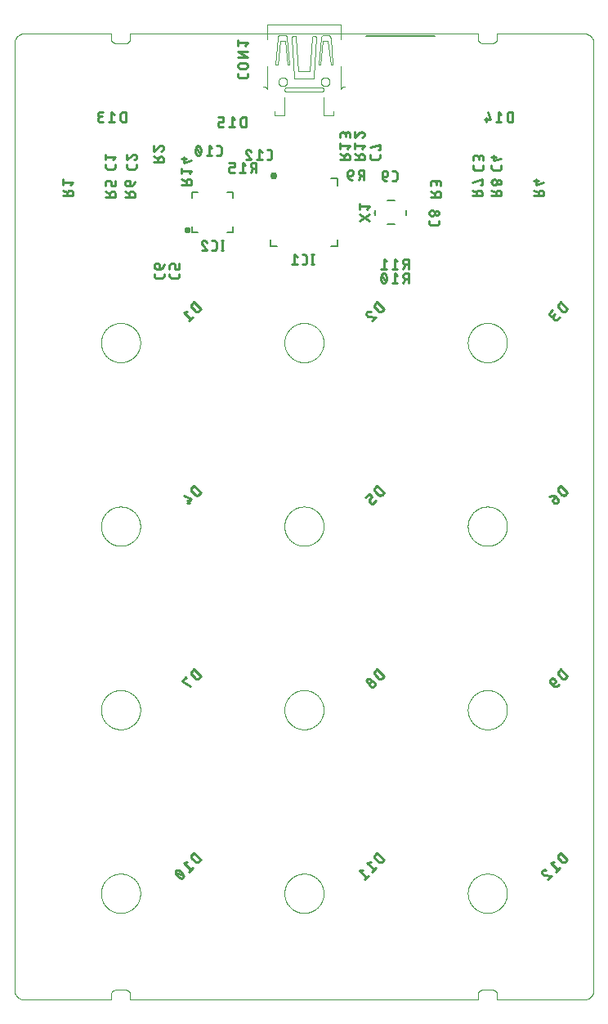
<source format=gbo>
G04 EAGLE Gerber RS-274X export*
G75*
%MOMM*%
%FSLAX34Y34*%
%LPD*%
%INBottom silk*%
%IPPOS*%
%AMOC8*
5,1,8,0,0,1.08239X$1,22.5*%
G01*
%ADD10C,0.000000*%
%ADD11C,0.254000*%
%ADD12C,0.762000*%
%ADD13C,0.127000*%
%ADD14C,0.101600*%
%ADD15C,0.406400*%


D10*
X590000Y1000000D02*
X500000Y1000000D01*
X500000Y995000D01*
X499998Y994860D01*
X499992Y994720D01*
X499982Y994580D01*
X499969Y994440D01*
X499951Y994301D01*
X499929Y994162D01*
X499904Y994025D01*
X499875Y993887D01*
X499842Y993751D01*
X499805Y993616D01*
X499764Y993482D01*
X499719Y993349D01*
X499671Y993217D01*
X499619Y993087D01*
X499564Y992958D01*
X499505Y992831D01*
X499442Y992705D01*
X499376Y992581D01*
X499307Y992460D01*
X499234Y992340D01*
X499157Y992222D01*
X499078Y992107D01*
X498995Y991993D01*
X498909Y991883D01*
X498820Y991774D01*
X498728Y991668D01*
X498633Y991565D01*
X498536Y991464D01*
X498435Y991367D01*
X498332Y991272D01*
X498226Y991180D01*
X498117Y991091D01*
X498007Y991005D01*
X497893Y990922D01*
X497778Y990843D01*
X497660Y990766D01*
X497540Y990693D01*
X497419Y990624D01*
X497295Y990558D01*
X497169Y990495D01*
X497042Y990436D01*
X496913Y990381D01*
X496783Y990329D01*
X496651Y990281D01*
X496518Y990236D01*
X496384Y990195D01*
X496249Y990158D01*
X496113Y990125D01*
X495975Y990096D01*
X495838Y990071D01*
X495699Y990049D01*
X495560Y990031D01*
X495420Y990018D01*
X495280Y990008D01*
X495140Y990002D01*
X495000Y990000D01*
X485000Y990000D01*
X484860Y990002D01*
X484720Y990008D01*
X484580Y990018D01*
X484440Y990031D01*
X484301Y990049D01*
X484162Y990071D01*
X484025Y990096D01*
X483887Y990125D01*
X483751Y990158D01*
X483616Y990195D01*
X483482Y990236D01*
X483349Y990281D01*
X483217Y990329D01*
X483087Y990381D01*
X482958Y990436D01*
X482831Y990495D01*
X482705Y990558D01*
X482581Y990624D01*
X482460Y990693D01*
X482340Y990766D01*
X482222Y990843D01*
X482107Y990922D01*
X481993Y991005D01*
X481883Y991091D01*
X481774Y991180D01*
X481668Y991272D01*
X481565Y991367D01*
X481464Y991464D01*
X481367Y991565D01*
X481272Y991668D01*
X481180Y991774D01*
X481091Y991883D01*
X481005Y991993D01*
X480922Y992107D01*
X480843Y992222D01*
X480766Y992340D01*
X480693Y992460D01*
X480624Y992581D01*
X480558Y992705D01*
X480495Y992831D01*
X480436Y992958D01*
X480381Y993087D01*
X480329Y993217D01*
X480281Y993349D01*
X480236Y993482D01*
X480195Y993616D01*
X480158Y993751D01*
X480125Y993887D01*
X480096Y994025D01*
X480071Y994162D01*
X480049Y994301D01*
X480031Y994440D01*
X480018Y994580D01*
X480008Y994720D01*
X480002Y994860D01*
X480000Y995000D01*
X480000Y1000000D01*
X120000Y1000000D01*
X120000Y995000D01*
X119998Y994860D01*
X119992Y994720D01*
X119982Y994580D01*
X119969Y994440D01*
X119951Y994301D01*
X119929Y994162D01*
X119904Y994025D01*
X119875Y993887D01*
X119842Y993751D01*
X119805Y993616D01*
X119764Y993482D01*
X119719Y993349D01*
X119671Y993217D01*
X119619Y993087D01*
X119564Y992958D01*
X119505Y992831D01*
X119442Y992705D01*
X119376Y992581D01*
X119307Y992460D01*
X119234Y992340D01*
X119157Y992222D01*
X119078Y992107D01*
X118995Y991993D01*
X118909Y991883D01*
X118820Y991774D01*
X118728Y991668D01*
X118633Y991565D01*
X118536Y991464D01*
X118435Y991367D01*
X118332Y991272D01*
X118226Y991180D01*
X118117Y991091D01*
X118007Y991005D01*
X117893Y990922D01*
X117778Y990843D01*
X117660Y990766D01*
X117540Y990693D01*
X117419Y990624D01*
X117295Y990558D01*
X117169Y990495D01*
X117042Y990436D01*
X116913Y990381D01*
X116783Y990329D01*
X116651Y990281D01*
X116518Y990236D01*
X116384Y990195D01*
X116249Y990158D01*
X116113Y990125D01*
X115975Y990096D01*
X115838Y990071D01*
X115699Y990049D01*
X115560Y990031D01*
X115420Y990018D01*
X115280Y990008D01*
X115140Y990002D01*
X115000Y990000D01*
X105000Y990000D01*
X104860Y990002D01*
X104720Y990008D01*
X104580Y990018D01*
X104440Y990031D01*
X104301Y990049D01*
X104162Y990071D01*
X104025Y990096D01*
X103887Y990125D01*
X103751Y990158D01*
X103616Y990195D01*
X103482Y990236D01*
X103349Y990281D01*
X103217Y990329D01*
X103087Y990381D01*
X102958Y990436D01*
X102831Y990495D01*
X102705Y990558D01*
X102581Y990624D01*
X102460Y990693D01*
X102340Y990766D01*
X102222Y990843D01*
X102107Y990922D01*
X101993Y991005D01*
X101883Y991091D01*
X101774Y991180D01*
X101668Y991272D01*
X101565Y991367D01*
X101464Y991464D01*
X101367Y991565D01*
X101272Y991668D01*
X101180Y991774D01*
X101091Y991883D01*
X101005Y991993D01*
X100922Y992107D01*
X100843Y992222D01*
X100766Y992340D01*
X100693Y992460D01*
X100624Y992581D01*
X100558Y992705D01*
X100495Y992831D01*
X100436Y992958D01*
X100381Y993087D01*
X100329Y993217D01*
X100281Y993349D01*
X100236Y993482D01*
X100195Y993616D01*
X100158Y993751D01*
X100125Y993887D01*
X100096Y994025D01*
X100071Y994162D01*
X100049Y994301D01*
X100031Y994440D01*
X100018Y994580D01*
X100008Y994720D01*
X100002Y994860D01*
X100000Y995000D01*
X100000Y1000000D01*
X10000Y1000000D01*
X9758Y999997D01*
X9517Y999988D01*
X9276Y999974D01*
X9035Y999953D01*
X8795Y999927D01*
X8555Y999895D01*
X8316Y999857D01*
X8079Y999814D01*
X7842Y999764D01*
X7607Y999709D01*
X7373Y999649D01*
X7141Y999582D01*
X6910Y999511D01*
X6681Y999433D01*
X6454Y999350D01*
X6229Y999262D01*
X6006Y999168D01*
X5786Y999069D01*
X5568Y998964D01*
X5353Y998855D01*
X5140Y998740D01*
X4930Y998620D01*
X4724Y998495D01*
X4520Y998365D01*
X4319Y998230D01*
X4122Y998090D01*
X3928Y997946D01*
X3738Y997797D01*
X3552Y997643D01*
X3369Y997485D01*
X3190Y997323D01*
X3015Y997156D01*
X2844Y996985D01*
X2677Y996810D01*
X2515Y996631D01*
X2357Y996448D01*
X2203Y996262D01*
X2054Y996072D01*
X1910Y995878D01*
X1770Y995681D01*
X1635Y995480D01*
X1505Y995276D01*
X1380Y995070D01*
X1260Y994860D01*
X1145Y994647D01*
X1036Y994432D01*
X931Y994214D01*
X832Y993994D01*
X738Y993771D01*
X650Y993546D01*
X567Y993319D01*
X489Y993090D01*
X418Y992859D01*
X351Y992627D01*
X291Y992393D01*
X236Y992158D01*
X186Y991921D01*
X143Y991684D01*
X105Y991445D01*
X73Y991205D01*
X47Y990965D01*
X26Y990724D01*
X12Y990483D01*
X3Y990242D01*
X0Y990000D01*
X0Y10000D01*
X3Y9758D01*
X12Y9517D01*
X26Y9276D01*
X47Y9035D01*
X73Y8795D01*
X105Y8555D01*
X143Y8316D01*
X186Y8079D01*
X236Y7842D01*
X291Y7607D01*
X351Y7373D01*
X418Y7141D01*
X489Y6910D01*
X567Y6681D01*
X650Y6454D01*
X738Y6229D01*
X832Y6006D01*
X931Y5786D01*
X1036Y5568D01*
X1145Y5353D01*
X1260Y5140D01*
X1380Y4930D01*
X1505Y4724D01*
X1635Y4520D01*
X1770Y4319D01*
X1910Y4122D01*
X2054Y3928D01*
X2203Y3738D01*
X2357Y3552D01*
X2515Y3369D01*
X2677Y3190D01*
X2844Y3015D01*
X3015Y2844D01*
X3190Y2677D01*
X3369Y2515D01*
X3552Y2357D01*
X3738Y2203D01*
X3928Y2054D01*
X4122Y1910D01*
X4319Y1770D01*
X4520Y1635D01*
X4724Y1505D01*
X4930Y1380D01*
X5140Y1260D01*
X5353Y1145D01*
X5568Y1036D01*
X5786Y931D01*
X6006Y832D01*
X6229Y738D01*
X6454Y650D01*
X6681Y567D01*
X6910Y489D01*
X7141Y418D01*
X7373Y351D01*
X7607Y291D01*
X7842Y236D01*
X8079Y186D01*
X8316Y143D01*
X8555Y105D01*
X8795Y73D01*
X9035Y47D01*
X9276Y26D01*
X9517Y12D01*
X9758Y3D01*
X10000Y0D01*
X100000Y0D01*
X100000Y5000D01*
X100002Y5140D01*
X100008Y5280D01*
X100018Y5420D01*
X100031Y5560D01*
X100049Y5699D01*
X100071Y5838D01*
X100096Y5975D01*
X100125Y6113D01*
X100158Y6249D01*
X100195Y6384D01*
X100236Y6518D01*
X100281Y6651D01*
X100329Y6783D01*
X100381Y6913D01*
X100436Y7042D01*
X100495Y7169D01*
X100558Y7295D01*
X100624Y7419D01*
X100693Y7540D01*
X100766Y7660D01*
X100843Y7778D01*
X100922Y7893D01*
X101005Y8007D01*
X101091Y8117D01*
X101180Y8226D01*
X101272Y8332D01*
X101367Y8435D01*
X101464Y8536D01*
X101565Y8633D01*
X101668Y8728D01*
X101774Y8820D01*
X101883Y8909D01*
X101993Y8995D01*
X102107Y9078D01*
X102222Y9157D01*
X102340Y9234D01*
X102460Y9307D01*
X102581Y9376D01*
X102705Y9442D01*
X102831Y9505D01*
X102958Y9564D01*
X103087Y9619D01*
X103217Y9671D01*
X103349Y9719D01*
X103482Y9764D01*
X103616Y9805D01*
X103751Y9842D01*
X103887Y9875D01*
X104025Y9904D01*
X104162Y9929D01*
X104301Y9951D01*
X104440Y9969D01*
X104580Y9982D01*
X104720Y9992D01*
X104860Y9998D01*
X105000Y10000D01*
X115000Y10000D01*
X115140Y9998D01*
X115280Y9992D01*
X115420Y9982D01*
X115560Y9969D01*
X115699Y9951D01*
X115838Y9929D01*
X115975Y9904D01*
X116113Y9875D01*
X116249Y9842D01*
X116384Y9805D01*
X116518Y9764D01*
X116651Y9719D01*
X116783Y9671D01*
X116913Y9619D01*
X117042Y9564D01*
X117169Y9505D01*
X117295Y9442D01*
X117419Y9376D01*
X117540Y9307D01*
X117660Y9234D01*
X117778Y9157D01*
X117893Y9078D01*
X118007Y8995D01*
X118117Y8909D01*
X118226Y8820D01*
X118332Y8728D01*
X118435Y8633D01*
X118536Y8536D01*
X118633Y8435D01*
X118728Y8332D01*
X118820Y8226D01*
X118909Y8117D01*
X118995Y8007D01*
X119078Y7893D01*
X119157Y7778D01*
X119234Y7660D01*
X119307Y7540D01*
X119376Y7419D01*
X119442Y7295D01*
X119505Y7169D01*
X119564Y7042D01*
X119619Y6913D01*
X119671Y6783D01*
X119719Y6651D01*
X119764Y6518D01*
X119805Y6384D01*
X119842Y6249D01*
X119875Y6113D01*
X119904Y5975D01*
X119929Y5838D01*
X119951Y5699D01*
X119969Y5560D01*
X119982Y5420D01*
X119992Y5280D01*
X119998Y5140D01*
X120000Y5000D01*
X120000Y0D01*
X480000Y0D01*
X480000Y5000D01*
X480002Y5140D01*
X480008Y5280D01*
X480018Y5420D01*
X480031Y5560D01*
X480049Y5699D01*
X480071Y5838D01*
X480096Y5975D01*
X480125Y6113D01*
X480158Y6249D01*
X480195Y6384D01*
X480236Y6518D01*
X480281Y6651D01*
X480329Y6783D01*
X480381Y6913D01*
X480436Y7042D01*
X480495Y7169D01*
X480558Y7295D01*
X480624Y7419D01*
X480693Y7540D01*
X480766Y7660D01*
X480843Y7778D01*
X480922Y7893D01*
X481005Y8007D01*
X481091Y8117D01*
X481180Y8226D01*
X481272Y8332D01*
X481367Y8435D01*
X481464Y8536D01*
X481565Y8633D01*
X481668Y8728D01*
X481774Y8820D01*
X481883Y8909D01*
X481993Y8995D01*
X482107Y9078D01*
X482222Y9157D01*
X482340Y9234D01*
X482460Y9307D01*
X482581Y9376D01*
X482705Y9442D01*
X482831Y9505D01*
X482958Y9564D01*
X483087Y9619D01*
X483217Y9671D01*
X483349Y9719D01*
X483482Y9764D01*
X483616Y9805D01*
X483751Y9842D01*
X483887Y9875D01*
X484025Y9904D01*
X484162Y9929D01*
X484301Y9951D01*
X484440Y9969D01*
X484580Y9982D01*
X484720Y9992D01*
X484860Y9998D01*
X485000Y10000D01*
X495000Y10000D01*
X495140Y9998D01*
X495280Y9992D01*
X495420Y9982D01*
X495560Y9969D01*
X495699Y9951D01*
X495838Y9929D01*
X495975Y9904D01*
X496113Y9875D01*
X496249Y9842D01*
X496384Y9805D01*
X496518Y9764D01*
X496651Y9719D01*
X496783Y9671D01*
X496913Y9619D01*
X497042Y9564D01*
X497169Y9505D01*
X497295Y9442D01*
X497419Y9376D01*
X497540Y9307D01*
X497660Y9234D01*
X497778Y9157D01*
X497893Y9078D01*
X498007Y8995D01*
X498117Y8909D01*
X498226Y8820D01*
X498332Y8728D01*
X498435Y8633D01*
X498536Y8536D01*
X498633Y8435D01*
X498728Y8332D01*
X498820Y8226D01*
X498909Y8117D01*
X498995Y8007D01*
X499078Y7893D01*
X499157Y7778D01*
X499234Y7660D01*
X499307Y7540D01*
X499376Y7419D01*
X499442Y7295D01*
X499505Y7169D01*
X499564Y7042D01*
X499619Y6913D01*
X499671Y6783D01*
X499719Y6651D01*
X499764Y6518D01*
X499805Y6384D01*
X499842Y6249D01*
X499875Y6113D01*
X499904Y5975D01*
X499929Y5838D01*
X499951Y5699D01*
X499969Y5560D01*
X499982Y5420D01*
X499992Y5280D01*
X499998Y5140D01*
X500000Y5000D01*
X500000Y0D01*
X590000Y0D01*
X590242Y3D01*
X590483Y12D01*
X590724Y26D01*
X590965Y47D01*
X591205Y73D01*
X591445Y105D01*
X591684Y143D01*
X591921Y186D01*
X592158Y236D01*
X592393Y291D01*
X592627Y351D01*
X592859Y418D01*
X593090Y489D01*
X593319Y567D01*
X593546Y650D01*
X593771Y738D01*
X593994Y832D01*
X594214Y931D01*
X594432Y1036D01*
X594647Y1145D01*
X594860Y1260D01*
X595070Y1380D01*
X595276Y1505D01*
X595480Y1635D01*
X595681Y1770D01*
X595878Y1910D01*
X596072Y2054D01*
X596262Y2203D01*
X596448Y2357D01*
X596631Y2515D01*
X596810Y2677D01*
X596985Y2844D01*
X597156Y3015D01*
X597323Y3190D01*
X597485Y3369D01*
X597643Y3552D01*
X597797Y3738D01*
X597946Y3928D01*
X598090Y4122D01*
X598230Y4319D01*
X598365Y4520D01*
X598495Y4724D01*
X598620Y4930D01*
X598740Y5140D01*
X598855Y5353D01*
X598964Y5568D01*
X599069Y5786D01*
X599168Y6006D01*
X599262Y6229D01*
X599350Y6454D01*
X599433Y6681D01*
X599511Y6910D01*
X599582Y7141D01*
X599649Y7373D01*
X599709Y7607D01*
X599764Y7842D01*
X599814Y8079D01*
X599857Y8316D01*
X599895Y8555D01*
X599927Y8795D01*
X599953Y9035D01*
X599974Y9276D01*
X599988Y9517D01*
X599997Y9758D01*
X600000Y10000D01*
X600000Y990000D01*
X599997Y990242D01*
X599988Y990483D01*
X599974Y990724D01*
X599953Y990965D01*
X599927Y991205D01*
X599895Y991445D01*
X599857Y991684D01*
X599814Y991921D01*
X599764Y992158D01*
X599709Y992393D01*
X599649Y992627D01*
X599582Y992859D01*
X599511Y993090D01*
X599433Y993319D01*
X599350Y993546D01*
X599262Y993771D01*
X599168Y993994D01*
X599069Y994214D01*
X598964Y994432D01*
X598855Y994647D01*
X598740Y994860D01*
X598620Y995070D01*
X598495Y995276D01*
X598365Y995480D01*
X598230Y995681D01*
X598090Y995878D01*
X597946Y996072D01*
X597797Y996262D01*
X597643Y996448D01*
X597485Y996631D01*
X597323Y996810D01*
X597156Y996985D01*
X596985Y997156D01*
X596810Y997323D01*
X596631Y997485D01*
X596448Y997643D01*
X596262Y997797D01*
X596072Y997946D01*
X595878Y998090D01*
X595681Y998230D01*
X595480Y998365D01*
X595276Y998495D01*
X595070Y998620D01*
X594860Y998740D01*
X594647Y998855D01*
X594432Y998964D01*
X594214Y999069D01*
X593994Y999168D01*
X593771Y999262D01*
X593546Y999350D01*
X593319Y999433D01*
X593090Y999511D01*
X592859Y999582D01*
X592627Y999649D01*
X592393Y999709D01*
X592158Y999764D01*
X591921Y999814D01*
X591684Y999857D01*
X591445Y999895D01*
X591205Y999927D01*
X590965Y999953D01*
X590724Y999974D01*
X590483Y999988D01*
X590242Y999997D01*
X590000Y1000000D01*
X89680Y680000D02*
X89686Y680499D01*
X89704Y680997D01*
X89735Y681495D01*
X89778Y681992D01*
X89833Y682487D01*
X89900Y682982D01*
X89979Y683474D01*
X90070Y683964D01*
X90174Y684452D01*
X90289Y684937D01*
X90416Y685420D01*
X90555Y685899D01*
X90706Y686374D01*
X90868Y686846D01*
X91042Y687313D01*
X91227Y687776D01*
X91423Y688235D01*
X91631Y688688D01*
X91850Y689136D01*
X92079Y689579D01*
X92320Y690016D01*
X92571Y690447D01*
X92833Y690871D01*
X93105Y691289D01*
X93387Y691700D01*
X93679Y692105D01*
X93981Y692502D01*
X94292Y692891D01*
X94614Y693272D01*
X94944Y693646D01*
X95283Y694011D01*
X95632Y694368D01*
X95989Y694717D01*
X96354Y695056D01*
X96728Y695386D01*
X97109Y695708D01*
X97498Y696019D01*
X97895Y696321D01*
X98300Y696613D01*
X98711Y696895D01*
X99129Y697167D01*
X99553Y697429D01*
X99984Y697680D01*
X100421Y697921D01*
X100864Y698150D01*
X101312Y698369D01*
X101765Y698577D01*
X102224Y698773D01*
X102687Y698958D01*
X103154Y699132D01*
X103626Y699294D01*
X104101Y699445D01*
X104580Y699584D01*
X105063Y699711D01*
X105548Y699826D01*
X106036Y699930D01*
X106526Y700021D01*
X107018Y700100D01*
X107513Y700167D01*
X108008Y700222D01*
X108505Y700265D01*
X109003Y700296D01*
X109501Y700314D01*
X110000Y700320D01*
X110499Y700314D01*
X110997Y700296D01*
X111495Y700265D01*
X111992Y700222D01*
X112487Y700167D01*
X112982Y700100D01*
X113474Y700021D01*
X113964Y699930D01*
X114452Y699826D01*
X114937Y699711D01*
X115420Y699584D01*
X115899Y699445D01*
X116374Y699294D01*
X116846Y699132D01*
X117313Y698958D01*
X117776Y698773D01*
X118235Y698577D01*
X118688Y698369D01*
X119136Y698150D01*
X119579Y697921D01*
X120016Y697680D01*
X120447Y697429D01*
X120871Y697167D01*
X121289Y696895D01*
X121700Y696613D01*
X122105Y696321D01*
X122502Y696019D01*
X122891Y695708D01*
X123272Y695386D01*
X123646Y695056D01*
X124011Y694717D01*
X124368Y694368D01*
X124717Y694011D01*
X125056Y693646D01*
X125386Y693272D01*
X125708Y692891D01*
X126019Y692502D01*
X126321Y692105D01*
X126613Y691700D01*
X126895Y691289D01*
X127167Y690871D01*
X127429Y690447D01*
X127680Y690016D01*
X127921Y689579D01*
X128150Y689136D01*
X128369Y688688D01*
X128577Y688235D01*
X128773Y687776D01*
X128958Y687313D01*
X129132Y686846D01*
X129294Y686374D01*
X129445Y685899D01*
X129584Y685420D01*
X129711Y684937D01*
X129826Y684452D01*
X129930Y683964D01*
X130021Y683474D01*
X130100Y682982D01*
X130167Y682487D01*
X130222Y681992D01*
X130265Y681495D01*
X130296Y680997D01*
X130314Y680499D01*
X130320Y680000D01*
X130314Y679501D01*
X130296Y679003D01*
X130265Y678505D01*
X130222Y678008D01*
X130167Y677513D01*
X130100Y677018D01*
X130021Y676526D01*
X129930Y676036D01*
X129826Y675548D01*
X129711Y675063D01*
X129584Y674580D01*
X129445Y674101D01*
X129294Y673626D01*
X129132Y673154D01*
X128958Y672687D01*
X128773Y672224D01*
X128577Y671765D01*
X128369Y671312D01*
X128150Y670864D01*
X127921Y670421D01*
X127680Y669984D01*
X127429Y669553D01*
X127167Y669129D01*
X126895Y668711D01*
X126613Y668300D01*
X126321Y667895D01*
X126019Y667498D01*
X125708Y667109D01*
X125386Y666728D01*
X125056Y666354D01*
X124717Y665989D01*
X124368Y665632D01*
X124011Y665283D01*
X123646Y664944D01*
X123272Y664614D01*
X122891Y664292D01*
X122502Y663981D01*
X122105Y663679D01*
X121700Y663387D01*
X121289Y663105D01*
X120871Y662833D01*
X120447Y662571D01*
X120016Y662320D01*
X119579Y662079D01*
X119136Y661850D01*
X118688Y661631D01*
X118235Y661423D01*
X117776Y661227D01*
X117313Y661042D01*
X116846Y660868D01*
X116374Y660706D01*
X115899Y660555D01*
X115420Y660416D01*
X114937Y660289D01*
X114452Y660174D01*
X113964Y660070D01*
X113474Y659979D01*
X112982Y659900D01*
X112487Y659833D01*
X111992Y659778D01*
X111495Y659735D01*
X110997Y659704D01*
X110499Y659686D01*
X110000Y659680D01*
X109501Y659686D01*
X109003Y659704D01*
X108505Y659735D01*
X108008Y659778D01*
X107513Y659833D01*
X107018Y659900D01*
X106526Y659979D01*
X106036Y660070D01*
X105548Y660174D01*
X105063Y660289D01*
X104580Y660416D01*
X104101Y660555D01*
X103626Y660706D01*
X103154Y660868D01*
X102687Y661042D01*
X102224Y661227D01*
X101765Y661423D01*
X101312Y661631D01*
X100864Y661850D01*
X100421Y662079D01*
X99984Y662320D01*
X99553Y662571D01*
X99129Y662833D01*
X98711Y663105D01*
X98300Y663387D01*
X97895Y663679D01*
X97498Y663981D01*
X97109Y664292D01*
X96728Y664614D01*
X96354Y664944D01*
X95989Y665283D01*
X95632Y665632D01*
X95283Y665989D01*
X94944Y666354D01*
X94614Y666728D01*
X94292Y667109D01*
X93981Y667498D01*
X93679Y667895D01*
X93387Y668300D01*
X93105Y668711D01*
X92833Y669129D01*
X92571Y669553D01*
X92320Y669984D01*
X92079Y670421D01*
X91850Y670864D01*
X91631Y671312D01*
X91423Y671765D01*
X91227Y672224D01*
X91042Y672687D01*
X90868Y673154D01*
X90706Y673626D01*
X90555Y674101D01*
X90416Y674580D01*
X90289Y675063D01*
X90174Y675548D01*
X90070Y676036D01*
X89979Y676526D01*
X89900Y677018D01*
X89833Y677513D01*
X89778Y678008D01*
X89735Y678505D01*
X89704Y679003D01*
X89686Y679501D01*
X89680Y680000D01*
X279680Y680000D02*
X279686Y680499D01*
X279704Y680997D01*
X279735Y681495D01*
X279778Y681992D01*
X279833Y682487D01*
X279900Y682982D01*
X279979Y683474D01*
X280070Y683964D01*
X280174Y684452D01*
X280289Y684937D01*
X280416Y685420D01*
X280555Y685899D01*
X280706Y686374D01*
X280868Y686846D01*
X281042Y687313D01*
X281227Y687776D01*
X281423Y688235D01*
X281631Y688688D01*
X281850Y689136D01*
X282079Y689579D01*
X282320Y690016D01*
X282571Y690447D01*
X282833Y690871D01*
X283105Y691289D01*
X283387Y691700D01*
X283679Y692105D01*
X283981Y692502D01*
X284292Y692891D01*
X284614Y693272D01*
X284944Y693646D01*
X285283Y694011D01*
X285632Y694368D01*
X285989Y694717D01*
X286354Y695056D01*
X286728Y695386D01*
X287109Y695708D01*
X287498Y696019D01*
X287895Y696321D01*
X288300Y696613D01*
X288711Y696895D01*
X289129Y697167D01*
X289553Y697429D01*
X289984Y697680D01*
X290421Y697921D01*
X290864Y698150D01*
X291312Y698369D01*
X291765Y698577D01*
X292224Y698773D01*
X292687Y698958D01*
X293154Y699132D01*
X293626Y699294D01*
X294101Y699445D01*
X294580Y699584D01*
X295063Y699711D01*
X295548Y699826D01*
X296036Y699930D01*
X296526Y700021D01*
X297018Y700100D01*
X297513Y700167D01*
X298008Y700222D01*
X298505Y700265D01*
X299003Y700296D01*
X299501Y700314D01*
X300000Y700320D01*
X300499Y700314D01*
X300997Y700296D01*
X301495Y700265D01*
X301992Y700222D01*
X302487Y700167D01*
X302982Y700100D01*
X303474Y700021D01*
X303964Y699930D01*
X304452Y699826D01*
X304937Y699711D01*
X305420Y699584D01*
X305899Y699445D01*
X306374Y699294D01*
X306846Y699132D01*
X307313Y698958D01*
X307776Y698773D01*
X308235Y698577D01*
X308688Y698369D01*
X309136Y698150D01*
X309579Y697921D01*
X310016Y697680D01*
X310447Y697429D01*
X310871Y697167D01*
X311289Y696895D01*
X311700Y696613D01*
X312105Y696321D01*
X312502Y696019D01*
X312891Y695708D01*
X313272Y695386D01*
X313646Y695056D01*
X314011Y694717D01*
X314368Y694368D01*
X314717Y694011D01*
X315056Y693646D01*
X315386Y693272D01*
X315708Y692891D01*
X316019Y692502D01*
X316321Y692105D01*
X316613Y691700D01*
X316895Y691289D01*
X317167Y690871D01*
X317429Y690447D01*
X317680Y690016D01*
X317921Y689579D01*
X318150Y689136D01*
X318369Y688688D01*
X318577Y688235D01*
X318773Y687776D01*
X318958Y687313D01*
X319132Y686846D01*
X319294Y686374D01*
X319445Y685899D01*
X319584Y685420D01*
X319711Y684937D01*
X319826Y684452D01*
X319930Y683964D01*
X320021Y683474D01*
X320100Y682982D01*
X320167Y682487D01*
X320222Y681992D01*
X320265Y681495D01*
X320296Y680997D01*
X320314Y680499D01*
X320320Y680000D01*
X320314Y679501D01*
X320296Y679003D01*
X320265Y678505D01*
X320222Y678008D01*
X320167Y677513D01*
X320100Y677018D01*
X320021Y676526D01*
X319930Y676036D01*
X319826Y675548D01*
X319711Y675063D01*
X319584Y674580D01*
X319445Y674101D01*
X319294Y673626D01*
X319132Y673154D01*
X318958Y672687D01*
X318773Y672224D01*
X318577Y671765D01*
X318369Y671312D01*
X318150Y670864D01*
X317921Y670421D01*
X317680Y669984D01*
X317429Y669553D01*
X317167Y669129D01*
X316895Y668711D01*
X316613Y668300D01*
X316321Y667895D01*
X316019Y667498D01*
X315708Y667109D01*
X315386Y666728D01*
X315056Y666354D01*
X314717Y665989D01*
X314368Y665632D01*
X314011Y665283D01*
X313646Y664944D01*
X313272Y664614D01*
X312891Y664292D01*
X312502Y663981D01*
X312105Y663679D01*
X311700Y663387D01*
X311289Y663105D01*
X310871Y662833D01*
X310447Y662571D01*
X310016Y662320D01*
X309579Y662079D01*
X309136Y661850D01*
X308688Y661631D01*
X308235Y661423D01*
X307776Y661227D01*
X307313Y661042D01*
X306846Y660868D01*
X306374Y660706D01*
X305899Y660555D01*
X305420Y660416D01*
X304937Y660289D01*
X304452Y660174D01*
X303964Y660070D01*
X303474Y659979D01*
X302982Y659900D01*
X302487Y659833D01*
X301992Y659778D01*
X301495Y659735D01*
X300997Y659704D01*
X300499Y659686D01*
X300000Y659680D01*
X299501Y659686D01*
X299003Y659704D01*
X298505Y659735D01*
X298008Y659778D01*
X297513Y659833D01*
X297018Y659900D01*
X296526Y659979D01*
X296036Y660070D01*
X295548Y660174D01*
X295063Y660289D01*
X294580Y660416D01*
X294101Y660555D01*
X293626Y660706D01*
X293154Y660868D01*
X292687Y661042D01*
X292224Y661227D01*
X291765Y661423D01*
X291312Y661631D01*
X290864Y661850D01*
X290421Y662079D01*
X289984Y662320D01*
X289553Y662571D01*
X289129Y662833D01*
X288711Y663105D01*
X288300Y663387D01*
X287895Y663679D01*
X287498Y663981D01*
X287109Y664292D01*
X286728Y664614D01*
X286354Y664944D01*
X285989Y665283D01*
X285632Y665632D01*
X285283Y665989D01*
X284944Y666354D01*
X284614Y666728D01*
X284292Y667109D01*
X283981Y667498D01*
X283679Y667895D01*
X283387Y668300D01*
X283105Y668711D01*
X282833Y669129D01*
X282571Y669553D01*
X282320Y669984D01*
X282079Y670421D01*
X281850Y670864D01*
X281631Y671312D01*
X281423Y671765D01*
X281227Y672224D01*
X281042Y672687D01*
X280868Y673154D01*
X280706Y673626D01*
X280555Y674101D01*
X280416Y674580D01*
X280289Y675063D01*
X280174Y675548D01*
X280070Y676036D01*
X279979Y676526D01*
X279900Y677018D01*
X279833Y677513D01*
X279778Y678008D01*
X279735Y678505D01*
X279704Y679003D01*
X279686Y679501D01*
X279680Y680000D01*
X469680Y680000D02*
X469686Y680499D01*
X469704Y680997D01*
X469735Y681495D01*
X469778Y681992D01*
X469833Y682487D01*
X469900Y682982D01*
X469979Y683474D01*
X470070Y683964D01*
X470174Y684452D01*
X470289Y684937D01*
X470416Y685420D01*
X470555Y685899D01*
X470706Y686374D01*
X470868Y686846D01*
X471042Y687313D01*
X471227Y687776D01*
X471423Y688235D01*
X471631Y688688D01*
X471850Y689136D01*
X472079Y689579D01*
X472320Y690016D01*
X472571Y690447D01*
X472833Y690871D01*
X473105Y691289D01*
X473387Y691700D01*
X473679Y692105D01*
X473981Y692502D01*
X474292Y692891D01*
X474614Y693272D01*
X474944Y693646D01*
X475283Y694011D01*
X475632Y694368D01*
X475989Y694717D01*
X476354Y695056D01*
X476728Y695386D01*
X477109Y695708D01*
X477498Y696019D01*
X477895Y696321D01*
X478300Y696613D01*
X478711Y696895D01*
X479129Y697167D01*
X479553Y697429D01*
X479984Y697680D01*
X480421Y697921D01*
X480864Y698150D01*
X481312Y698369D01*
X481765Y698577D01*
X482224Y698773D01*
X482687Y698958D01*
X483154Y699132D01*
X483626Y699294D01*
X484101Y699445D01*
X484580Y699584D01*
X485063Y699711D01*
X485548Y699826D01*
X486036Y699930D01*
X486526Y700021D01*
X487018Y700100D01*
X487513Y700167D01*
X488008Y700222D01*
X488505Y700265D01*
X489003Y700296D01*
X489501Y700314D01*
X490000Y700320D01*
X490499Y700314D01*
X490997Y700296D01*
X491495Y700265D01*
X491992Y700222D01*
X492487Y700167D01*
X492982Y700100D01*
X493474Y700021D01*
X493964Y699930D01*
X494452Y699826D01*
X494937Y699711D01*
X495420Y699584D01*
X495899Y699445D01*
X496374Y699294D01*
X496846Y699132D01*
X497313Y698958D01*
X497776Y698773D01*
X498235Y698577D01*
X498688Y698369D01*
X499136Y698150D01*
X499579Y697921D01*
X500016Y697680D01*
X500447Y697429D01*
X500871Y697167D01*
X501289Y696895D01*
X501700Y696613D01*
X502105Y696321D01*
X502502Y696019D01*
X502891Y695708D01*
X503272Y695386D01*
X503646Y695056D01*
X504011Y694717D01*
X504368Y694368D01*
X504717Y694011D01*
X505056Y693646D01*
X505386Y693272D01*
X505708Y692891D01*
X506019Y692502D01*
X506321Y692105D01*
X506613Y691700D01*
X506895Y691289D01*
X507167Y690871D01*
X507429Y690447D01*
X507680Y690016D01*
X507921Y689579D01*
X508150Y689136D01*
X508369Y688688D01*
X508577Y688235D01*
X508773Y687776D01*
X508958Y687313D01*
X509132Y686846D01*
X509294Y686374D01*
X509445Y685899D01*
X509584Y685420D01*
X509711Y684937D01*
X509826Y684452D01*
X509930Y683964D01*
X510021Y683474D01*
X510100Y682982D01*
X510167Y682487D01*
X510222Y681992D01*
X510265Y681495D01*
X510296Y680997D01*
X510314Y680499D01*
X510320Y680000D01*
X510314Y679501D01*
X510296Y679003D01*
X510265Y678505D01*
X510222Y678008D01*
X510167Y677513D01*
X510100Y677018D01*
X510021Y676526D01*
X509930Y676036D01*
X509826Y675548D01*
X509711Y675063D01*
X509584Y674580D01*
X509445Y674101D01*
X509294Y673626D01*
X509132Y673154D01*
X508958Y672687D01*
X508773Y672224D01*
X508577Y671765D01*
X508369Y671312D01*
X508150Y670864D01*
X507921Y670421D01*
X507680Y669984D01*
X507429Y669553D01*
X507167Y669129D01*
X506895Y668711D01*
X506613Y668300D01*
X506321Y667895D01*
X506019Y667498D01*
X505708Y667109D01*
X505386Y666728D01*
X505056Y666354D01*
X504717Y665989D01*
X504368Y665632D01*
X504011Y665283D01*
X503646Y664944D01*
X503272Y664614D01*
X502891Y664292D01*
X502502Y663981D01*
X502105Y663679D01*
X501700Y663387D01*
X501289Y663105D01*
X500871Y662833D01*
X500447Y662571D01*
X500016Y662320D01*
X499579Y662079D01*
X499136Y661850D01*
X498688Y661631D01*
X498235Y661423D01*
X497776Y661227D01*
X497313Y661042D01*
X496846Y660868D01*
X496374Y660706D01*
X495899Y660555D01*
X495420Y660416D01*
X494937Y660289D01*
X494452Y660174D01*
X493964Y660070D01*
X493474Y659979D01*
X492982Y659900D01*
X492487Y659833D01*
X491992Y659778D01*
X491495Y659735D01*
X490997Y659704D01*
X490499Y659686D01*
X490000Y659680D01*
X489501Y659686D01*
X489003Y659704D01*
X488505Y659735D01*
X488008Y659778D01*
X487513Y659833D01*
X487018Y659900D01*
X486526Y659979D01*
X486036Y660070D01*
X485548Y660174D01*
X485063Y660289D01*
X484580Y660416D01*
X484101Y660555D01*
X483626Y660706D01*
X483154Y660868D01*
X482687Y661042D01*
X482224Y661227D01*
X481765Y661423D01*
X481312Y661631D01*
X480864Y661850D01*
X480421Y662079D01*
X479984Y662320D01*
X479553Y662571D01*
X479129Y662833D01*
X478711Y663105D01*
X478300Y663387D01*
X477895Y663679D01*
X477498Y663981D01*
X477109Y664292D01*
X476728Y664614D01*
X476354Y664944D01*
X475989Y665283D01*
X475632Y665632D01*
X475283Y665989D01*
X474944Y666354D01*
X474614Y666728D01*
X474292Y667109D01*
X473981Y667498D01*
X473679Y667895D01*
X473387Y668300D01*
X473105Y668711D01*
X472833Y669129D01*
X472571Y669553D01*
X472320Y669984D01*
X472079Y670421D01*
X471850Y670864D01*
X471631Y671312D01*
X471423Y671765D01*
X471227Y672224D01*
X471042Y672687D01*
X470868Y673154D01*
X470706Y673626D01*
X470555Y674101D01*
X470416Y674580D01*
X470289Y675063D01*
X470174Y675548D01*
X470070Y676036D01*
X469979Y676526D01*
X469900Y677018D01*
X469833Y677513D01*
X469778Y678008D01*
X469735Y678505D01*
X469704Y679003D01*
X469686Y679501D01*
X469680Y680000D01*
X89680Y490000D02*
X89686Y490499D01*
X89704Y490997D01*
X89735Y491495D01*
X89778Y491992D01*
X89833Y492487D01*
X89900Y492982D01*
X89979Y493474D01*
X90070Y493964D01*
X90174Y494452D01*
X90289Y494937D01*
X90416Y495420D01*
X90555Y495899D01*
X90706Y496374D01*
X90868Y496846D01*
X91042Y497313D01*
X91227Y497776D01*
X91423Y498235D01*
X91631Y498688D01*
X91850Y499136D01*
X92079Y499579D01*
X92320Y500016D01*
X92571Y500447D01*
X92833Y500871D01*
X93105Y501289D01*
X93387Y501700D01*
X93679Y502105D01*
X93981Y502502D01*
X94292Y502891D01*
X94614Y503272D01*
X94944Y503646D01*
X95283Y504011D01*
X95632Y504368D01*
X95989Y504717D01*
X96354Y505056D01*
X96728Y505386D01*
X97109Y505708D01*
X97498Y506019D01*
X97895Y506321D01*
X98300Y506613D01*
X98711Y506895D01*
X99129Y507167D01*
X99553Y507429D01*
X99984Y507680D01*
X100421Y507921D01*
X100864Y508150D01*
X101312Y508369D01*
X101765Y508577D01*
X102224Y508773D01*
X102687Y508958D01*
X103154Y509132D01*
X103626Y509294D01*
X104101Y509445D01*
X104580Y509584D01*
X105063Y509711D01*
X105548Y509826D01*
X106036Y509930D01*
X106526Y510021D01*
X107018Y510100D01*
X107513Y510167D01*
X108008Y510222D01*
X108505Y510265D01*
X109003Y510296D01*
X109501Y510314D01*
X110000Y510320D01*
X110499Y510314D01*
X110997Y510296D01*
X111495Y510265D01*
X111992Y510222D01*
X112487Y510167D01*
X112982Y510100D01*
X113474Y510021D01*
X113964Y509930D01*
X114452Y509826D01*
X114937Y509711D01*
X115420Y509584D01*
X115899Y509445D01*
X116374Y509294D01*
X116846Y509132D01*
X117313Y508958D01*
X117776Y508773D01*
X118235Y508577D01*
X118688Y508369D01*
X119136Y508150D01*
X119579Y507921D01*
X120016Y507680D01*
X120447Y507429D01*
X120871Y507167D01*
X121289Y506895D01*
X121700Y506613D01*
X122105Y506321D01*
X122502Y506019D01*
X122891Y505708D01*
X123272Y505386D01*
X123646Y505056D01*
X124011Y504717D01*
X124368Y504368D01*
X124717Y504011D01*
X125056Y503646D01*
X125386Y503272D01*
X125708Y502891D01*
X126019Y502502D01*
X126321Y502105D01*
X126613Y501700D01*
X126895Y501289D01*
X127167Y500871D01*
X127429Y500447D01*
X127680Y500016D01*
X127921Y499579D01*
X128150Y499136D01*
X128369Y498688D01*
X128577Y498235D01*
X128773Y497776D01*
X128958Y497313D01*
X129132Y496846D01*
X129294Y496374D01*
X129445Y495899D01*
X129584Y495420D01*
X129711Y494937D01*
X129826Y494452D01*
X129930Y493964D01*
X130021Y493474D01*
X130100Y492982D01*
X130167Y492487D01*
X130222Y491992D01*
X130265Y491495D01*
X130296Y490997D01*
X130314Y490499D01*
X130320Y490000D01*
X130314Y489501D01*
X130296Y489003D01*
X130265Y488505D01*
X130222Y488008D01*
X130167Y487513D01*
X130100Y487018D01*
X130021Y486526D01*
X129930Y486036D01*
X129826Y485548D01*
X129711Y485063D01*
X129584Y484580D01*
X129445Y484101D01*
X129294Y483626D01*
X129132Y483154D01*
X128958Y482687D01*
X128773Y482224D01*
X128577Y481765D01*
X128369Y481312D01*
X128150Y480864D01*
X127921Y480421D01*
X127680Y479984D01*
X127429Y479553D01*
X127167Y479129D01*
X126895Y478711D01*
X126613Y478300D01*
X126321Y477895D01*
X126019Y477498D01*
X125708Y477109D01*
X125386Y476728D01*
X125056Y476354D01*
X124717Y475989D01*
X124368Y475632D01*
X124011Y475283D01*
X123646Y474944D01*
X123272Y474614D01*
X122891Y474292D01*
X122502Y473981D01*
X122105Y473679D01*
X121700Y473387D01*
X121289Y473105D01*
X120871Y472833D01*
X120447Y472571D01*
X120016Y472320D01*
X119579Y472079D01*
X119136Y471850D01*
X118688Y471631D01*
X118235Y471423D01*
X117776Y471227D01*
X117313Y471042D01*
X116846Y470868D01*
X116374Y470706D01*
X115899Y470555D01*
X115420Y470416D01*
X114937Y470289D01*
X114452Y470174D01*
X113964Y470070D01*
X113474Y469979D01*
X112982Y469900D01*
X112487Y469833D01*
X111992Y469778D01*
X111495Y469735D01*
X110997Y469704D01*
X110499Y469686D01*
X110000Y469680D01*
X109501Y469686D01*
X109003Y469704D01*
X108505Y469735D01*
X108008Y469778D01*
X107513Y469833D01*
X107018Y469900D01*
X106526Y469979D01*
X106036Y470070D01*
X105548Y470174D01*
X105063Y470289D01*
X104580Y470416D01*
X104101Y470555D01*
X103626Y470706D01*
X103154Y470868D01*
X102687Y471042D01*
X102224Y471227D01*
X101765Y471423D01*
X101312Y471631D01*
X100864Y471850D01*
X100421Y472079D01*
X99984Y472320D01*
X99553Y472571D01*
X99129Y472833D01*
X98711Y473105D01*
X98300Y473387D01*
X97895Y473679D01*
X97498Y473981D01*
X97109Y474292D01*
X96728Y474614D01*
X96354Y474944D01*
X95989Y475283D01*
X95632Y475632D01*
X95283Y475989D01*
X94944Y476354D01*
X94614Y476728D01*
X94292Y477109D01*
X93981Y477498D01*
X93679Y477895D01*
X93387Y478300D01*
X93105Y478711D01*
X92833Y479129D01*
X92571Y479553D01*
X92320Y479984D01*
X92079Y480421D01*
X91850Y480864D01*
X91631Y481312D01*
X91423Y481765D01*
X91227Y482224D01*
X91042Y482687D01*
X90868Y483154D01*
X90706Y483626D01*
X90555Y484101D01*
X90416Y484580D01*
X90289Y485063D01*
X90174Y485548D01*
X90070Y486036D01*
X89979Y486526D01*
X89900Y487018D01*
X89833Y487513D01*
X89778Y488008D01*
X89735Y488505D01*
X89704Y489003D01*
X89686Y489501D01*
X89680Y490000D01*
X279680Y490000D02*
X279686Y490499D01*
X279704Y490997D01*
X279735Y491495D01*
X279778Y491992D01*
X279833Y492487D01*
X279900Y492982D01*
X279979Y493474D01*
X280070Y493964D01*
X280174Y494452D01*
X280289Y494937D01*
X280416Y495420D01*
X280555Y495899D01*
X280706Y496374D01*
X280868Y496846D01*
X281042Y497313D01*
X281227Y497776D01*
X281423Y498235D01*
X281631Y498688D01*
X281850Y499136D01*
X282079Y499579D01*
X282320Y500016D01*
X282571Y500447D01*
X282833Y500871D01*
X283105Y501289D01*
X283387Y501700D01*
X283679Y502105D01*
X283981Y502502D01*
X284292Y502891D01*
X284614Y503272D01*
X284944Y503646D01*
X285283Y504011D01*
X285632Y504368D01*
X285989Y504717D01*
X286354Y505056D01*
X286728Y505386D01*
X287109Y505708D01*
X287498Y506019D01*
X287895Y506321D01*
X288300Y506613D01*
X288711Y506895D01*
X289129Y507167D01*
X289553Y507429D01*
X289984Y507680D01*
X290421Y507921D01*
X290864Y508150D01*
X291312Y508369D01*
X291765Y508577D01*
X292224Y508773D01*
X292687Y508958D01*
X293154Y509132D01*
X293626Y509294D01*
X294101Y509445D01*
X294580Y509584D01*
X295063Y509711D01*
X295548Y509826D01*
X296036Y509930D01*
X296526Y510021D01*
X297018Y510100D01*
X297513Y510167D01*
X298008Y510222D01*
X298505Y510265D01*
X299003Y510296D01*
X299501Y510314D01*
X300000Y510320D01*
X300499Y510314D01*
X300997Y510296D01*
X301495Y510265D01*
X301992Y510222D01*
X302487Y510167D01*
X302982Y510100D01*
X303474Y510021D01*
X303964Y509930D01*
X304452Y509826D01*
X304937Y509711D01*
X305420Y509584D01*
X305899Y509445D01*
X306374Y509294D01*
X306846Y509132D01*
X307313Y508958D01*
X307776Y508773D01*
X308235Y508577D01*
X308688Y508369D01*
X309136Y508150D01*
X309579Y507921D01*
X310016Y507680D01*
X310447Y507429D01*
X310871Y507167D01*
X311289Y506895D01*
X311700Y506613D01*
X312105Y506321D01*
X312502Y506019D01*
X312891Y505708D01*
X313272Y505386D01*
X313646Y505056D01*
X314011Y504717D01*
X314368Y504368D01*
X314717Y504011D01*
X315056Y503646D01*
X315386Y503272D01*
X315708Y502891D01*
X316019Y502502D01*
X316321Y502105D01*
X316613Y501700D01*
X316895Y501289D01*
X317167Y500871D01*
X317429Y500447D01*
X317680Y500016D01*
X317921Y499579D01*
X318150Y499136D01*
X318369Y498688D01*
X318577Y498235D01*
X318773Y497776D01*
X318958Y497313D01*
X319132Y496846D01*
X319294Y496374D01*
X319445Y495899D01*
X319584Y495420D01*
X319711Y494937D01*
X319826Y494452D01*
X319930Y493964D01*
X320021Y493474D01*
X320100Y492982D01*
X320167Y492487D01*
X320222Y491992D01*
X320265Y491495D01*
X320296Y490997D01*
X320314Y490499D01*
X320320Y490000D01*
X320314Y489501D01*
X320296Y489003D01*
X320265Y488505D01*
X320222Y488008D01*
X320167Y487513D01*
X320100Y487018D01*
X320021Y486526D01*
X319930Y486036D01*
X319826Y485548D01*
X319711Y485063D01*
X319584Y484580D01*
X319445Y484101D01*
X319294Y483626D01*
X319132Y483154D01*
X318958Y482687D01*
X318773Y482224D01*
X318577Y481765D01*
X318369Y481312D01*
X318150Y480864D01*
X317921Y480421D01*
X317680Y479984D01*
X317429Y479553D01*
X317167Y479129D01*
X316895Y478711D01*
X316613Y478300D01*
X316321Y477895D01*
X316019Y477498D01*
X315708Y477109D01*
X315386Y476728D01*
X315056Y476354D01*
X314717Y475989D01*
X314368Y475632D01*
X314011Y475283D01*
X313646Y474944D01*
X313272Y474614D01*
X312891Y474292D01*
X312502Y473981D01*
X312105Y473679D01*
X311700Y473387D01*
X311289Y473105D01*
X310871Y472833D01*
X310447Y472571D01*
X310016Y472320D01*
X309579Y472079D01*
X309136Y471850D01*
X308688Y471631D01*
X308235Y471423D01*
X307776Y471227D01*
X307313Y471042D01*
X306846Y470868D01*
X306374Y470706D01*
X305899Y470555D01*
X305420Y470416D01*
X304937Y470289D01*
X304452Y470174D01*
X303964Y470070D01*
X303474Y469979D01*
X302982Y469900D01*
X302487Y469833D01*
X301992Y469778D01*
X301495Y469735D01*
X300997Y469704D01*
X300499Y469686D01*
X300000Y469680D01*
X299501Y469686D01*
X299003Y469704D01*
X298505Y469735D01*
X298008Y469778D01*
X297513Y469833D01*
X297018Y469900D01*
X296526Y469979D01*
X296036Y470070D01*
X295548Y470174D01*
X295063Y470289D01*
X294580Y470416D01*
X294101Y470555D01*
X293626Y470706D01*
X293154Y470868D01*
X292687Y471042D01*
X292224Y471227D01*
X291765Y471423D01*
X291312Y471631D01*
X290864Y471850D01*
X290421Y472079D01*
X289984Y472320D01*
X289553Y472571D01*
X289129Y472833D01*
X288711Y473105D01*
X288300Y473387D01*
X287895Y473679D01*
X287498Y473981D01*
X287109Y474292D01*
X286728Y474614D01*
X286354Y474944D01*
X285989Y475283D01*
X285632Y475632D01*
X285283Y475989D01*
X284944Y476354D01*
X284614Y476728D01*
X284292Y477109D01*
X283981Y477498D01*
X283679Y477895D01*
X283387Y478300D01*
X283105Y478711D01*
X282833Y479129D01*
X282571Y479553D01*
X282320Y479984D01*
X282079Y480421D01*
X281850Y480864D01*
X281631Y481312D01*
X281423Y481765D01*
X281227Y482224D01*
X281042Y482687D01*
X280868Y483154D01*
X280706Y483626D01*
X280555Y484101D01*
X280416Y484580D01*
X280289Y485063D01*
X280174Y485548D01*
X280070Y486036D01*
X279979Y486526D01*
X279900Y487018D01*
X279833Y487513D01*
X279778Y488008D01*
X279735Y488505D01*
X279704Y489003D01*
X279686Y489501D01*
X279680Y490000D01*
X469680Y490000D02*
X469686Y490499D01*
X469704Y490997D01*
X469735Y491495D01*
X469778Y491992D01*
X469833Y492487D01*
X469900Y492982D01*
X469979Y493474D01*
X470070Y493964D01*
X470174Y494452D01*
X470289Y494937D01*
X470416Y495420D01*
X470555Y495899D01*
X470706Y496374D01*
X470868Y496846D01*
X471042Y497313D01*
X471227Y497776D01*
X471423Y498235D01*
X471631Y498688D01*
X471850Y499136D01*
X472079Y499579D01*
X472320Y500016D01*
X472571Y500447D01*
X472833Y500871D01*
X473105Y501289D01*
X473387Y501700D01*
X473679Y502105D01*
X473981Y502502D01*
X474292Y502891D01*
X474614Y503272D01*
X474944Y503646D01*
X475283Y504011D01*
X475632Y504368D01*
X475989Y504717D01*
X476354Y505056D01*
X476728Y505386D01*
X477109Y505708D01*
X477498Y506019D01*
X477895Y506321D01*
X478300Y506613D01*
X478711Y506895D01*
X479129Y507167D01*
X479553Y507429D01*
X479984Y507680D01*
X480421Y507921D01*
X480864Y508150D01*
X481312Y508369D01*
X481765Y508577D01*
X482224Y508773D01*
X482687Y508958D01*
X483154Y509132D01*
X483626Y509294D01*
X484101Y509445D01*
X484580Y509584D01*
X485063Y509711D01*
X485548Y509826D01*
X486036Y509930D01*
X486526Y510021D01*
X487018Y510100D01*
X487513Y510167D01*
X488008Y510222D01*
X488505Y510265D01*
X489003Y510296D01*
X489501Y510314D01*
X490000Y510320D01*
X490499Y510314D01*
X490997Y510296D01*
X491495Y510265D01*
X491992Y510222D01*
X492487Y510167D01*
X492982Y510100D01*
X493474Y510021D01*
X493964Y509930D01*
X494452Y509826D01*
X494937Y509711D01*
X495420Y509584D01*
X495899Y509445D01*
X496374Y509294D01*
X496846Y509132D01*
X497313Y508958D01*
X497776Y508773D01*
X498235Y508577D01*
X498688Y508369D01*
X499136Y508150D01*
X499579Y507921D01*
X500016Y507680D01*
X500447Y507429D01*
X500871Y507167D01*
X501289Y506895D01*
X501700Y506613D01*
X502105Y506321D01*
X502502Y506019D01*
X502891Y505708D01*
X503272Y505386D01*
X503646Y505056D01*
X504011Y504717D01*
X504368Y504368D01*
X504717Y504011D01*
X505056Y503646D01*
X505386Y503272D01*
X505708Y502891D01*
X506019Y502502D01*
X506321Y502105D01*
X506613Y501700D01*
X506895Y501289D01*
X507167Y500871D01*
X507429Y500447D01*
X507680Y500016D01*
X507921Y499579D01*
X508150Y499136D01*
X508369Y498688D01*
X508577Y498235D01*
X508773Y497776D01*
X508958Y497313D01*
X509132Y496846D01*
X509294Y496374D01*
X509445Y495899D01*
X509584Y495420D01*
X509711Y494937D01*
X509826Y494452D01*
X509930Y493964D01*
X510021Y493474D01*
X510100Y492982D01*
X510167Y492487D01*
X510222Y491992D01*
X510265Y491495D01*
X510296Y490997D01*
X510314Y490499D01*
X510320Y490000D01*
X510314Y489501D01*
X510296Y489003D01*
X510265Y488505D01*
X510222Y488008D01*
X510167Y487513D01*
X510100Y487018D01*
X510021Y486526D01*
X509930Y486036D01*
X509826Y485548D01*
X509711Y485063D01*
X509584Y484580D01*
X509445Y484101D01*
X509294Y483626D01*
X509132Y483154D01*
X508958Y482687D01*
X508773Y482224D01*
X508577Y481765D01*
X508369Y481312D01*
X508150Y480864D01*
X507921Y480421D01*
X507680Y479984D01*
X507429Y479553D01*
X507167Y479129D01*
X506895Y478711D01*
X506613Y478300D01*
X506321Y477895D01*
X506019Y477498D01*
X505708Y477109D01*
X505386Y476728D01*
X505056Y476354D01*
X504717Y475989D01*
X504368Y475632D01*
X504011Y475283D01*
X503646Y474944D01*
X503272Y474614D01*
X502891Y474292D01*
X502502Y473981D01*
X502105Y473679D01*
X501700Y473387D01*
X501289Y473105D01*
X500871Y472833D01*
X500447Y472571D01*
X500016Y472320D01*
X499579Y472079D01*
X499136Y471850D01*
X498688Y471631D01*
X498235Y471423D01*
X497776Y471227D01*
X497313Y471042D01*
X496846Y470868D01*
X496374Y470706D01*
X495899Y470555D01*
X495420Y470416D01*
X494937Y470289D01*
X494452Y470174D01*
X493964Y470070D01*
X493474Y469979D01*
X492982Y469900D01*
X492487Y469833D01*
X491992Y469778D01*
X491495Y469735D01*
X490997Y469704D01*
X490499Y469686D01*
X490000Y469680D01*
X489501Y469686D01*
X489003Y469704D01*
X488505Y469735D01*
X488008Y469778D01*
X487513Y469833D01*
X487018Y469900D01*
X486526Y469979D01*
X486036Y470070D01*
X485548Y470174D01*
X485063Y470289D01*
X484580Y470416D01*
X484101Y470555D01*
X483626Y470706D01*
X483154Y470868D01*
X482687Y471042D01*
X482224Y471227D01*
X481765Y471423D01*
X481312Y471631D01*
X480864Y471850D01*
X480421Y472079D01*
X479984Y472320D01*
X479553Y472571D01*
X479129Y472833D01*
X478711Y473105D01*
X478300Y473387D01*
X477895Y473679D01*
X477498Y473981D01*
X477109Y474292D01*
X476728Y474614D01*
X476354Y474944D01*
X475989Y475283D01*
X475632Y475632D01*
X475283Y475989D01*
X474944Y476354D01*
X474614Y476728D01*
X474292Y477109D01*
X473981Y477498D01*
X473679Y477895D01*
X473387Y478300D01*
X473105Y478711D01*
X472833Y479129D01*
X472571Y479553D01*
X472320Y479984D01*
X472079Y480421D01*
X471850Y480864D01*
X471631Y481312D01*
X471423Y481765D01*
X471227Y482224D01*
X471042Y482687D01*
X470868Y483154D01*
X470706Y483626D01*
X470555Y484101D01*
X470416Y484580D01*
X470289Y485063D01*
X470174Y485548D01*
X470070Y486036D01*
X469979Y486526D01*
X469900Y487018D01*
X469833Y487513D01*
X469778Y488008D01*
X469735Y488505D01*
X469704Y489003D01*
X469686Y489501D01*
X469680Y490000D01*
X89680Y300000D02*
X89686Y300499D01*
X89704Y300997D01*
X89735Y301495D01*
X89778Y301992D01*
X89833Y302487D01*
X89900Y302982D01*
X89979Y303474D01*
X90070Y303964D01*
X90174Y304452D01*
X90289Y304937D01*
X90416Y305420D01*
X90555Y305899D01*
X90706Y306374D01*
X90868Y306846D01*
X91042Y307313D01*
X91227Y307776D01*
X91423Y308235D01*
X91631Y308688D01*
X91850Y309136D01*
X92079Y309579D01*
X92320Y310016D01*
X92571Y310447D01*
X92833Y310871D01*
X93105Y311289D01*
X93387Y311700D01*
X93679Y312105D01*
X93981Y312502D01*
X94292Y312891D01*
X94614Y313272D01*
X94944Y313646D01*
X95283Y314011D01*
X95632Y314368D01*
X95989Y314717D01*
X96354Y315056D01*
X96728Y315386D01*
X97109Y315708D01*
X97498Y316019D01*
X97895Y316321D01*
X98300Y316613D01*
X98711Y316895D01*
X99129Y317167D01*
X99553Y317429D01*
X99984Y317680D01*
X100421Y317921D01*
X100864Y318150D01*
X101312Y318369D01*
X101765Y318577D01*
X102224Y318773D01*
X102687Y318958D01*
X103154Y319132D01*
X103626Y319294D01*
X104101Y319445D01*
X104580Y319584D01*
X105063Y319711D01*
X105548Y319826D01*
X106036Y319930D01*
X106526Y320021D01*
X107018Y320100D01*
X107513Y320167D01*
X108008Y320222D01*
X108505Y320265D01*
X109003Y320296D01*
X109501Y320314D01*
X110000Y320320D01*
X110499Y320314D01*
X110997Y320296D01*
X111495Y320265D01*
X111992Y320222D01*
X112487Y320167D01*
X112982Y320100D01*
X113474Y320021D01*
X113964Y319930D01*
X114452Y319826D01*
X114937Y319711D01*
X115420Y319584D01*
X115899Y319445D01*
X116374Y319294D01*
X116846Y319132D01*
X117313Y318958D01*
X117776Y318773D01*
X118235Y318577D01*
X118688Y318369D01*
X119136Y318150D01*
X119579Y317921D01*
X120016Y317680D01*
X120447Y317429D01*
X120871Y317167D01*
X121289Y316895D01*
X121700Y316613D01*
X122105Y316321D01*
X122502Y316019D01*
X122891Y315708D01*
X123272Y315386D01*
X123646Y315056D01*
X124011Y314717D01*
X124368Y314368D01*
X124717Y314011D01*
X125056Y313646D01*
X125386Y313272D01*
X125708Y312891D01*
X126019Y312502D01*
X126321Y312105D01*
X126613Y311700D01*
X126895Y311289D01*
X127167Y310871D01*
X127429Y310447D01*
X127680Y310016D01*
X127921Y309579D01*
X128150Y309136D01*
X128369Y308688D01*
X128577Y308235D01*
X128773Y307776D01*
X128958Y307313D01*
X129132Y306846D01*
X129294Y306374D01*
X129445Y305899D01*
X129584Y305420D01*
X129711Y304937D01*
X129826Y304452D01*
X129930Y303964D01*
X130021Y303474D01*
X130100Y302982D01*
X130167Y302487D01*
X130222Y301992D01*
X130265Y301495D01*
X130296Y300997D01*
X130314Y300499D01*
X130320Y300000D01*
X130314Y299501D01*
X130296Y299003D01*
X130265Y298505D01*
X130222Y298008D01*
X130167Y297513D01*
X130100Y297018D01*
X130021Y296526D01*
X129930Y296036D01*
X129826Y295548D01*
X129711Y295063D01*
X129584Y294580D01*
X129445Y294101D01*
X129294Y293626D01*
X129132Y293154D01*
X128958Y292687D01*
X128773Y292224D01*
X128577Y291765D01*
X128369Y291312D01*
X128150Y290864D01*
X127921Y290421D01*
X127680Y289984D01*
X127429Y289553D01*
X127167Y289129D01*
X126895Y288711D01*
X126613Y288300D01*
X126321Y287895D01*
X126019Y287498D01*
X125708Y287109D01*
X125386Y286728D01*
X125056Y286354D01*
X124717Y285989D01*
X124368Y285632D01*
X124011Y285283D01*
X123646Y284944D01*
X123272Y284614D01*
X122891Y284292D01*
X122502Y283981D01*
X122105Y283679D01*
X121700Y283387D01*
X121289Y283105D01*
X120871Y282833D01*
X120447Y282571D01*
X120016Y282320D01*
X119579Y282079D01*
X119136Y281850D01*
X118688Y281631D01*
X118235Y281423D01*
X117776Y281227D01*
X117313Y281042D01*
X116846Y280868D01*
X116374Y280706D01*
X115899Y280555D01*
X115420Y280416D01*
X114937Y280289D01*
X114452Y280174D01*
X113964Y280070D01*
X113474Y279979D01*
X112982Y279900D01*
X112487Y279833D01*
X111992Y279778D01*
X111495Y279735D01*
X110997Y279704D01*
X110499Y279686D01*
X110000Y279680D01*
X109501Y279686D01*
X109003Y279704D01*
X108505Y279735D01*
X108008Y279778D01*
X107513Y279833D01*
X107018Y279900D01*
X106526Y279979D01*
X106036Y280070D01*
X105548Y280174D01*
X105063Y280289D01*
X104580Y280416D01*
X104101Y280555D01*
X103626Y280706D01*
X103154Y280868D01*
X102687Y281042D01*
X102224Y281227D01*
X101765Y281423D01*
X101312Y281631D01*
X100864Y281850D01*
X100421Y282079D01*
X99984Y282320D01*
X99553Y282571D01*
X99129Y282833D01*
X98711Y283105D01*
X98300Y283387D01*
X97895Y283679D01*
X97498Y283981D01*
X97109Y284292D01*
X96728Y284614D01*
X96354Y284944D01*
X95989Y285283D01*
X95632Y285632D01*
X95283Y285989D01*
X94944Y286354D01*
X94614Y286728D01*
X94292Y287109D01*
X93981Y287498D01*
X93679Y287895D01*
X93387Y288300D01*
X93105Y288711D01*
X92833Y289129D01*
X92571Y289553D01*
X92320Y289984D01*
X92079Y290421D01*
X91850Y290864D01*
X91631Y291312D01*
X91423Y291765D01*
X91227Y292224D01*
X91042Y292687D01*
X90868Y293154D01*
X90706Y293626D01*
X90555Y294101D01*
X90416Y294580D01*
X90289Y295063D01*
X90174Y295548D01*
X90070Y296036D01*
X89979Y296526D01*
X89900Y297018D01*
X89833Y297513D01*
X89778Y298008D01*
X89735Y298505D01*
X89704Y299003D01*
X89686Y299501D01*
X89680Y300000D01*
X279680Y300000D02*
X279686Y300499D01*
X279704Y300997D01*
X279735Y301495D01*
X279778Y301992D01*
X279833Y302487D01*
X279900Y302982D01*
X279979Y303474D01*
X280070Y303964D01*
X280174Y304452D01*
X280289Y304937D01*
X280416Y305420D01*
X280555Y305899D01*
X280706Y306374D01*
X280868Y306846D01*
X281042Y307313D01*
X281227Y307776D01*
X281423Y308235D01*
X281631Y308688D01*
X281850Y309136D01*
X282079Y309579D01*
X282320Y310016D01*
X282571Y310447D01*
X282833Y310871D01*
X283105Y311289D01*
X283387Y311700D01*
X283679Y312105D01*
X283981Y312502D01*
X284292Y312891D01*
X284614Y313272D01*
X284944Y313646D01*
X285283Y314011D01*
X285632Y314368D01*
X285989Y314717D01*
X286354Y315056D01*
X286728Y315386D01*
X287109Y315708D01*
X287498Y316019D01*
X287895Y316321D01*
X288300Y316613D01*
X288711Y316895D01*
X289129Y317167D01*
X289553Y317429D01*
X289984Y317680D01*
X290421Y317921D01*
X290864Y318150D01*
X291312Y318369D01*
X291765Y318577D01*
X292224Y318773D01*
X292687Y318958D01*
X293154Y319132D01*
X293626Y319294D01*
X294101Y319445D01*
X294580Y319584D01*
X295063Y319711D01*
X295548Y319826D01*
X296036Y319930D01*
X296526Y320021D01*
X297018Y320100D01*
X297513Y320167D01*
X298008Y320222D01*
X298505Y320265D01*
X299003Y320296D01*
X299501Y320314D01*
X300000Y320320D01*
X300499Y320314D01*
X300997Y320296D01*
X301495Y320265D01*
X301992Y320222D01*
X302487Y320167D01*
X302982Y320100D01*
X303474Y320021D01*
X303964Y319930D01*
X304452Y319826D01*
X304937Y319711D01*
X305420Y319584D01*
X305899Y319445D01*
X306374Y319294D01*
X306846Y319132D01*
X307313Y318958D01*
X307776Y318773D01*
X308235Y318577D01*
X308688Y318369D01*
X309136Y318150D01*
X309579Y317921D01*
X310016Y317680D01*
X310447Y317429D01*
X310871Y317167D01*
X311289Y316895D01*
X311700Y316613D01*
X312105Y316321D01*
X312502Y316019D01*
X312891Y315708D01*
X313272Y315386D01*
X313646Y315056D01*
X314011Y314717D01*
X314368Y314368D01*
X314717Y314011D01*
X315056Y313646D01*
X315386Y313272D01*
X315708Y312891D01*
X316019Y312502D01*
X316321Y312105D01*
X316613Y311700D01*
X316895Y311289D01*
X317167Y310871D01*
X317429Y310447D01*
X317680Y310016D01*
X317921Y309579D01*
X318150Y309136D01*
X318369Y308688D01*
X318577Y308235D01*
X318773Y307776D01*
X318958Y307313D01*
X319132Y306846D01*
X319294Y306374D01*
X319445Y305899D01*
X319584Y305420D01*
X319711Y304937D01*
X319826Y304452D01*
X319930Y303964D01*
X320021Y303474D01*
X320100Y302982D01*
X320167Y302487D01*
X320222Y301992D01*
X320265Y301495D01*
X320296Y300997D01*
X320314Y300499D01*
X320320Y300000D01*
X320314Y299501D01*
X320296Y299003D01*
X320265Y298505D01*
X320222Y298008D01*
X320167Y297513D01*
X320100Y297018D01*
X320021Y296526D01*
X319930Y296036D01*
X319826Y295548D01*
X319711Y295063D01*
X319584Y294580D01*
X319445Y294101D01*
X319294Y293626D01*
X319132Y293154D01*
X318958Y292687D01*
X318773Y292224D01*
X318577Y291765D01*
X318369Y291312D01*
X318150Y290864D01*
X317921Y290421D01*
X317680Y289984D01*
X317429Y289553D01*
X317167Y289129D01*
X316895Y288711D01*
X316613Y288300D01*
X316321Y287895D01*
X316019Y287498D01*
X315708Y287109D01*
X315386Y286728D01*
X315056Y286354D01*
X314717Y285989D01*
X314368Y285632D01*
X314011Y285283D01*
X313646Y284944D01*
X313272Y284614D01*
X312891Y284292D01*
X312502Y283981D01*
X312105Y283679D01*
X311700Y283387D01*
X311289Y283105D01*
X310871Y282833D01*
X310447Y282571D01*
X310016Y282320D01*
X309579Y282079D01*
X309136Y281850D01*
X308688Y281631D01*
X308235Y281423D01*
X307776Y281227D01*
X307313Y281042D01*
X306846Y280868D01*
X306374Y280706D01*
X305899Y280555D01*
X305420Y280416D01*
X304937Y280289D01*
X304452Y280174D01*
X303964Y280070D01*
X303474Y279979D01*
X302982Y279900D01*
X302487Y279833D01*
X301992Y279778D01*
X301495Y279735D01*
X300997Y279704D01*
X300499Y279686D01*
X300000Y279680D01*
X299501Y279686D01*
X299003Y279704D01*
X298505Y279735D01*
X298008Y279778D01*
X297513Y279833D01*
X297018Y279900D01*
X296526Y279979D01*
X296036Y280070D01*
X295548Y280174D01*
X295063Y280289D01*
X294580Y280416D01*
X294101Y280555D01*
X293626Y280706D01*
X293154Y280868D01*
X292687Y281042D01*
X292224Y281227D01*
X291765Y281423D01*
X291312Y281631D01*
X290864Y281850D01*
X290421Y282079D01*
X289984Y282320D01*
X289553Y282571D01*
X289129Y282833D01*
X288711Y283105D01*
X288300Y283387D01*
X287895Y283679D01*
X287498Y283981D01*
X287109Y284292D01*
X286728Y284614D01*
X286354Y284944D01*
X285989Y285283D01*
X285632Y285632D01*
X285283Y285989D01*
X284944Y286354D01*
X284614Y286728D01*
X284292Y287109D01*
X283981Y287498D01*
X283679Y287895D01*
X283387Y288300D01*
X283105Y288711D01*
X282833Y289129D01*
X282571Y289553D01*
X282320Y289984D01*
X282079Y290421D01*
X281850Y290864D01*
X281631Y291312D01*
X281423Y291765D01*
X281227Y292224D01*
X281042Y292687D01*
X280868Y293154D01*
X280706Y293626D01*
X280555Y294101D01*
X280416Y294580D01*
X280289Y295063D01*
X280174Y295548D01*
X280070Y296036D01*
X279979Y296526D01*
X279900Y297018D01*
X279833Y297513D01*
X279778Y298008D01*
X279735Y298505D01*
X279704Y299003D01*
X279686Y299501D01*
X279680Y300000D01*
X469680Y300000D02*
X469686Y300499D01*
X469704Y300997D01*
X469735Y301495D01*
X469778Y301992D01*
X469833Y302487D01*
X469900Y302982D01*
X469979Y303474D01*
X470070Y303964D01*
X470174Y304452D01*
X470289Y304937D01*
X470416Y305420D01*
X470555Y305899D01*
X470706Y306374D01*
X470868Y306846D01*
X471042Y307313D01*
X471227Y307776D01*
X471423Y308235D01*
X471631Y308688D01*
X471850Y309136D01*
X472079Y309579D01*
X472320Y310016D01*
X472571Y310447D01*
X472833Y310871D01*
X473105Y311289D01*
X473387Y311700D01*
X473679Y312105D01*
X473981Y312502D01*
X474292Y312891D01*
X474614Y313272D01*
X474944Y313646D01*
X475283Y314011D01*
X475632Y314368D01*
X475989Y314717D01*
X476354Y315056D01*
X476728Y315386D01*
X477109Y315708D01*
X477498Y316019D01*
X477895Y316321D01*
X478300Y316613D01*
X478711Y316895D01*
X479129Y317167D01*
X479553Y317429D01*
X479984Y317680D01*
X480421Y317921D01*
X480864Y318150D01*
X481312Y318369D01*
X481765Y318577D01*
X482224Y318773D01*
X482687Y318958D01*
X483154Y319132D01*
X483626Y319294D01*
X484101Y319445D01*
X484580Y319584D01*
X485063Y319711D01*
X485548Y319826D01*
X486036Y319930D01*
X486526Y320021D01*
X487018Y320100D01*
X487513Y320167D01*
X488008Y320222D01*
X488505Y320265D01*
X489003Y320296D01*
X489501Y320314D01*
X490000Y320320D01*
X490499Y320314D01*
X490997Y320296D01*
X491495Y320265D01*
X491992Y320222D01*
X492487Y320167D01*
X492982Y320100D01*
X493474Y320021D01*
X493964Y319930D01*
X494452Y319826D01*
X494937Y319711D01*
X495420Y319584D01*
X495899Y319445D01*
X496374Y319294D01*
X496846Y319132D01*
X497313Y318958D01*
X497776Y318773D01*
X498235Y318577D01*
X498688Y318369D01*
X499136Y318150D01*
X499579Y317921D01*
X500016Y317680D01*
X500447Y317429D01*
X500871Y317167D01*
X501289Y316895D01*
X501700Y316613D01*
X502105Y316321D01*
X502502Y316019D01*
X502891Y315708D01*
X503272Y315386D01*
X503646Y315056D01*
X504011Y314717D01*
X504368Y314368D01*
X504717Y314011D01*
X505056Y313646D01*
X505386Y313272D01*
X505708Y312891D01*
X506019Y312502D01*
X506321Y312105D01*
X506613Y311700D01*
X506895Y311289D01*
X507167Y310871D01*
X507429Y310447D01*
X507680Y310016D01*
X507921Y309579D01*
X508150Y309136D01*
X508369Y308688D01*
X508577Y308235D01*
X508773Y307776D01*
X508958Y307313D01*
X509132Y306846D01*
X509294Y306374D01*
X509445Y305899D01*
X509584Y305420D01*
X509711Y304937D01*
X509826Y304452D01*
X509930Y303964D01*
X510021Y303474D01*
X510100Y302982D01*
X510167Y302487D01*
X510222Y301992D01*
X510265Y301495D01*
X510296Y300997D01*
X510314Y300499D01*
X510320Y300000D01*
X510314Y299501D01*
X510296Y299003D01*
X510265Y298505D01*
X510222Y298008D01*
X510167Y297513D01*
X510100Y297018D01*
X510021Y296526D01*
X509930Y296036D01*
X509826Y295548D01*
X509711Y295063D01*
X509584Y294580D01*
X509445Y294101D01*
X509294Y293626D01*
X509132Y293154D01*
X508958Y292687D01*
X508773Y292224D01*
X508577Y291765D01*
X508369Y291312D01*
X508150Y290864D01*
X507921Y290421D01*
X507680Y289984D01*
X507429Y289553D01*
X507167Y289129D01*
X506895Y288711D01*
X506613Y288300D01*
X506321Y287895D01*
X506019Y287498D01*
X505708Y287109D01*
X505386Y286728D01*
X505056Y286354D01*
X504717Y285989D01*
X504368Y285632D01*
X504011Y285283D01*
X503646Y284944D01*
X503272Y284614D01*
X502891Y284292D01*
X502502Y283981D01*
X502105Y283679D01*
X501700Y283387D01*
X501289Y283105D01*
X500871Y282833D01*
X500447Y282571D01*
X500016Y282320D01*
X499579Y282079D01*
X499136Y281850D01*
X498688Y281631D01*
X498235Y281423D01*
X497776Y281227D01*
X497313Y281042D01*
X496846Y280868D01*
X496374Y280706D01*
X495899Y280555D01*
X495420Y280416D01*
X494937Y280289D01*
X494452Y280174D01*
X493964Y280070D01*
X493474Y279979D01*
X492982Y279900D01*
X492487Y279833D01*
X491992Y279778D01*
X491495Y279735D01*
X490997Y279704D01*
X490499Y279686D01*
X490000Y279680D01*
X489501Y279686D01*
X489003Y279704D01*
X488505Y279735D01*
X488008Y279778D01*
X487513Y279833D01*
X487018Y279900D01*
X486526Y279979D01*
X486036Y280070D01*
X485548Y280174D01*
X485063Y280289D01*
X484580Y280416D01*
X484101Y280555D01*
X483626Y280706D01*
X483154Y280868D01*
X482687Y281042D01*
X482224Y281227D01*
X481765Y281423D01*
X481312Y281631D01*
X480864Y281850D01*
X480421Y282079D01*
X479984Y282320D01*
X479553Y282571D01*
X479129Y282833D01*
X478711Y283105D01*
X478300Y283387D01*
X477895Y283679D01*
X477498Y283981D01*
X477109Y284292D01*
X476728Y284614D01*
X476354Y284944D01*
X475989Y285283D01*
X475632Y285632D01*
X475283Y285989D01*
X474944Y286354D01*
X474614Y286728D01*
X474292Y287109D01*
X473981Y287498D01*
X473679Y287895D01*
X473387Y288300D01*
X473105Y288711D01*
X472833Y289129D01*
X472571Y289553D01*
X472320Y289984D01*
X472079Y290421D01*
X471850Y290864D01*
X471631Y291312D01*
X471423Y291765D01*
X471227Y292224D01*
X471042Y292687D01*
X470868Y293154D01*
X470706Y293626D01*
X470555Y294101D01*
X470416Y294580D01*
X470289Y295063D01*
X470174Y295548D01*
X470070Y296036D01*
X469979Y296526D01*
X469900Y297018D01*
X469833Y297513D01*
X469778Y298008D01*
X469735Y298505D01*
X469704Y299003D01*
X469686Y299501D01*
X469680Y300000D01*
X89680Y110000D02*
X89686Y110499D01*
X89704Y110997D01*
X89735Y111495D01*
X89778Y111992D01*
X89833Y112487D01*
X89900Y112982D01*
X89979Y113474D01*
X90070Y113964D01*
X90174Y114452D01*
X90289Y114937D01*
X90416Y115420D01*
X90555Y115899D01*
X90706Y116374D01*
X90868Y116846D01*
X91042Y117313D01*
X91227Y117776D01*
X91423Y118235D01*
X91631Y118688D01*
X91850Y119136D01*
X92079Y119579D01*
X92320Y120016D01*
X92571Y120447D01*
X92833Y120871D01*
X93105Y121289D01*
X93387Y121700D01*
X93679Y122105D01*
X93981Y122502D01*
X94292Y122891D01*
X94614Y123272D01*
X94944Y123646D01*
X95283Y124011D01*
X95632Y124368D01*
X95989Y124717D01*
X96354Y125056D01*
X96728Y125386D01*
X97109Y125708D01*
X97498Y126019D01*
X97895Y126321D01*
X98300Y126613D01*
X98711Y126895D01*
X99129Y127167D01*
X99553Y127429D01*
X99984Y127680D01*
X100421Y127921D01*
X100864Y128150D01*
X101312Y128369D01*
X101765Y128577D01*
X102224Y128773D01*
X102687Y128958D01*
X103154Y129132D01*
X103626Y129294D01*
X104101Y129445D01*
X104580Y129584D01*
X105063Y129711D01*
X105548Y129826D01*
X106036Y129930D01*
X106526Y130021D01*
X107018Y130100D01*
X107513Y130167D01*
X108008Y130222D01*
X108505Y130265D01*
X109003Y130296D01*
X109501Y130314D01*
X110000Y130320D01*
X110499Y130314D01*
X110997Y130296D01*
X111495Y130265D01*
X111992Y130222D01*
X112487Y130167D01*
X112982Y130100D01*
X113474Y130021D01*
X113964Y129930D01*
X114452Y129826D01*
X114937Y129711D01*
X115420Y129584D01*
X115899Y129445D01*
X116374Y129294D01*
X116846Y129132D01*
X117313Y128958D01*
X117776Y128773D01*
X118235Y128577D01*
X118688Y128369D01*
X119136Y128150D01*
X119579Y127921D01*
X120016Y127680D01*
X120447Y127429D01*
X120871Y127167D01*
X121289Y126895D01*
X121700Y126613D01*
X122105Y126321D01*
X122502Y126019D01*
X122891Y125708D01*
X123272Y125386D01*
X123646Y125056D01*
X124011Y124717D01*
X124368Y124368D01*
X124717Y124011D01*
X125056Y123646D01*
X125386Y123272D01*
X125708Y122891D01*
X126019Y122502D01*
X126321Y122105D01*
X126613Y121700D01*
X126895Y121289D01*
X127167Y120871D01*
X127429Y120447D01*
X127680Y120016D01*
X127921Y119579D01*
X128150Y119136D01*
X128369Y118688D01*
X128577Y118235D01*
X128773Y117776D01*
X128958Y117313D01*
X129132Y116846D01*
X129294Y116374D01*
X129445Y115899D01*
X129584Y115420D01*
X129711Y114937D01*
X129826Y114452D01*
X129930Y113964D01*
X130021Y113474D01*
X130100Y112982D01*
X130167Y112487D01*
X130222Y111992D01*
X130265Y111495D01*
X130296Y110997D01*
X130314Y110499D01*
X130320Y110000D01*
X130314Y109501D01*
X130296Y109003D01*
X130265Y108505D01*
X130222Y108008D01*
X130167Y107513D01*
X130100Y107018D01*
X130021Y106526D01*
X129930Y106036D01*
X129826Y105548D01*
X129711Y105063D01*
X129584Y104580D01*
X129445Y104101D01*
X129294Y103626D01*
X129132Y103154D01*
X128958Y102687D01*
X128773Y102224D01*
X128577Y101765D01*
X128369Y101312D01*
X128150Y100864D01*
X127921Y100421D01*
X127680Y99984D01*
X127429Y99553D01*
X127167Y99129D01*
X126895Y98711D01*
X126613Y98300D01*
X126321Y97895D01*
X126019Y97498D01*
X125708Y97109D01*
X125386Y96728D01*
X125056Y96354D01*
X124717Y95989D01*
X124368Y95632D01*
X124011Y95283D01*
X123646Y94944D01*
X123272Y94614D01*
X122891Y94292D01*
X122502Y93981D01*
X122105Y93679D01*
X121700Y93387D01*
X121289Y93105D01*
X120871Y92833D01*
X120447Y92571D01*
X120016Y92320D01*
X119579Y92079D01*
X119136Y91850D01*
X118688Y91631D01*
X118235Y91423D01*
X117776Y91227D01*
X117313Y91042D01*
X116846Y90868D01*
X116374Y90706D01*
X115899Y90555D01*
X115420Y90416D01*
X114937Y90289D01*
X114452Y90174D01*
X113964Y90070D01*
X113474Y89979D01*
X112982Y89900D01*
X112487Y89833D01*
X111992Y89778D01*
X111495Y89735D01*
X110997Y89704D01*
X110499Y89686D01*
X110000Y89680D01*
X109501Y89686D01*
X109003Y89704D01*
X108505Y89735D01*
X108008Y89778D01*
X107513Y89833D01*
X107018Y89900D01*
X106526Y89979D01*
X106036Y90070D01*
X105548Y90174D01*
X105063Y90289D01*
X104580Y90416D01*
X104101Y90555D01*
X103626Y90706D01*
X103154Y90868D01*
X102687Y91042D01*
X102224Y91227D01*
X101765Y91423D01*
X101312Y91631D01*
X100864Y91850D01*
X100421Y92079D01*
X99984Y92320D01*
X99553Y92571D01*
X99129Y92833D01*
X98711Y93105D01*
X98300Y93387D01*
X97895Y93679D01*
X97498Y93981D01*
X97109Y94292D01*
X96728Y94614D01*
X96354Y94944D01*
X95989Y95283D01*
X95632Y95632D01*
X95283Y95989D01*
X94944Y96354D01*
X94614Y96728D01*
X94292Y97109D01*
X93981Y97498D01*
X93679Y97895D01*
X93387Y98300D01*
X93105Y98711D01*
X92833Y99129D01*
X92571Y99553D01*
X92320Y99984D01*
X92079Y100421D01*
X91850Y100864D01*
X91631Y101312D01*
X91423Y101765D01*
X91227Y102224D01*
X91042Y102687D01*
X90868Y103154D01*
X90706Y103626D01*
X90555Y104101D01*
X90416Y104580D01*
X90289Y105063D01*
X90174Y105548D01*
X90070Y106036D01*
X89979Y106526D01*
X89900Y107018D01*
X89833Y107513D01*
X89778Y108008D01*
X89735Y108505D01*
X89704Y109003D01*
X89686Y109501D01*
X89680Y110000D01*
X279680Y110000D02*
X279686Y110499D01*
X279704Y110997D01*
X279735Y111495D01*
X279778Y111992D01*
X279833Y112487D01*
X279900Y112982D01*
X279979Y113474D01*
X280070Y113964D01*
X280174Y114452D01*
X280289Y114937D01*
X280416Y115420D01*
X280555Y115899D01*
X280706Y116374D01*
X280868Y116846D01*
X281042Y117313D01*
X281227Y117776D01*
X281423Y118235D01*
X281631Y118688D01*
X281850Y119136D01*
X282079Y119579D01*
X282320Y120016D01*
X282571Y120447D01*
X282833Y120871D01*
X283105Y121289D01*
X283387Y121700D01*
X283679Y122105D01*
X283981Y122502D01*
X284292Y122891D01*
X284614Y123272D01*
X284944Y123646D01*
X285283Y124011D01*
X285632Y124368D01*
X285989Y124717D01*
X286354Y125056D01*
X286728Y125386D01*
X287109Y125708D01*
X287498Y126019D01*
X287895Y126321D01*
X288300Y126613D01*
X288711Y126895D01*
X289129Y127167D01*
X289553Y127429D01*
X289984Y127680D01*
X290421Y127921D01*
X290864Y128150D01*
X291312Y128369D01*
X291765Y128577D01*
X292224Y128773D01*
X292687Y128958D01*
X293154Y129132D01*
X293626Y129294D01*
X294101Y129445D01*
X294580Y129584D01*
X295063Y129711D01*
X295548Y129826D01*
X296036Y129930D01*
X296526Y130021D01*
X297018Y130100D01*
X297513Y130167D01*
X298008Y130222D01*
X298505Y130265D01*
X299003Y130296D01*
X299501Y130314D01*
X300000Y130320D01*
X300499Y130314D01*
X300997Y130296D01*
X301495Y130265D01*
X301992Y130222D01*
X302487Y130167D01*
X302982Y130100D01*
X303474Y130021D01*
X303964Y129930D01*
X304452Y129826D01*
X304937Y129711D01*
X305420Y129584D01*
X305899Y129445D01*
X306374Y129294D01*
X306846Y129132D01*
X307313Y128958D01*
X307776Y128773D01*
X308235Y128577D01*
X308688Y128369D01*
X309136Y128150D01*
X309579Y127921D01*
X310016Y127680D01*
X310447Y127429D01*
X310871Y127167D01*
X311289Y126895D01*
X311700Y126613D01*
X312105Y126321D01*
X312502Y126019D01*
X312891Y125708D01*
X313272Y125386D01*
X313646Y125056D01*
X314011Y124717D01*
X314368Y124368D01*
X314717Y124011D01*
X315056Y123646D01*
X315386Y123272D01*
X315708Y122891D01*
X316019Y122502D01*
X316321Y122105D01*
X316613Y121700D01*
X316895Y121289D01*
X317167Y120871D01*
X317429Y120447D01*
X317680Y120016D01*
X317921Y119579D01*
X318150Y119136D01*
X318369Y118688D01*
X318577Y118235D01*
X318773Y117776D01*
X318958Y117313D01*
X319132Y116846D01*
X319294Y116374D01*
X319445Y115899D01*
X319584Y115420D01*
X319711Y114937D01*
X319826Y114452D01*
X319930Y113964D01*
X320021Y113474D01*
X320100Y112982D01*
X320167Y112487D01*
X320222Y111992D01*
X320265Y111495D01*
X320296Y110997D01*
X320314Y110499D01*
X320320Y110000D01*
X320314Y109501D01*
X320296Y109003D01*
X320265Y108505D01*
X320222Y108008D01*
X320167Y107513D01*
X320100Y107018D01*
X320021Y106526D01*
X319930Y106036D01*
X319826Y105548D01*
X319711Y105063D01*
X319584Y104580D01*
X319445Y104101D01*
X319294Y103626D01*
X319132Y103154D01*
X318958Y102687D01*
X318773Y102224D01*
X318577Y101765D01*
X318369Y101312D01*
X318150Y100864D01*
X317921Y100421D01*
X317680Y99984D01*
X317429Y99553D01*
X317167Y99129D01*
X316895Y98711D01*
X316613Y98300D01*
X316321Y97895D01*
X316019Y97498D01*
X315708Y97109D01*
X315386Y96728D01*
X315056Y96354D01*
X314717Y95989D01*
X314368Y95632D01*
X314011Y95283D01*
X313646Y94944D01*
X313272Y94614D01*
X312891Y94292D01*
X312502Y93981D01*
X312105Y93679D01*
X311700Y93387D01*
X311289Y93105D01*
X310871Y92833D01*
X310447Y92571D01*
X310016Y92320D01*
X309579Y92079D01*
X309136Y91850D01*
X308688Y91631D01*
X308235Y91423D01*
X307776Y91227D01*
X307313Y91042D01*
X306846Y90868D01*
X306374Y90706D01*
X305899Y90555D01*
X305420Y90416D01*
X304937Y90289D01*
X304452Y90174D01*
X303964Y90070D01*
X303474Y89979D01*
X302982Y89900D01*
X302487Y89833D01*
X301992Y89778D01*
X301495Y89735D01*
X300997Y89704D01*
X300499Y89686D01*
X300000Y89680D01*
X299501Y89686D01*
X299003Y89704D01*
X298505Y89735D01*
X298008Y89778D01*
X297513Y89833D01*
X297018Y89900D01*
X296526Y89979D01*
X296036Y90070D01*
X295548Y90174D01*
X295063Y90289D01*
X294580Y90416D01*
X294101Y90555D01*
X293626Y90706D01*
X293154Y90868D01*
X292687Y91042D01*
X292224Y91227D01*
X291765Y91423D01*
X291312Y91631D01*
X290864Y91850D01*
X290421Y92079D01*
X289984Y92320D01*
X289553Y92571D01*
X289129Y92833D01*
X288711Y93105D01*
X288300Y93387D01*
X287895Y93679D01*
X287498Y93981D01*
X287109Y94292D01*
X286728Y94614D01*
X286354Y94944D01*
X285989Y95283D01*
X285632Y95632D01*
X285283Y95989D01*
X284944Y96354D01*
X284614Y96728D01*
X284292Y97109D01*
X283981Y97498D01*
X283679Y97895D01*
X283387Y98300D01*
X283105Y98711D01*
X282833Y99129D01*
X282571Y99553D01*
X282320Y99984D01*
X282079Y100421D01*
X281850Y100864D01*
X281631Y101312D01*
X281423Y101765D01*
X281227Y102224D01*
X281042Y102687D01*
X280868Y103154D01*
X280706Y103626D01*
X280555Y104101D01*
X280416Y104580D01*
X280289Y105063D01*
X280174Y105548D01*
X280070Y106036D01*
X279979Y106526D01*
X279900Y107018D01*
X279833Y107513D01*
X279778Y108008D01*
X279735Y108505D01*
X279704Y109003D01*
X279686Y109501D01*
X279680Y110000D01*
X469680Y110000D02*
X469686Y110499D01*
X469704Y110997D01*
X469735Y111495D01*
X469778Y111992D01*
X469833Y112487D01*
X469900Y112982D01*
X469979Y113474D01*
X470070Y113964D01*
X470174Y114452D01*
X470289Y114937D01*
X470416Y115420D01*
X470555Y115899D01*
X470706Y116374D01*
X470868Y116846D01*
X471042Y117313D01*
X471227Y117776D01*
X471423Y118235D01*
X471631Y118688D01*
X471850Y119136D01*
X472079Y119579D01*
X472320Y120016D01*
X472571Y120447D01*
X472833Y120871D01*
X473105Y121289D01*
X473387Y121700D01*
X473679Y122105D01*
X473981Y122502D01*
X474292Y122891D01*
X474614Y123272D01*
X474944Y123646D01*
X475283Y124011D01*
X475632Y124368D01*
X475989Y124717D01*
X476354Y125056D01*
X476728Y125386D01*
X477109Y125708D01*
X477498Y126019D01*
X477895Y126321D01*
X478300Y126613D01*
X478711Y126895D01*
X479129Y127167D01*
X479553Y127429D01*
X479984Y127680D01*
X480421Y127921D01*
X480864Y128150D01*
X481312Y128369D01*
X481765Y128577D01*
X482224Y128773D01*
X482687Y128958D01*
X483154Y129132D01*
X483626Y129294D01*
X484101Y129445D01*
X484580Y129584D01*
X485063Y129711D01*
X485548Y129826D01*
X486036Y129930D01*
X486526Y130021D01*
X487018Y130100D01*
X487513Y130167D01*
X488008Y130222D01*
X488505Y130265D01*
X489003Y130296D01*
X489501Y130314D01*
X490000Y130320D01*
X490499Y130314D01*
X490997Y130296D01*
X491495Y130265D01*
X491992Y130222D01*
X492487Y130167D01*
X492982Y130100D01*
X493474Y130021D01*
X493964Y129930D01*
X494452Y129826D01*
X494937Y129711D01*
X495420Y129584D01*
X495899Y129445D01*
X496374Y129294D01*
X496846Y129132D01*
X497313Y128958D01*
X497776Y128773D01*
X498235Y128577D01*
X498688Y128369D01*
X499136Y128150D01*
X499579Y127921D01*
X500016Y127680D01*
X500447Y127429D01*
X500871Y127167D01*
X501289Y126895D01*
X501700Y126613D01*
X502105Y126321D01*
X502502Y126019D01*
X502891Y125708D01*
X503272Y125386D01*
X503646Y125056D01*
X504011Y124717D01*
X504368Y124368D01*
X504717Y124011D01*
X505056Y123646D01*
X505386Y123272D01*
X505708Y122891D01*
X506019Y122502D01*
X506321Y122105D01*
X506613Y121700D01*
X506895Y121289D01*
X507167Y120871D01*
X507429Y120447D01*
X507680Y120016D01*
X507921Y119579D01*
X508150Y119136D01*
X508369Y118688D01*
X508577Y118235D01*
X508773Y117776D01*
X508958Y117313D01*
X509132Y116846D01*
X509294Y116374D01*
X509445Y115899D01*
X509584Y115420D01*
X509711Y114937D01*
X509826Y114452D01*
X509930Y113964D01*
X510021Y113474D01*
X510100Y112982D01*
X510167Y112487D01*
X510222Y111992D01*
X510265Y111495D01*
X510296Y110997D01*
X510314Y110499D01*
X510320Y110000D01*
X510314Y109501D01*
X510296Y109003D01*
X510265Y108505D01*
X510222Y108008D01*
X510167Y107513D01*
X510100Y107018D01*
X510021Y106526D01*
X509930Y106036D01*
X509826Y105548D01*
X509711Y105063D01*
X509584Y104580D01*
X509445Y104101D01*
X509294Y103626D01*
X509132Y103154D01*
X508958Y102687D01*
X508773Y102224D01*
X508577Y101765D01*
X508369Y101312D01*
X508150Y100864D01*
X507921Y100421D01*
X507680Y99984D01*
X507429Y99553D01*
X507167Y99129D01*
X506895Y98711D01*
X506613Y98300D01*
X506321Y97895D01*
X506019Y97498D01*
X505708Y97109D01*
X505386Y96728D01*
X505056Y96354D01*
X504717Y95989D01*
X504368Y95632D01*
X504011Y95283D01*
X503646Y94944D01*
X503272Y94614D01*
X502891Y94292D01*
X502502Y93981D01*
X502105Y93679D01*
X501700Y93387D01*
X501289Y93105D01*
X500871Y92833D01*
X500447Y92571D01*
X500016Y92320D01*
X499579Y92079D01*
X499136Y91850D01*
X498688Y91631D01*
X498235Y91423D01*
X497776Y91227D01*
X497313Y91042D01*
X496846Y90868D01*
X496374Y90706D01*
X495899Y90555D01*
X495420Y90416D01*
X494937Y90289D01*
X494452Y90174D01*
X493964Y90070D01*
X493474Y89979D01*
X492982Y89900D01*
X492487Y89833D01*
X491992Y89778D01*
X491495Y89735D01*
X490997Y89704D01*
X490499Y89686D01*
X490000Y89680D01*
X489501Y89686D01*
X489003Y89704D01*
X488505Y89735D01*
X488008Y89778D01*
X487513Y89833D01*
X487018Y89900D01*
X486526Y89979D01*
X486036Y90070D01*
X485548Y90174D01*
X485063Y90289D01*
X484580Y90416D01*
X484101Y90555D01*
X483626Y90706D01*
X483154Y90868D01*
X482687Y91042D01*
X482224Y91227D01*
X481765Y91423D01*
X481312Y91631D01*
X480864Y91850D01*
X480421Y92079D01*
X479984Y92320D01*
X479553Y92571D01*
X479129Y92833D01*
X478711Y93105D01*
X478300Y93387D01*
X477895Y93679D01*
X477498Y93981D01*
X477109Y94292D01*
X476728Y94614D01*
X476354Y94944D01*
X475989Y95283D01*
X475632Y95632D01*
X475283Y95989D01*
X474944Y96354D01*
X474614Y96728D01*
X474292Y97109D01*
X473981Y97498D01*
X473679Y97895D01*
X473387Y98300D01*
X473105Y98711D01*
X472833Y99129D01*
X472571Y99553D01*
X472320Y99984D01*
X472079Y100421D01*
X471850Y100864D01*
X471631Y101312D01*
X471423Y101765D01*
X471227Y102224D01*
X471042Y102687D01*
X470868Y103154D01*
X470706Y103626D01*
X470555Y104101D01*
X470416Y104580D01*
X470289Y105063D01*
X470174Y105548D01*
X470070Y106036D01*
X469979Y106526D01*
X469900Y107018D01*
X469833Y107513D01*
X469778Y108008D01*
X469735Y108505D01*
X469704Y109003D01*
X469686Y109501D01*
X469680Y110000D01*
D11*
X192911Y714849D02*
X185727Y722033D01*
X183731Y720038D01*
X183732Y720037D02*
X183658Y719961D01*
X183588Y719883D01*
X183521Y719802D01*
X183456Y719718D01*
X183395Y719632D01*
X183338Y719543D01*
X183283Y719453D01*
X183232Y719361D01*
X183184Y719266D01*
X183140Y719171D01*
X183100Y719073D01*
X183063Y718974D01*
X183030Y718874D01*
X183001Y718772D01*
X182976Y718670D01*
X182954Y718567D01*
X182937Y718463D01*
X182923Y718358D01*
X182913Y718253D01*
X182907Y718148D01*
X182905Y718042D01*
X182907Y717936D01*
X182913Y717831D01*
X182923Y717726D01*
X182937Y717621D01*
X182954Y717517D01*
X182976Y717414D01*
X183001Y717312D01*
X183030Y717210D01*
X183063Y717110D01*
X183100Y717011D01*
X183140Y716913D01*
X183184Y716818D01*
X183232Y716723D01*
X183283Y716631D01*
X183338Y716541D01*
X183395Y716452D01*
X183456Y716366D01*
X183521Y716282D01*
X183588Y716201D01*
X183658Y716123D01*
X183732Y716047D01*
X183731Y716047D02*
X186924Y712854D01*
X186925Y712854D02*
X187001Y712780D01*
X187079Y712710D01*
X187161Y712643D01*
X187244Y712578D01*
X187330Y712517D01*
X187419Y712460D01*
X187509Y712405D01*
X187601Y712354D01*
X187696Y712306D01*
X187792Y712262D01*
X187889Y712222D01*
X187988Y712185D01*
X188088Y712152D01*
X188190Y712123D01*
X188292Y712098D01*
X188395Y712076D01*
X188499Y712059D01*
X188604Y712045D01*
X188709Y712035D01*
X188814Y712029D01*
X188920Y712027D01*
X189026Y712029D01*
X189131Y712035D01*
X189236Y712045D01*
X189341Y712059D01*
X189445Y712076D01*
X189548Y712098D01*
X189650Y712123D01*
X189752Y712152D01*
X189852Y712185D01*
X189951Y712222D01*
X190049Y712262D01*
X190144Y712306D01*
X190239Y712354D01*
X190331Y712405D01*
X190421Y712460D01*
X190510Y712517D01*
X190596Y712578D01*
X190680Y712643D01*
X190761Y712710D01*
X190839Y712780D01*
X190915Y712854D01*
X190916Y712854D02*
X192911Y714849D01*
X178972Y712085D02*
X175380Y711686D01*
X182564Y704502D01*
X184559Y706498D02*
X180568Y702506D01*
X185727Y532033D02*
X192911Y524849D01*
X185727Y532033D02*
X183731Y530038D01*
X183732Y530037D02*
X183658Y529961D01*
X183588Y529883D01*
X183521Y529802D01*
X183456Y529718D01*
X183395Y529632D01*
X183338Y529543D01*
X183283Y529453D01*
X183232Y529361D01*
X183184Y529266D01*
X183140Y529171D01*
X183100Y529073D01*
X183063Y528974D01*
X183030Y528874D01*
X183001Y528772D01*
X182976Y528670D01*
X182954Y528567D01*
X182937Y528463D01*
X182923Y528358D01*
X182913Y528253D01*
X182907Y528148D01*
X182905Y528042D01*
X182907Y527936D01*
X182913Y527831D01*
X182923Y527726D01*
X182937Y527621D01*
X182954Y527517D01*
X182976Y527414D01*
X183001Y527312D01*
X183030Y527210D01*
X183063Y527110D01*
X183100Y527011D01*
X183140Y526913D01*
X183184Y526818D01*
X183232Y526723D01*
X183283Y526631D01*
X183338Y526541D01*
X183395Y526452D01*
X183456Y526366D01*
X183521Y526282D01*
X183588Y526201D01*
X183658Y526123D01*
X183732Y526047D01*
X183731Y526047D02*
X186924Y522854D01*
X186925Y522854D02*
X187001Y522780D01*
X187079Y522710D01*
X187161Y522643D01*
X187244Y522578D01*
X187330Y522517D01*
X187419Y522460D01*
X187509Y522405D01*
X187601Y522354D01*
X187696Y522306D01*
X187792Y522262D01*
X187889Y522222D01*
X187988Y522185D01*
X188088Y522152D01*
X188190Y522123D01*
X188292Y522098D01*
X188395Y522076D01*
X188499Y522059D01*
X188604Y522045D01*
X188709Y522035D01*
X188814Y522029D01*
X188920Y522027D01*
X189026Y522029D01*
X189131Y522035D01*
X189236Y522045D01*
X189341Y522059D01*
X189445Y522076D01*
X189548Y522098D01*
X189650Y522123D01*
X189752Y522152D01*
X189852Y522185D01*
X189951Y522222D01*
X190049Y522262D01*
X190144Y522306D01*
X190239Y522354D01*
X190331Y522405D01*
X190421Y522460D01*
X190510Y522517D01*
X190596Y522578D01*
X190680Y522643D01*
X190761Y522710D01*
X190839Y522780D01*
X190915Y522854D01*
X190916Y522854D02*
X192911Y524849D01*
X182963Y518094D02*
X175779Y522085D01*
X182963Y518094D02*
X178972Y514103D01*
X178573Y516897D02*
X181766Y513704D01*
X185727Y342033D02*
X192911Y334849D01*
X185727Y342033D02*
X183731Y340038D01*
X183732Y340037D02*
X183658Y339961D01*
X183588Y339883D01*
X183521Y339802D01*
X183456Y339718D01*
X183395Y339632D01*
X183338Y339543D01*
X183283Y339453D01*
X183232Y339361D01*
X183184Y339266D01*
X183140Y339171D01*
X183100Y339073D01*
X183063Y338974D01*
X183030Y338874D01*
X183001Y338772D01*
X182976Y338670D01*
X182954Y338567D01*
X182937Y338463D01*
X182923Y338358D01*
X182913Y338253D01*
X182907Y338148D01*
X182905Y338042D01*
X182907Y337936D01*
X182913Y337831D01*
X182923Y337726D01*
X182937Y337621D01*
X182954Y337517D01*
X182976Y337414D01*
X183001Y337312D01*
X183030Y337210D01*
X183063Y337110D01*
X183100Y337011D01*
X183140Y336913D01*
X183184Y336818D01*
X183232Y336723D01*
X183283Y336631D01*
X183338Y336541D01*
X183395Y336452D01*
X183456Y336366D01*
X183521Y336282D01*
X183588Y336201D01*
X183658Y336123D01*
X183732Y336047D01*
X183731Y336047D02*
X186924Y332854D01*
X186925Y332854D02*
X187001Y332780D01*
X187079Y332710D01*
X187161Y332643D01*
X187244Y332578D01*
X187330Y332517D01*
X187419Y332460D01*
X187509Y332405D01*
X187601Y332354D01*
X187696Y332306D01*
X187792Y332262D01*
X187889Y332222D01*
X187988Y332185D01*
X188088Y332152D01*
X188190Y332123D01*
X188292Y332098D01*
X188395Y332076D01*
X188499Y332059D01*
X188604Y332045D01*
X188709Y332035D01*
X188814Y332029D01*
X188920Y332027D01*
X189026Y332029D01*
X189131Y332035D01*
X189236Y332045D01*
X189341Y332059D01*
X189445Y332076D01*
X189548Y332098D01*
X189650Y332123D01*
X189752Y332152D01*
X189852Y332185D01*
X189951Y332222D01*
X190049Y332262D01*
X190144Y332306D01*
X190239Y332354D01*
X190331Y332405D01*
X190421Y332460D01*
X190510Y332517D01*
X190596Y332578D01*
X190680Y332643D01*
X190761Y332710D01*
X190839Y332780D01*
X190915Y332854D01*
X190916Y332854D02*
X192911Y334849D01*
X178174Y332883D02*
X177375Y333682D01*
X173384Y329690D01*
X182564Y324502D01*
X185727Y152033D02*
X192911Y144849D01*
X185727Y152033D02*
X183731Y150038D01*
X183732Y150037D02*
X183658Y149961D01*
X183588Y149883D01*
X183521Y149802D01*
X183456Y149718D01*
X183395Y149632D01*
X183338Y149543D01*
X183283Y149453D01*
X183232Y149361D01*
X183184Y149266D01*
X183140Y149171D01*
X183100Y149073D01*
X183063Y148974D01*
X183030Y148874D01*
X183001Y148772D01*
X182976Y148670D01*
X182954Y148567D01*
X182937Y148463D01*
X182923Y148358D01*
X182913Y148253D01*
X182907Y148148D01*
X182905Y148042D01*
X182907Y147936D01*
X182913Y147831D01*
X182923Y147726D01*
X182937Y147621D01*
X182954Y147517D01*
X182976Y147414D01*
X183001Y147312D01*
X183030Y147210D01*
X183063Y147110D01*
X183100Y147011D01*
X183140Y146913D01*
X183184Y146818D01*
X183232Y146723D01*
X183283Y146631D01*
X183338Y146541D01*
X183395Y146452D01*
X183456Y146366D01*
X183521Y146282D01*
X183588Y146201D01*
X183658Y146123D01*
X183732Y146047D01*
X183731Y146047D02*
X186924Y142854D01*
X186925Y142854D02*
X187001Y142780D01*
X187079Y142710D01*
X187161Y142643D01*
X187244Y142578D01*
X187330Y142517D01*
X187419Y142460D01*
X187509Y142405D01*
X187601Y142354D01*
X187696Y142306D01*
X187792Y142262D01*
X187889Y142222D01*
X187988Y142185D01*
X188088Y142152D01*
X188190Y142123D01*
X188292Y142098D01*
X188395Y142076D01*
X188499Y142059D01*
X188604Y142045D01*
X188709Y142035D01*
X188814Y142029D01*
X188920Y142027D01*
X189026Y142029D01*
X189131Y142035D01*
X189236Y142045D01*
X189341Y142059D01*
X189445Y142076D01*
X189548Y142098D01*
X189650Y142123D01*
X189752Y142152D01*
X189852Y142185D01*
X189951Y142222D01*
X190049Y142262D01*
X190144Y142306D01*
X190239Y142354D01*
X190331Y142405D01*
X190421Y142460D01*
X190510Y142517D01*
X190596Y142578D01*
X190680Y142643D01*
X190761Y142710D01*
X190839Y142780D01*
X190915Y142854D01*
X190916Y142854D02*
X192911Y144849D01*
X178972Y142085D02*
X175380Y141686D01*
X182564Y134502D01*
X184559Y136498D02*
X180568Y132506D01*
X172886Y132008D02*
X172743Y132147D01*
X172596Y132283D01*
X172447Y132416D01*
X172294Y132545D01*
X172138Y132671D01*
X171980Y132792D01*
X171818Y132910D01*
X171654Y133024D01*
X171487Y133134D01*
X171318Y133240D01*
X171146Y133342D01*
X170971Y133439D01*
X170795Y133533D01*
X170616Y133622D01*
X170435Y133707D01*
X170252Y133788D01*
X170067Y133864D01*
X169881Y133936D01*
X169692Y134003D01*
X169692Y134002D02*
X169611Y134040D01*
X169528Y134074D01*
X169444Y134104D01*
X169359Y134131D01*
X169273Y134155D01*
X169186Y134174D01*
X169098Y134190D01*
X169009Y134202D01*
X168920Y134210D01*
X168831Y134214D01*
X168742Y134215D01*
X168653Y134211D01*
X168564Y134204D01*
X168475Y134193D01*
X168387Y134179D01*
X168299Y134160D01*
X168213Y134138D01*
X168127Y134112D01*
X168043Y134083D01*
X167960Y134050D01*
X167879Y134013D01*
X167799Y133973D01*
X167721Y133930D01*
X167645Y133883D01*
X167570Y133833D01*
X167499Y133780D01*
X167429Y133724D01*
X167362Y133665D01*
X167297Y133603D01*
X167298Y133604D02*
X167236Y133539D01*
X167177Y133472D01*
X167121Y133402D01*
X167068Y133331D01*
X167018Y133256D01*
X166971Y133180D01*
X166928Y133102D01*
X166888Y133022D01*
X166851Y132941D01*
X166818Y132858D01*
X166789Y132774D01*
X166763Y132688D01*
X166741Y132602D01*
X166722Y132514D01*
X166708Y132426D01*
X166697Y132337D01*
X166690Y132248D01*
X166686Y132159D01*
X166687Y132070D01*
X166691Y131981D01*
X166699Y131892D01*
X166711Y131803D01*
X166727Y131715D01*
X166746Y131628D01*
X166770Y131542D01*
X166797Y131457D01*
X166827Y131373D01*
X166861Y131290D01*
X166899Y131209D01*
X166966Y131021D01*
X167038Y130834D01*
X167114Y130649D01*
X167195Y130467D01*
X167280Y130286D01*
X167369Y130107D01*
X167463Y129930D01*
X167560Y129756D01*
X167662Y129584D01*
X167768Y129414D01*
X167878Y129248D01*
X167992Y129083D01*
X168110Y128922D01*
X168231Y128763D01*
X168357Y128608D01*
X168486Y128455D01*
X168618Y128305D01*
X168754Y128159D01*
X168894Y128016D01*
X172886Y132008D02*
X173025Y131865D01*
X173161Y131718D01*
X173294Y131569D01*
X173423Y131416D01*
X173549Y131260D01*
X173670Y131102D01*
X173788Y130940D01*
X173902Y130776D01*
X174012Y130609D01*
X174118Y130440D01*
X174220Y130268D01*
X174317Y130093D01*
X174411Y129917D01*
X174500Y129738D01*
X174585Y129557D01*
X174666Y129374D01*
X174742Y129189D01*
X174814Y129003D01*
X174881Y128814D01*
X174880Y128814D02*
X174918Y128733D01*
X174952Y128650D01*
X174983Y128566D01*
X175009Y128481D01*
X175033Y128395D01*
X175052Y128308D01*
X175068Y128220D01*
X175080Y128131D01*
X175088Y128042D01*
X175092Y127953D01*
X175093Y127864D01*
X175089Y127775D01*
X175082Y127686D01*
X175071Y127597D01*
X175057Y127509D01*
X175038Y127421D01*
X175016Y127335D01*
X174990Y127249D01*
X174961Y127165D01*
X174928Y127082D01*
X174891Y127001D01*
X174851Y126921D01*
X174808Y126843D01*
X174761Y126767D01*
X174711Y126693D01*
X174658Y126621D01*
X174602Y126551D01*
X174543Y126484D01*
X174481Y126420D01*
X172087Y126020D02*
X171898Y126087D01*
X171712Y126159D01*
X171527Y126235D01*
X171344Y126316D01*
X171163Y126401D01*
X170984Y126490D01*
X170808Y126584D01*
X170633Y126681D01*
X170461Y126783D01*
X170292Y126889D01*
X170125Y126999D01*
X169961Y127113D01*
X169799Y127231D01*
X169641Y127352D01*
X169485Y127478D01*
X169332Y127607D01*
X169183Y127740D01*
X169036Y127876D01*
X168893Y128015D01*
X172087Y126021D02*
X172168Y125983D01*
X172251Y125949D01*
X172335Y125918D01*
X172420Y125892D01*
X172506Y125868D01*
X172593Y125849D01*
X172681Y125833D01*
X172770Y125821D01*
X172859Y125813D01*
X172948Y125809D01*
X173037Y125808D01*
X173127Y125812D01*
X173216Y125819D01*
X173304Y125830D01*
X173392Y125844D01*
X173480Y125863D01*
X173566Y125885D01*
X173652Y125911D01*
X173736Y125940D01*
X173819Y125973D01*
X173900Y126010D01*
X173980Y126050D01*
X174058Y126093D01*
X174134Y126140D01*
X174208Y126190D01*
X174280Y126243D01*
X174350Y126299D01*
X174417Y126358D01*
X174481Y126420D01*
X174482Y129613D02*
X167297Y130411D01*
X382911Y714849D02*
X375727Y722033D01*
X373731Y720038D01*
X373732Y720037D02*
X373658Y719961D01*
X373588Y719883D01*
X373521Y719802D01*
X373456Y719718D01*
X373395Y719632D01*
X373338Y719543D01*
X373283Y719453D01*
X373232Y719361D01*
X373184Y719266D01*
X373140Y719171D01*
X373100Y719073D01*
X373063Y718974D01*
X373030Y718874D01*
X373001Y718772D01*
X372976Y718670D01*
X372954Y718567D01*
X372937Y718463D01*
X372923Y718358D01*
X372913Y718253D01*
X372907Y718148D01*
X372905Y718042D01*
X372907Y717936D01*
X372913Y717831D01*
X372923Y717726D01*
X372937Y717621D01*
X372954Y717517D01*
X372976Y717414D01*
X373001Y717312D01*
X373030Y717210D01*
X373063Y717110D01*
X373100Y717011D01*
X373140Y716913D01*
X373184Y716818D01*
X373232Y716723D01*
X373283Y716631D01*
X373338Y716541D01*
X373395Y716452D01*
X373456Y716366D01*
X373521Y716282D01*
X373588Y716201D01*
X373658Y716123D01*
X373732Y716047D01*
X373731Y716047D02*
X376924Y712854D01*
X376925Y712854D02*
X377001Y712780D01*
X377079Y712710D01*
X377161Y712643D01*
X377244Y712578D01*
X377330Y712517D01*
X377419Y712460D01*
X377509Y712405D01*
X377601Y712354D01*
X377696Y712306D01*
X377792Y712262D01*
X377889Y712222D01*
X377988Y712185D01*
X378088Y712152D01*
X378190Y712123D01*
X378292Y712098D01*
X378395Y712076D01*
X378499Y712059D01*
X378604Y712045D01*
X378709Y712035D01*
X378814Y712029D01*
X378920Y712027D01*
X379026Y712029D01*
X379131Y712035D01*
X379236Y712045D01*
X379341Y712059D01*
X379445Y712076D01*
X379548Y712098D01*
X379650Y712123D01*
X379752Y712152D01*
X379852Y712185D01*
X379951Y712222D01*
X380049Y712262D01*
X380144Y712306D01*
X380239Y712354D01*
X380331Y712405D01*
X380421Y712460D01*
X380510Y712517D01*
X380596Y712578D01*
X380680Y712643D01*
X380761Y712710D01*
X380839Y712780D01*
X380915Y712854D01*
X380916Y712854D02*
X382911Y714849D01*
X365180Y711486D02*
X365111Y711414D01*
X365045Y711340D01*
X364981Y711262D01*
X364921Y711183D01*
X364864Y711101D01*
X364810Y711017D01*
X364760Y710931D01*
X364713Y710843D01*
X364669Y710753D01*
X364629Y710662D01*
X364593Y710569D01*
X364560Y710475D01*
X364531Y710379D01*
X364506Y710283D01*
X364485Y710186D01*
X364467Y710087D01*
X364454Y709989D01*
X364444Y709889D01*
X364438Y709790D01*
X364436Y709690D01*
X364438Y709590D01*
X364444Y709491D01*
X364454Y709391D01*
X364467Y709293D01*
X364485Y709194D01*
X364506Y709097D01*
X364531Y709001D01*
X364560Y708905D01*
X364593Y708811D01*
X364629Y708718D01*
X364669Y708627D01*
X364713Y708537D01*
X364760Y708449D01*
X364810Y708363D01*
X364864Y708279D01*
X364921Y708197D01*
X364981Y708118D01*
X365045Y708040D01*
X365111Y707966D01*
X365180Y707894D01*
X365181Y711486D02*
X365260Y711563D01*
X365343Y711638D01*
X365428Y711709D01*
X365515Y711778D01*
X365604Y711843D01*
X365696Y711906D01*
X365790Y711965D01*
X365885Y712021D01*
X365983Y712074D01*
X366082Y712124D01*
X366183Y712170D01*
X366285Y712212D01*
X366389Y712251D01*
X366494Y712287D01*
X366600Y712319D01*
X366707Y712347D01*
X366816Y712372D01*
X366924Y712393D01*
X367034Y712410D01*
X367144Y712424D01*
X367255Y712434D01*
X367365Y712440D01*
X367476Y712442D01*
X367587Y712440D01*
X367698Y712435D01*
X367808Y712426D01*
X367919Y712413D01*
X368028Y712397D01*
X368137Y712377D01*
X368246Y712353D01*
X368353Y712325D01*
X368459Y712294D01*
X368565Y712259D01*
X368669Y712221D01*
X368771Y712179D01*
X368873Y712134D01*
X368972Y712085D01*
X367176Y707096D02*
X367075Y707095D01*
X366975Y707098D01*
X366875Y707105D01*
X366775Y707116D01*
X366675Y707130D01*
X366577Y707147D01*
X366478Y707169D01*
X366381Y707194D01*
X366285Y707222D01*
X366190Y707255D01*
X366096Y707290D01*
X366003Y707329D01*
X365912Y707371D01*
X365823Y707417D01*
X365735Y707466D01*
X365649Y707518D01*
X365566Y707574D01*
X365484Y707632D01*
X365404Y707693D01*
X365327Y707757D01*
X365252Y707824D01*
X365180Y707894D01*
X367176Y707096D02*
X374559Y706498D01*
X370568Y702506D01*
X375727Y532033D02*
X382911Y524849D01*
X375727Y532033D02*
X373731Y530038D01*
X373732Y530037D02*
X373658Y529961D01*
X373588Y529883D01*
X373521Y529802D01*
X373456Y529718D01*
X373395Y529632D01*
X373338Y529543D01*
X373283Y529453D01*
X373232Y529361D01*
X373184Y529266D01*
X373140Y529171D01*
X373100Y529073D01*
X373063Y528974D01*
X373030Y528874D01*
X373001Y528772D01*
X372976Y528670D01*
X372954Y528567D01*
X372937Y528463D01*
X372923Y528358D01*
X372913Y528253D01*
X372907Y528148D01*
X372905Y528042D01*
X372907Y527936D01*
X372913Y527831D01*
X372923Y527726D01*
X372937Y527621D01*
X372954Y527517D01*
X372976Y527414D01*
X373001Y527312D01*
X373030Y527210D01*
X373063Y527110D01*
X373100Y527011D01*
X373140Y526913D01*
X373184Y526818D01*
X373232Y526723D01*
X373283Y526631D01*
X373338Y526541D01*
X373395Y526452D01*
X373456Y526366D01*
X373521Y526282D01*
X373588Y526201D01*
X373658Y526123D01*
X373732Y526047D01*
X373731Y526047D02*
X376924Y522854D01*
X376925Y522854D02*
X377001Y522780D01*
X377079Y522710D01*
X377161Y522643D01*
X377244Y522578D01*
X377330Y522517D01*
X377419Y522460D01*
X377509Y522405D01*
X377601Y522354D01*
X377696Y522306D01*
X377792Y522262D01*
X377889Y522222D01*
X377988Y522185D01*
X378088Y522152D01*
X378190Y522123D01*
X378292Y522098D01*
X378395Y522076D01*
X378499Y522059D01*
X378604Y522045D01*
X378709Y522035D01*
X378814Y522029D01*
X378920Y522027D01*
X379026Y522029D01*
X379131Y522035D01*
X379236Y522045D01*
X379341Y522059D01*
X379445Y522076D01*
X379548Y522098D01*
X379650Y522123D01*
X379752Y522152D01*
X379852Y522185D01*
X379951Y522222D01*
X380049Y522262D01*
X380144Y522306D01*
X380239Y522354D01*
X380331Y522405D01*
X380421Y522460D01*
X380510Y522517D01*
X380596Y522578D01*
X380680Y522643D01*
X380761Y522710D01*
X380839Y522780D01*
X380915Y522854D01*
X380916Y522854D02*
X382911Y524849D01*
X374559Y516498D02*
X372165Y514103D01*
X372165Y514102D02*
X372097Y514038D01*
X372027Y513976D01*
X371955Y513917D01*
X371880Y513861D01*
X371803Y513809D01*
X371724Y513759D01*
X371643Y513713D01*
X371560Y513670D01*
X371475Y513631D01*
X371389Y513595D01*
X371301Y513563D01*
X371212Y513535D01*
X371122Y513510D01*
X371031Y513489D01*
X370940Y513472D01*
X370847Y513458D01*
X370754Y513449D01*
X370661Y513443D01*
X370568Y513441D01*
X370475Y513443D01*
X370382Y513449D01*
X370289Y513458D01*
X370196Y513472D01*
X370105Y513489D01*
X370014Y513510D01*
X369924Y513535D01*
X369835Y513563D01*
X369747Y513595D01*
X369661Y513631D01*
X369576Y513670D01*
X369493Y513713D01*
X369412Y513759D01*
X369333Y513809D01*
X369256Y513861D01*
X369181Y513917D01*
X369109Y513976D01*
X369039Y514038D01*
X368971Y514102D01*
X368972Y514103D02*
X368174Y514901D01*
X368173Y514900D02*
X368109Y514968D01*
X368047Y515038D01*
X367988Y515110D01*
X367932Y515185D01*
X367880Y515262D01*
X367830Y515341D01*
X367784Y515422D01*
X367741Y515505D01*
X367702Y515590D01*
X367666Y515676D01*
X367634Y515764D01*
X367606Y515853D01*
X367581Y515943D01*
X367560Y516034D01*
X367543Y516125D01*
X367529Y516218D01*
X367520Y516311D01*
X367514Y516404D01*
X367512Y516497D01*
X367514Y516590D01*
X367520Y516683D01*
X367529Y516776D01*
X367543Y516869D01*
X367560Y516960D01*
X367581Y517051D01*
X367606Y517141D01*
X367634Y517230D01*
X367666Y517318D01*
X367702Y517404D01*
X367741Y517489D01*
X367784Y517572D01*
X367830Y517653D01*
X367880Y517732D01*
X367932Y517809D01*
X367988Y517884D01*
X368047Y517956D01*
X368109Y518026D01*
X368173Y518094D01*
X368174Y518094D02*
X370568Y520489D01*
X367375Y523682D01*
X363384Y519690D01*
X375727Y342033D02*
X382911Y334849D01*
X375727Y342033D02*
X373731Y340038D01*
X373732Y340037D02*
X373658Y339961D01*
X373588Y339883D01*
X373521Y339802D01*
X373456Y339718D01*
X373395Y339632D01*
X373338Y339543D01*
X373283Y339453D01*
X373232Y339361D01*
X373184Y339266D01*
X373140Y339171D01*
X373100Y339073D01*
X373063Y338974D01*
X373030Y338874D01*
X373001Y338772D01*
X372976Y338670D01*
X372954Y338567D01*
X372937Y338463D01*
X372923Y338358D01*
X372913Y338253D01*
X372907Y338148D01*
X372905Y338042D01*
X372907Y337936D01*
X372913Y337831D01*
X372923Y337726D01*
X372937Y337621D01*
X372954Y337517D01*
X372976Y337414D01*
X373001Y337312D01*
X373030Y337210D01*
X373063Y337110D01*
X373100Y337011D01*
X373140Y336913D01*
X373184Y336818D01*
X373232Y336723D01*
X373283Y336631D01*
X373338Y336541D01*
X373395Y336452D01*
X373456Y336366D01*
X373521Y336282D01*
X373588Y336201D01*
X373658Y336123D01*
X373732Y336047D01*
X373731Y336047D02*
X376924Y332854D01*
X376925Y332854D02*
X377001Y332780D01*
X377079Y332710D01*
X377161Y332643D01*
X377244Y332578D01*
X377330Y332517D01*
X377419Y332460D01*
X377509Y332405D01*
X377601Y332354D01*
X377696Y332306D01*
X377792Y332262D01*
X377889Y332222D01*
X377988Y332185D01*
X378088Y332152D01*
X378190Y332123D01*
X378292Y332098D01*
X378395Y332076D01*
X378499Y332059D01*
X378604Y332045D01*
X378709Y332035D01*
X378814Y332029D01*
X378920Y332027D01*
X379026Y332029D01*
X379131Y332035D01*
X379236Y332045D01*
X379341Y332059D01*
X379445Y332076D01*
X379548Y332098D01*
X379650Y332123D01*
X379752Y332152D01*
X379852Y332185D01*
X379951Y332222D01*
X380049Y332262D01*
X380144Y332306D01*
X380239Y332354D01*
X380331Y332405D01*
X380421Y332460D01*
X380510Y332517D01*
X380596Y332578D01*
X380680Y332643D01*
X380761Y332710D01*
X380839Y332780D01*
X380915Y332854D01*
X380916Y332854D02*
X382911Y334849D01*
X372563Y328492D02*
X372487Y328566D01*
X372409Y328636D01*
X372327Y328703D01*
X372244Y328768D01*
X372158Y328829D01*
X372069Y328886D01*
X371979Y328941D01*
X371887Y328992D01*
X371792Y329040D01*
X371696Y329084D01*
X371599Y329124D01*
X371500Y329161D01*
X371400Y329194D01*
X371298Y329223D01*
X371196Y329248D01*
X371093Y329270D01*
X370989Y329287D01*
X370884Y329301D01*
X370779Y329311D01*
X370674Y329317D01*
X370568Y329319D01*
X370462Y329317D01*
X370357Y329311D01*
X370252Y329301D01*
X370147Y329287D01*
X370043Y329270D01*
X369940Y329248D01*
X369838Y329223D01*
X369736Y329194D01*
X369636Y329161D01*
X369537Y329124D01*
X369440Y329084D01*
X369344Y329040D01*
X369249Y328992D01*
X369157Y328941D01*
X369067Y328886D01*
X368978Y328829D01*
X368892Y328768D01*
X368809Y328703D01*
X368727Y328636D01*
X368649Y328566D01*
X368573Y328492D01*
X368499Y328416D01*
X368429Y328338D01*
X368362Y328256D01*
X368297Y328173D01*
X368236Y328087D01*
X368179Y327998D01*
X368124Y327908D01*
X368073Y327816D01*
X368025Y327721D01*
X367981Y327625D01*
X367941Y327528D01*
X367904Y327429D01*
X367871Y327329D01*
X367842Y327227D01*
X367817Y327125D01*
X367795Y327022D01*
X367778Y326918D01*
X367764Y326813D01*
X367754Y326708D01*
X367748Y326603D01*
X367746Y326497D01*
X367748Y326391D01*
X367754Y326286D01*
X367764Y326181D01*
X367778Y326076D01*
X367795Y325972D01*
X367817Y325869D01*
X367842Y325767D01*
X367871Y325665D01*
X367904Y325565D01*
X367941Y325466D01*
X367981Y325369D01*
X368025Y325273D01*
X368073Y325178D01*
X368124Y325086D01*
X368179Y324996D01*
X368236Y324907D01*
X368297Y324821D01*
X368362Y324738D01*
X368429Y324656D01*
X368499Y324578D01*
X368573Y324502D01*
X368649Y324428D01*
X368727Y324358D01*
X368809Y324291D01*
X368892Y324226D01*
X368978Y324165D01*
X369067Y324108D01*
X369157Y324053D01*
X369249Y324002D01*
X369344Y323954D01*
X369440Y323910D01*
X369537Y323870D01*
X369636Y323833D01*
X369736Y323800D01*
X369838Y323771D01*
X369940Y323746D01*
X370043Y323724D01*
X370147Y323707D01*
X370252Y323693D01*
X370357Y323683D01*
X370462Y323677D01*
X370568Y323675D01*
X370674Y323677D01*
X370779Y323683D01*
X370884Y323693D01*
X370989Y323707D01*
X371093Y323724D01*
X371196Y323746D01*
X371298Y323771D01*
X371400Y323800D01*
X371500Y323833D01*
X371599Y323870D01*
X371696Y323910D01*
X371792Y323954D01*
X371887Y324002D01*
X371979Y324053D01*
X372069Y324108D01*
X372158Y324165D01*
X372244Y324226D01*
X372327Y324291D01*
X372409Y324358D01*
X372487Y324428D01*
X372563Y324502D01*
X372637Y324578D01*
X372707Y324656D01*
X372774Y324738D01*
X372839Y324821D01*
X372900Y324907D01*
X372957Y324996D01*
X373012Y325086D01*
X373063Y325178D01*
X373111Y325273D01*
X373155Y325369D01*
X373195Y325466D01*
X373232Y325565D01*
X373265Y325665D01*
X373294Y325767D01*
X373319Y325869D01*
X373341Y325972D01*
X373358Y326076D01*
X373372Y326181D01*
X373382Y326286D01*
X373388Y326391D01*
X373390Y326497D01*
X373388Y326603D01*
X373382Y326708D01*
X373372Y326813D01*
X373358Y326918D01*
X373341Y327022D01*
X373319Y327125D01*
X373294Y327227D01*
X373265Y327329D01*
X373232Y327429D01*
X373195Y327528D01*
X373155Y327625D01*
X373111Y327721D01*
X373063Y327816D01*
X373012Y327908D01*
X372957Y327998D01*
X372900Y328087D01*
X372839Y328173D01*
X372774Y328256D01*
X372707Y328338D01*
X372637Y328416D01*
X372563Y328492D01*
X368573Y331687D02*
X368505Y331751D01*
X368435Y331813D01*
X368363Y331872D01*
X368288Y331928D01*
X368211Y331980D01*
X368132Y332030D01*
X368051Y332076D01*
X367968Y332119D01*
X367883Y332158D01*
X367797Y332194D01*
X367709Y332226D01*
X367620Y332254D01*
X367530Y332279D01*
X367439Y332300D01*
X367348Y332317D01*
X367255Y332331D01*
X367163Y332340D01*
X367069Y332346D01*
X366976Y332348D01*
X366883Y332346D01*
X366790Y332340D01*
X366697Y332331D01*
X366604Y332317D01*
X366513Y332300D01*
X366422Y332279D01*
X366332Y332254D01*
X366243Y332226D01*
X366155Y332194D01*
X366069Y332158D01*
X365984Y332119D01*
X365901Y332076D01*
X365820Y332030D01*
X365741Y331980D01*
X365664Y331928D01*
X365589Y331872D01*
X365517Y331813D01*
X365447Y331751D01*
X365379Y331687D01*
X365315Y331619D01*
X365253Y331549D01*
X365194Y331477D01*
X365138Y331402D01*
X365086Y331325D01*
X365036Y331246D01*
X364990Y331165D01*
X364947Y331082D01*
X364908Y330997D01*
X364872Y330911D01*
X364840Y330823D01*
X364812Y330734D01*
X364787Y330644D01*
X364766Y330553D01*
X364749Y330462D01*
X364735Y330369D01*
X364726Y330276D01*
X364720Y330183D01*
X364718Y330090D01*
X364720Y329997D01*
X364726Y329903D01*
X364735Y329811D01*
X364749Y329718D01*
X364766Y329627D01*
X364787Y329536D01*
X364812Y329446D01*
X364840Y329357D01*
X364872Y329269D01*
X364908Y329183D01*
X364947Y329098D01*
X364990Y329015D01*
X365036Y328934D01*
X365086Y328855D01*
X365138Y328778D01*
X365194Y328703D01*
X365253Y328631D01*
X365315Y328561D01*
X365379Y328493D01*
X365448Y328428D01*
X365519Y328365D01*
X365592Y328306D01*
X365668Y328249D01*
X365746Y328196D01*
X365827Y328146D01*
X365909Y328100D01*
X365993Y328057D01*
X366079Y328018D01*
X366167Y327982D01*
X366256Y327950D01*
X366346Y327922D01*
X366437Y327897D01*
X366530Y327877D01*
X366623Y327860D01*
X366717Y327847D01*
X366811Y327838D01*
X366905Y327833D01*
X367000Y327832D01*
X367094Y327835D01*
X367189Y327842D01*
X367282Y327853D01*
X367376Y327868D01*
X367469Y327886D01*
X367560Y327909D01*
X367651Y327935D01*
X367741Y327965D01*
X367829Y327999D01*
X367916Y328037D01*
X368001Y328078D01*
X368084Y328123D01*
X368166Y328171D01*
X368245Y328222D01*
X368322Y328277D01*
X368397Y328335D01*
X368469Y328396D01*
X368539Y328460D01*
X368606Y328527D01*
X368670Y328597D01*
X368731Y328669D01*
X368789Y328744D01*
X368844Y328821D01*
X368895Y328900D01*
X368943Y328982D01*
X368988Y329065D01*
X369029Y329150D01*
X369067Y329237D01*
X369101Y329325D01*
X369131Y329415D01*
X369157Y329506D01*
X369180Y329597D01*
X369198Y329690D01*
X369213Y329784D01*
X369224Y329877D01*
X369231Y329972D01*
X369234Y330066D01*
X369233Y330161D01*
X369228Y330255D01*
X369219Y330349D01*
X369206Y330443D01*
X369189Y330536D01*
X369169Y330629D01*
X369144Y330720D01*
X369116Y330810D01*
X369084Y330899D01*
X369048Y330987D01*
X369009Y331073D01*
X368966Y331157D01*
X368920Y331239D01*
X368870Y331320D01*
X368817Y331398D01*
X368760Y331474D01*
X368701Y331547D01*
X368638Y331618D01*
X368573Y331687D01*
X375727Y152033D02*
X382911Y144849D01*
X375727Y152033D02*
X373731Y150038D01*
X373732Y150037D02*
X373658Y149961D01*
X373588Y149883D01*
X373521Y149802D01*
X373456Y149718D01*
X373395Y149632D01*
X373338Y149543D01*
X373283Y149453D01*
X373232Y149361D01*
X373184Y149266D01*
X373140Y149171D01*
X373100Y149073D01*
X373063Y148974D01*
X373030Y148874D01*
X373001Y148772D01*
X372976Y148670D01*
X372954Y148567D01*
X372937Y148463D01*
X372923Y148358D01*
X372913Y148253D01*
X372907Y148148D01*
X372905Y148042D01*
X372907Y147936D01*
X372913Y147831D01*
X372923Y147726D01*
X372937Y147621D01*
X372954Y147517D01*
X372976Y147414D01*
X373001Y147312D01*
X373030Y147210D01*
X373063Y147110D01*
X373100Y147011D01*
X373140Y146913D01*
X373184Y146818D01*
X373232Y146723D01*
X373283Y146631D01*
X373338Y146541D01*
X373395Y146452D01*
X373456Y146366D01*
X373521Y146282D01*
X373588Y146201D01*
X373658Y146123D01*
X373732Y146047D01*
X373731Y146047D02*
X376924Y142854D01*
X376925Y142854D02*
X377001Y142780D01*
X377079Y142710D01*
X377161Y142643D01*
X377244Y142578D01*
X377330Y142517D01*
X377419Y142460D01*
X377509Y142405D01*
X377601Y142354D01*
X377696Y142306D01*
X377792Y142262D01*
X377889Y142222D01*
X377988Y142185D01*
X378088Y142152D01*
X378190Y142123D01*
X378292Y142098D01*
X378395Y142076D01*
X378499Y142059D01*
X378604Y142045D01*
X378709Y142035D01*
X378814Y142029D01*
X378920Y142027D01*
X379026Y142029D01*
X379131Y142035D01*
X379236Y142045D01*
X379341Y142059D01*
X379445Y142076D01*
X379548Y142098D01*
X379650Y142123D01*
X379752Y142152D01*
X379852Y142185D01*
X379951Y142222D01*
X380049Y142262D01*
X380144Y142306D01*
X380239Y142354D01*
X380331Y142405D01*
X380421Y142460D01*
X380510Y142517D01*
X380596Y142578D01*
X380680Y142643D01*
X380761Y142710D01*
X380839Y142780D01*
X380915Y142854D01*
X380916Y142854D02*
X382911Y144849D01*
X368972Y142085D02*
X365380Y141686D01*
X372564Y134502D01*
X374559Y136498D02*
X370568Y132506D01*
X360890Y134003D02*
X357297Y133604D01*
X364482Y126420D01*
X366477Y128415D02*
X362486Y124424D01*
X572911Y714849D02*
X565727Y722033D01*
X563731Y720038D01*
X563732Y720037D02*
X563658Y719961D01*
X563588Y719883D01*
X563521Y719802D01*
X563456Y719718D01*
X563395Y719632D01*
X563338Y719543D01*
X563283Y719453D01*
X563232Y719361D01*
X563184Y719266D01*
X563140Y719171D01*
X563100Y719073D01*
X563063Y718974D01*
X563030Y718874D01*
X563001Y718772D01*
X562976Y718670D01*
X562954Y718567D01*
X562937Y718463D01*
X562923Y718358D01*
X562913Y718253D01*
X562907Y718148D01*
X562905Y718042D01*
X562907Y717936D01*
X562913Y717831D01*
X562923Y717726D01*
X562937Y717621D01*
X562954Y717517D01*
X562976Y717414D01*
X563001Y717312D01*
X563030Y717210D01*
X563063Y717110D01*
X563100Y717011D01*
X563140Y716913D01*
X563184Y716818D01*
X563232Y716723D01*
X563283Y716631D01*
X563338Y716541D01*
X563395Y716452D01*
X563456Y716366D01*
X563521Y716282D01*
X563588Y716201D01*
X563658Y716123D01*
X563732Y716047D01*
X563731Y716047D02*
X566924Y712854D01*
X566925Y712854D02*
X567001Y712780D01*
X567079Y712710D01*
X567161Y712643D01*
X567244Y712578D01*
X567330Y712517D01*
X567419Y712460D01*
X567509Y712405D01*
X567601Y712354D01*
X567696Y712306D01*
X567792Y712262D01*
X567889Y712222D01*
X567988Y712185D01*
X568088Y712152D01*
X568190Y712123D01*
X568292Y712098D01*
X568395Y712076D01*
X568499Y712059D01*
X568604Y712045D01*
X568709Y712035D01*
X568814Y712029D01*
X568920Y712027D01*
X569026Y712029D01*
X569131Y712035D01*
X569236Y712045D01*
X569341Y712059D01*
X569445Y712076D01*
X569548Y712098D01*
X569650Y712123D01*
X569752Y712152D01*
X569852Y712185D01*
X569951Y712222D01*
X570049Y712262D01*
X570144Y712306D01*
X570239Y712354D01*
X570331Y712405D01*
X570421Y712460D01*
X570510Y712517D01*
X570596Y712578D01*
X570680Y712643D01*
X570761Y712710D01*
X570839Y712780D01*
X570915Y712854D01*
X570916Y712854D02*
X572911Y714849D01*
X564559Y706498D02*
X562564Y704502D01*
X562563Y704502D02*
X562487Y704428D01*
X562409Y704358D01*
X562328Y704291D01*
X562244Y704226D01*
X562158Y704165D01*
X562069Y704108D01*
X561979Y704053D01*
X561887Y704002D01*
X561792Y703954D01*
X561697Y703910D01*
X561599Y703870D01*
X561500Y703833D01*
X561400Y703800D01*
X561298Y703771D01*
X561196Y703746D01*
X561093Y703724D01*
X560989Y703707D01*
X560884Y703693D01*
X560779Y703683D01*
X560674Y703677D01*
X560568Y703675D01*
X560462Y703677D01*
X560357Y703683D01*
X560252Y703693D01*
X560147Y703707D01*
X560043Y703724D01*
X559940Y703746D01*
X559838Y703771D01*
X559736Y703800D01*
X559636Y703833D01*
X559537Y703870D01*
X559440Y703910D01*
X559344Y703954D01*
X559249Y704002D01*
X559157Y704053D01*
X559067Y704108D01*
X558978Y704165D01*
X558892Y704226D01*
X558809Y704291D01*
X558727Y704358D01*
X558649Y704428D01*
X558573Y704502D01*
X558499Y704578D01*
X558429Y704656D01*
X558362Y704738D01*
X558297Y704821D01*
X558236Y704907D01*
X558179Y704996D01*
X558124Y705086D01*
X558073Y705178D01*
X558025Y705273D01*
X557981Y705369D01*
X557941Y705466D01*
X557904Y705565D01*
X557871Y705665D01*
X557842Y705767D01*
X557817Y705869D01*
X557795Y705972D01*
X557778Y706076D01*
X557764Y706181D01*
X557754Y706286D01*
X557748Y706391D01*
X557746Y706497D01*
X557748Y706603D01*
X557754Y706708D01*
X557764Y706813D01*
X557778Y706918D01*
X557795Y707022D01*
X557817Y707125D01*
X557842Y707227D01*
X557871Y707329D01*
X557904Y707429D01*
X557941Y707528D01*
X557981Y707626D01*
X558025Y707721D01*
X558073Y707816D01*
X558124Y707908D01*
X558179Y707998D01*
X558236Y708087D01*
X558297Y708173D01*
X558362Y708257D01*
X558429Y708338D01*
X558499Y708416D01*
X558573Y708492D01*
X554981Y711287D02*
X557375Y713682D01*
X554980Y711287D02*
X554915Y711218D01*
X554852Y711147D01*
X554793Y711074D01*
X554736Y710998D01*
X554683Y710920D01*
X554633Y710839D01*
X554587Y710757D01*
X554544Y710673D01*
X554505Y710587D01*
X554469Y710499D01*
X554437Y710410D01*
X554409Y710320D01*
X554384Y710229D01*
X554364Y710136D01*
X554347Y710043D01*
X554334Y709950D01*
X554325Y709855D01*
X554320Y709761D01*
X554319Y709666D01*
X554322Y709572D01*
X554329Y709478D01*
X554340Y709384D01*
X554355Y709290D01*
X554373Y709197D01*
X554396Y709106D01*
X554422Y709015D01*
X554452Y708925D01*
X554486Y708837D01*
X554524Y708750D01*
X554565Y708665D01*
X554610Y708582D01*
X554658Y708500D01*
X554709Y708421D01*
X554764Y708344D01*
X554822Y708269D01*
X554883Y708197D01*
X554947Y708127D01*
X555014Y708060D01*
X555084Y707996D01*
X555156Y707935D01*
X555231Y707877D01*
X555308Y707822D01*
X555387Y707771D01*
X555469Y707723D01*
X555552Y707678D01*
X555637Y707637D01*
X555724Y707599D01*
X555812Y707565D01*
X555902Y707535D01*
X555993Y707509D01*
X556084Y707486D01*
X556177Y707468D01*
X556271Y707453D01*
X556364Y707442D01*
X556459Y707435D01*
X556553Y707432D01*
X556648Y707433D01*
X556742Y707438D01*
X556837Y707447D01*
X556930Y707460D01*
X557023Y707477D01*
X557116Y707497D01*
X557207Y707522D01*
X557297Y707550D01*
X557386Y707582D01*
X557474Y707618D01*
X557560Y707657D01*
X557644Y707700D01*
X557726Y707746D01*
X557807Y707796D01*
X557885Y707849D01*
X557961Y707906D01*
X558034Y707965D01*
X558105Y708028D01*
X558174Y708093D01*
X558174Y708094D02*
X559770Y709690D01*
X565727Y532033D02*
X572911Y524849D01*
X565727Y532033D02*
X563731Y530038D01*
X563732Y530037D02*
X563658Y529961D01*
X563588Y529883D01*
X563521Y529802D01*
X563456Y529718D01*
X563395Y529632D01*
X563338Y529543D01*
X563283Y529453D01*
X563232Y529361D01*
X563184Y529266D01*
X563140Y529171D01*
X563100Y529073D01*
X563063Y528974D01*
X563030Y528874D01*
X563001Y528772D01*
X562976Y528670D01*
X562954Y528567D01*
X562937Y528463D01*
X562923Y528358D01*
X562913Y528253D01*
X562907Y528148D01*
X562905Y528042D01*
X562907Y527936D01*
X562913Y527831D01*
X562923Y527726D01*
X562937Y527621D01*
X562954Y527517D01*
X562976Y527414D01*
X563001Y527312D01*
X563030Y527210D01*
X563063Y527110D01*
X563100Y527011D01*
X563140Y526913D01*
X563184Y526818D01*
X563232Y526723D01*
X563283Y526631D01*
X563338Y526541D01*
X563395Y526452D01*
X563456Y526366D01*
X563521Y526282D01*
X563588Y526201D01*
X563658Y526123D01*
X563732Y526047D01*
X563731Y526047D02*
X566924Y522854D01*
X566925Y522854D02*
X567001Y522780D01*
X567079Y522710D01*
X567161Y522643D01*
X567244Y522578D01*
X567330Y522517D01*
X567419Y522460D01*
X567509Y522405D01*
X567601Y522354D01*
X567696Y522306D01*
X567792Y522262D01*
X567889Y522222D01*
X567988Y522185D01*
X568088Y522152D01*
X568190Y522123D01*
X568292Y522098D01*
X568395Y522076D01*
X568499Y522059D01*
X568604Y522045D01*
X568709Y522035D01*
X568814Y522029D01*
X568920Y522027D01*
X569026Y522029D01*
X569131Y522035D01*
X569236Y522045D01*
X569341Y522059D01*
X569445Y522076D01*
X569548Y522098D01*
X569650Y522123D01*
X569752Y522152D01*
X569852Y522185D01*
X569951Y522222D01*
X570049Y522262D01*
X570144Y522306D01*
X570239Y522354D01*
X570331Y522405D01*
X570421Y522460D01*
X570510Y522517D01*
X570596Y522578D01*
X570680Y522643D01*
X570761Y522710D01*
X570839Y522780D01*
X570915Y522854D01*
X570916Y522854D02*
X572911Y524849D01*
X560568Y520489D02*
X558174Y518094D01*
X558173Y518094D02*
X558109Y518026D01*
X558047Y517956D01*
X557988Y517884D01*
X557932Y517809D01*
X557880Y517732D01*
X557830Y517653D01*
X557784Y517572D01*
X557741Y517489D01*
X557702Y517404D01*
X557666Y517318D01*
X557634Y517230D01*
X557606Y517141D01*
X557581Y517051D01*
X557560Y516960D01*
X557543Y516869D01*
X557529Y516776D01*
X557520Y516683D01*
X557514Y516590D01*
X557512Y516497D01*
X557514Y516404D01*
X557520Y516311D01*
X557529Y516218D01*
X557543Y516125D01*
X557560Y516034D01*
X557581Y515943D01*
X557606Y515853D01*
X557634Y515764D01*
X557666Y515676D01*
X557702Y515590D01*
X557741Y515505D01*
X557784Y515422D01*
X557830Y515341D01*
X557880Y515262D01*
X557932Y515185D01*
X557988Y515110D01*
X558047Y515038D01*
X558109Y514968D01*
X558173Y514900D01*
X558174Y514901D02*
X558573Y514502D01*
X558649Y514428D01*
X558727Y514358D01*
X558809Y514291D01*
X558892Y514226D01*
X558978Y514165D01*
X559067Y514108D01*
X559157Y514053D01*
X559249Y514002D01*
X559344Y513954D01*
X559440Y513910D01*
X559537Y513870D01*
X559636Y513833D01*
X559736Y513800D01*
X559838Y513771D01*
X559940Y513746D01*
X560043Y513724D01*
X560147Y513707D01*
X560252Y513693D01*
X560357Y513683D01*
X560462Y513677D01*
X560568Y513675D01*
X560674Y513677D01*
X560779Y513683D01*
X560884Y513693D01*
X560989Y513707D01*
X561093Y513724D01*
X561196Y513746D01*
X561298Y513771D01*
X561400Y513800D01*
X561500Y513833D01*
X561599Y513870D01*
X561696Y513910D01*
X561792Y513954D01*
X561887Y514002D01*
X561979Y514053D01*
X562069Y514108D01*
X562158Y514165D01*
X562244Y514226D01*
X562327Y514291D01*
X562409Y514358D01*
X562487Y514428D01*
X562563Y514502D01*
X562637Y514578D01*
X562707Y514656D01*
X562774Y514738D01*
X562839Y514821D01*
X562900Y514907D01*
X562957Y514996D01*
X563012Y515086D01*
X563063Y515178D01*
X563111Y515273D01*
X563155Y515369D01*
X563195Y515466D01*
X563232Y515565D01*
X563265Y515665D01*
X563294Y515767D01*
X563319Y515869D01*
X563341Y515972D01*
X563358Y516076D01*
X563372Y516181D01*
X563382Y516286D01*
X563388Y516391D01*
X563390Y516497D01*
X563388Y516603D01*
X563382Y516708D01*
X563372Y516813D01*
X563358Y516918D01*
X563341Y517022D01*
X563319Y517125D01*
X563294Y517227D01*
X563265Y517329D01*
X563232Y517429D01*
X563195Y517528D01*
X563155Y517625D01*
X563111Y517721D01*
X563063Y517816D01*
X563012Y517908D01*
X562957Y517998D01*
X562900Y518087D01*
X562839Y518173D01*
X562774Y518256D01*
X562707Y518338D01*
X562637Y518416D01*
X562563Y518492D01*
X562564Y518493D02*
X560568Y520489D01*
X560474Y520581D01*
X560377Y520670D01*
X560278Y520755D01*
X560176Y520838D01*
X560072Y520918D01*
X559965Y520995D01*
X559857Y521069D01*
X559746Y521140D01*
X559633Y521207D01*
X559518Y521271D01*
X559402Y521332D01*
X559284Y521389D01*
X559164Y521443D01*
X559042Y521493D01*
X558920Y521540D01*
X558795Y521583D01*
X558670Y521622D01*
X558544Y521658D01*
X558416Y521690D01*
X558288Y521719D01*
X558159Y521743D01*
X558030Y521764D01*
X557899Y521781D01*
X557769Y521795D01*
X557638Y521804D01*
X557506Y521810D01*
X557375Y521812D01*
X557244Y521810D01*
X557112Y521804D01*
X556981Y521795D01*
X556851Y521781D01*
X556720Y521764D01*
X556591Y521743D01*
X556462Y521719D01*
X556334Y521690D01*
X556206Y521658D01*
X556080Y521622D01*
X555955Y521583D01*
X555830Y521540D01*
X555708Y521493D01*
X555586Y521443D01*
X555466Y521389D01*
X555348Y521332D01*
X555232Y521271D01*
X555117Y521207D01*
X555004Y521140D01*
X554893Y521069D01*
X554785Y520995D01*
X554678Y520918D01*
X554574Y520838D01*
X554472Y520755D01*
X554373Y520670D01*
X554276Y520581D01*
X554182Y520489D01*
X565727Y342033D02*
X572911Y334849D01*
X565727Y342033D02*
X563731Y340038D01*
X563732Y340037D02*
X563658Y339961D01*
X563588Y339883D01*
X563521Y339802D01*
X563456Y339718D01*
X563395Y339632D01*
X563338Y339543D01*
X563283Y339453D01*
X563232Y339361D01*
X563184Y339266D01*
X563140Y339171D01*
X563100Y339073D01*
X563063Y338974D01*
X563030Y338874D01*
X563001Y338772D01*
X562976Y338670D01*
X562954Y338567D01*
X562937Y338463D01*
X562923Y338358D01*
X562913Y338253D01*
X562907Y338148D01*
X562905Y338042D01*
X562907Y337936D01*
X562913Y337831D01*
X562923Y337726D01*
X562937Y337621D01*
X562954Y337517D01*
X562976Y337414D01*
X563001Y337312D01*
X563030Y337210D01*
X563063Y337110D01*
X563100Y337011D01*
X563140Y336913D01*
X563184Y336818D01*
X563232Y336723D01*
X563283Y336631D01*
X563338Y336541D01*
X563395Y336452D01*
X563456Y336366D01*
X563521Y336282D01*
X563588Y336201D01*
X563658Y336123D01*
X563732Y336047D01*
X563731Y336047D02*
X566924Y332854D01*
X566925Y332854D02*
X567001Y332780D01*
X567079Y332710D01*
X567161Y332643D01*
X567244Y332578D01*
X567330Y332517D01*
X567419Y332460D01*
X567509Y332405D01*
X567601Y332354D01*
X567696Y332306D01*
X567792Y332262D01*
X567889Y332222D01*
X567988Y332185D01*
X568088Y332152D01*
X568190Y332123D01*
X568292Y332098D01*
X568395Y332076D01*
X568499Y332059D01*
X568604Y332045D01*
X568709Y332035D01*
X568814Y332029D01*
X568920Y332027D01*
X569026Y332029D01*
X569131Y332035D01*
X569236Y332045D01*
X569341Y332059D01*
X569445Y332076D01*
X569548Y332098D01*
X569650Y332123D01*
X569752Y332152D01*
X569852Y332185D01*
X569951Y332222D01*
X570049Y332262D01*
X570144Y332306D01*
X570239Y332354D01*
X570331Y332405D01*
X570421Y332460D01*
X570510Y332517D01*
X570596Y332578D01*
X570680Y332643D01*
X570761Y332710D01*
X570839Y332780D01*
X570915Y332854D01*
X570916Y332854D02*
X572911Y334849D01*
X559770Y328094D02*
X557375Y325699D01*
X559771Y328093D02*
X559835Y328161D01*
X559897Y328231D01*
X559956Y328303D01*
X560012Y328378D01*
X560064Y328455D01*
X560114Y328534D01*
X560160Y328615D01*
X560203Y328698D01*
X560242Y328783D01*
X560278Y328869D01*
X560310Y328957D01*
X560338Y329046D01*
X560363Y329136D01*
X560384Y329227D01*
X560401Y329318D01*
X560415Y329411D01*
X560424Y329504D01*
X560430Y329597D01*
X560432Y329690D01*
X560430Y329783D01*
X560424Y329876D01*
X560415Y329969D01*
X560401Y330062D01*
X560384Y330153D01*
X560363Y330244D01*
X560338Y330334D01*
X560310Y330423D01*
X560278Y330511D01*
X560242Y330597D01*
X560203Y330682D01*
X560160Y330765D01*
X560114Y330846D01*
X560064Y330925D01*
X560012Y331002D01*
X559956Y331077D01*
X559897Y331149D01*
X559835Y331219D01*
X559771Y331287D01*
X559770Y331287D02*
X559371Y331686D01*
X559370Y331685D02*
X559294Y331759D01*
X559216Y331829D01*
X559134Y331896D01*
X559051Y331961D01*
X558965Y332022D01*
X558876Y332079D01*
X558786Y332134D01*
X558694Y332185D01*
X558599Y332233D01*
X558503Y332277D01*
X558406Y332317D01*
X558307Y332354D01*
X558207Y332387D01*
X558105Y332416D01*
X558003Y332441D01*
X557900Y332463D01*
X557796Y332480D01*
X557691Y332494D01*
X557586Y332504D01*
X557481Y332510D01*
X557375Y332512D01*
X557269Y332510D01*
X557164Y332504D01*
X557059Y332494D01*
X556954Y332480D01*
X556850Y332463D01*
X556747Y332441D01*
X556645Y332416D01*
X556543Y332387D01*
X556443Y332354D01*
X556344Y332317D01*
X556247Y332277D01*
X556151Y332233D01*
X556056Y332185D01*
X555964Y332134D01*
X555874Y332079D01*
X555785Y332022D01*
X555699Y331961D01*
X555616Y331896D01*
X555534Y331829D01*
X555456Y331759D01*
X555380Y331685D01*
X555306Y331609D01*
X555236Y331531D01*
X555169Y331449D01*
X555104Y331366D01*
X555043Y331280D01*
X554986Y331191D01*
X554931Y331101D01*
X554880Y331009D01*
X554832Y330914D01*
X554788Y330818D01*
X554748Y330721D01*
X554711Y330622D01*
X554678Y330522D01*
X554649Y330420D01*
X554624Y330318D01*
X554602Y330215D01*
X554585Y330111D01*
X554571Y330006D01*
X554561Y329901D01*
X554555Y329796D01*
X554553Y329690D01*
X554555Y329584D01*
X554561Y329479D01*
X554571Y329374D01*
X554585Y329269D01*
X554602Y329165D01*
X554624Y329062D01*
X554649Y328960D01*
X554678Y328858D01*
X554711Y328758D01*
X554748Y328659D01*
X554788Y328562D01*
X554832Y328466D01*
X554880Y328371D01*
X554931Y328279D01*
X554986Y328189D01*
X555043Y328100D01*
X555104Y328014D01*
X555169Y327931D01*
X555236Y327849D01*
X555306Y327771D01*
X555380Y327695D01*
X557375Y325699D01*
X557469Y325607D01*
X557566Y325518D01*
X557665Y325433D01*
X557767Y325350D01*
X557871Y325270D01*
X557978Y325193D01*
X558086Y325119D01*
X558197Y325048D01*
X558310Y324981D01*
X558425Y324917D01*
X558541Y324856D01*
X558659Y324799D01*
X558779Y324745D01*
X558901Y324695D01*
X559023Y324648D01*
X559148Y324605D01*
X559273Y324566D01*
X559399Y324530D01*
X559527Y324498D01*
X559655Y324469D01*
X559784Y324445D01*
X559913Y324424D01*
X560044Y324407D01*
X560174Y324393D01*
X560305Y324384D01*
X560437Y324378D01*
X560568Y324376D01*
X560699Y324378D01*
X560831Y324384D01*
X560962Y324393D01*
X561092Y324407D01*
X561223Y324424D01*
X561352Y324445D01*
X561481Y324469D01*
X561609Y324498D01*
X561737Y324530D01*
X561863Y324566D01*
X561988Y324605D01*
X562113Y324648D01*
X562235Y324695D01*
X562357Y324745D01*
X562477Y324799D01*
X562595Y324856D01*
X562711Y324917D01*
X562826Y324981D01*
X562939Y325048D01*
X563050Y325119D01*
X563158Y325193D01*
X563265Y325270D01*
X563369Y325350D01*
X563471Y325433D01*
X563570Y325518D01*
X563667Y325607D01*
X563761Y325699D01*
X565727Y152033D02*
X572911Y144849D01*
X565727Y152033D02*
X563731Y150038D01*
X563732Y150037D02*
X563658Y149961D01*
X563588Y149883D01*
X563521Y149802D01*
X563456Y149718D01*
X563395Y149632D01*
X563338Y149543D01*
X563283Y149453D01*
X563232Y149361D01*
X563184Y149266D01*
X563140Y149171D01*
X563100Y149073D01*
X563063Y148974D01*
X563030Y148874D01*
X563001Y148772D01*
X562976Y148670D01*
X562954Y148567D01*
X562937Y148463D01*
X562923Y148358D01*
X562913Y148253D01*
X562907Y148148D01*
X562905Y148042D01*
X562907Y147936D01*
X562913Y147831D01*
X562923Y147726D01*
X562937Y147621D01*
X562954Y147517D01*
X562976Y147414D01*
X563001Y147312D01*
X563030Y147210D01*
X563063Y147110D01*
X563100Y147011D01*
X563140Y146913D01*
X563184Y146818D01*
X563232Y146723D01*
X563283Y146631D01*
X563338Y146541D01*
X563395Y146452D01*
X563456Y146366D01*
X563521Y146282D01*
X563588Y146201D01*
X563658Y146123D01*
X563732Y146047D01*
X563731Y146047D02*
X566924Y142854D01*
X566925Y142854D02*
X567001Y142780D01*
X567079Y142710D01*
X567161Y142643D01*
X567244Y142578D01*
X567330Y142517D01*
X567419Y142460D01*
X567509Y142405D01*
X567601Y142354D01*
X567696Y142306D01*
X567792Y142262D01*
X567889Y142222D01*
X567988Y142185D01*
X568088Y142152D01*
X568190Y142123D01*
X568292Y142098D01*
X568395Y142076D01*
X568499Y142059D01*
X568604Y142045D01*
X568709Y142035D01*
X568814Y142029D01*
X568920Y142027D01*
X569026Y142029D01*
X569131Y142035D01*
X569236Y142045D01*
X569341Y142059D01*
X569445Y142076D01*
X569548Y142098D01*
X569650Y142123D01*
X569752Y142152D01*
X569852Y142185D01*
X569951Y142222D01*
X570049Y142262D01*
X570144Y142306D01*
X570239Y142354D01*
X570331Y142405D01*
X570421Y142460D01*
X570510Y142517D01*
X570596Y142578D01*
X570680Y142643D01*
X570761Y142710D01*
X570839Y142780D01*
X570915Y142854D01*
X570916Y142854D02*
X572911Y144849D01*
X558972Y142085D02*
X555380Y141686D01*
X562564Y134502D01*
X564559Y136498D02*
X560568Y132506D01*
X547098Y133404D02*
X547029Y133332D01*
X546963Y133258D01*
X546899Y133180D01*
X546839Y133101D01*
X546782Y133019D01*
X546728Y132935D01*
X546678Y132849D01*
X546631Y132761D01*
X546587Y132671D01*
X546547Y132580D01*
X546511Y132487D01*
X546478Y132393D01*
X546449Y132297D01*
X546424Y132201D01*
X546403Y132104D01*
X546385Y132005D01*
X546372Y131907D01*
X546362Y131807D01*
X546356Y131708D01*
X546354Y131608D01*
X546356Y131508D01*
X546362Y131409D01*
X546372Y131309D01*
X546385Y131211D01*
X546403Y131112D01*
X546424Y131015D01*
X546449Y130919D01*
X546478Y130823D01*
X546511Y130729D01*
X546547Y130636D01*
X546587Y130545D01*
X546631Y130455D01*
X546678Y130367D01*
X546728Y130281D01*
X546782Y130197D01*
X546839Y130115D01*
X546899Y130036D01*
X546963Y129958D01*
X547029Y129884D01*
X547098Y129812D01*
X547098Y133404D02*
X547177Y133481D01*
X547260Y133556D01*
X547345Y133627D01*
X547432Y133696D01*
X547521Y133761D01*
X547613Y133824D01*
X547707Y133883D01*
X547802Y133939D01*
X547900Y133992D01*
X547999Y134042D01*
X548100Y134088D01*
X548202Y134130D01*
X548306Y134169D01*
X548411Y134205D01*
X548517Y134237D01*
X548624Y134265D01*
X548733Y134290D01*
X548841Y134311D01*
X548951Y134328D01*
X549061Y134342D01*
X549172Y134352D01*
X549282Y134358D01*
X549393Y134360D01*
X549504Y134358D01*
X549615Y134353D01*
X549725Y134344D01*
X549836Y134331D01*
X549945Y134315D01*
X550054Y134295D01*
X550163Y134271D01*
X550270Y134243D01*
X550376Y134212D01*
X550482Y134177D01*
X550586Y134139D01*
X550688Y134097D01*
X550790Y134052D01*
X550889Y134003D01*
X549094Y129014D02*
X548993Y129013D01*
X548893Y129016D01*
X548793Y129023D01*
X548693Y129034D01*
X548593Y129048D01*
X548495Y129065D01*
X548396Y129087D01*
X548299Y129112D01*
X548203Y129140D01*
X548108Y129173D01*
X548014Y129208D01*
X547921Y129247D01*
X547830Y129289D01*
X547741Y129335D01*
X547653Y129384D01*
X547567Y129436D01*
X547484Y129492D01*
X547402Y129550D01*
X547322Y129611D01*
X547245Y129675D01*
X547170Y129742D01*
X547098Y129812D01*
X549094Y129014D02*
X556477Y128415D01*
X552486Y124424D01*
D12*
X268250Y853100D03*
D13*
X328000Y850000D02*
X335000Y850000D01*
X335000Y843000D01*
X335000Y787000D02*
X335000Y780000D01*
X328000Y780000D01*
X272000Y780000D02*
X265000Y780000D01*
X265000Y787000D01*
D11*
X308698Y771250D02*
X308698Y761090D01*
X309827Y761090D02*
X307569Y761090D01*
X307569Y771250D02*
X309827Y771250D01*
X300177Y761090D02*
X297919Y761090D01*
X300177Y761090D02*
X300270Y761092D01*
X300363Y761098D01*
X300456Y761107D01*
X300549Y761121D01*
X300640Y761138D01*
X300731Y761159D01*
X300821Y761184D01*
X300910Y761212D01*
X300998Y761244D01*
X301084Y761280D01*
X301169Y761319D01*
X301252Y761362D01*
X301333Y761408D01*
X301412Y761458D01*
X301489Y761510D01*
X301564Y761566D01*
X301636Y761625D01*
X301706Y761687D01*
X301774Y761751D01*
X301838Y761819D01*
X301900Y761889D01*
X301959Y761961D01*
X302015Y762036D01*
X302067Y762113D01*
X302117Y762192D01*
X302163Y762273D01*
X302206Y762356D01*
X302245Y762441D01*
X302281Y762527D01*
X302313Y762615D01*
X302341Y762704D01*
X302366Y762794D01*
X302387Y762885D01*
X302404Y762976D01*
X302418Y763069D01*
X302427Y763162D01*
X302433Y763255D01*
X302435Y763348D01*
X302435Y768992D01*
X302433Y769085D01*
X302427Y769178D01*
X302418Y769271D01*
X302404Y769364D01*
X302387Y769455D01*
X302366Y769546D01*
X302341Y769636D01*
X302313Y769725D01*
X302281Y769813D01*
X302245Y769899D01*
X302206Y769984D01*
X302163Y770067D01*
X302117Y770148D01*
X302067Y770227D01*
X302015Y770304D01*
X301959Y770379D01*
X301900Y770451D01*
X301838Y770521D01*
X301774Y770589D01*
X301706Y770653D01*
X301636Y770715D01*
X301564Y770774D01*
X301489Y770830D01*
X301412Y770882D01*
X301333Y770932D01*
X301252Y770978D01*
X301169Y771021D01*
X301084Y771060D01*
X300998Y771096D01*
X300910Y771128D01*
X300821Y771156D01*
X300731Y771181D01*
X300640Y771202D01*
X300549Y771219D01*
X300456Y771233D01*
X300363Y771242D01*
X300270Y771248D01*
X300177Y771250D01*
X297919Y771250D01*
X292852Y768992D02*
X290029Y771250D01*
X290029Y761090D01*
X287207Y761090D02*
X292852Y761090D01*
D14*
X261584Y942734D02*
X261584Y965825D01*
X259508Y944810D02*
X259596Y944808D01*
X259684Y944803D01*
X259772Y944793D01*
X259859Y944780D01*
X259945Y944763D01*
X260031Y944743D01*
X260116Y944719D01*
X260200Y944691D01*
X260282Y944660D01*
X260363Y944626D01*
X260443Y944588D01*
X260520Y944546D01*
X260596Y944502D01*
X260671Y944454D01*
X260742Y944403D01*
X260812Y944349D01*
X260880Y944292D01*
X260944Y944233D01*
X261007Y944170D01*
X261066Y944106D01*
X261123Y944038D01*
X261177Y943968D01*
X261228Y943897D01*
X261276Y943822D01*
X261320Y943746D01*
X261362Y943669D01*
X261400Y943589D01*
X261434Y943508D01*
X261465Y943426D01*
X261493Y943342D01*
X261517Y943257D01*
X261537Y943171D01*
X261554Y943085D01*
X261567Y942998D01*
X261577Y942910D01*
X261582Y942822D01*
X261584Y942734D01*
X259508Y944810D02*
X257950Y944810D01*
X338414Y1009182D02*
X338415Y1009182D01*
X338414Y1009182D02*
X261584Y1009182D01*
X272486Y995685D02*
X270409Y968171D01*
X272486Y995685D02*
X272497Y995792D01*
X272510Y995898D01*
X272528Y996003D01*
X272550Y996108D01*
X272575Y996212D01*
X272604Y996315D01*
X272637Y996417D01*
X272673Y996517D01*
X272714Y996616D01*
X272757Y996714D01*
X272804Y996810D01*
X272855Y996904D01*
X272909Y996997D01*
X272966Y997087D01*
X273027Y997175D01*
X273091Y997261D01*
X273158Y997344D01*
X273227Y997425D01*
X273300Y997504D01*
X273376Y997580D01*
X273454Y997653D01*
X273535Y997723D01*
X273618Y997790D01*
X273704Y997854D01*
X273791Y997915D01*
X273882Y997972D01*
X273974Y998027D01*
X274068Y998078D01*
X274164Y998125D01*
X274261Y998169D01*
X274360Y998210D01*
X274460Y998247D01*
X274562Y998280D01*
X274563Y998280D02*
X274785Y998345D01*
X275009Y998405D01*
X275234Y998460D01*
X275461Y998509D01*
X275688Y998553D01*
X275917Y998592D01*
X276146Y998625D01*
X276377Y998652D01*
X276607Y998674D01*
X276839Y998691D01*
X277070Y998702D01*
X277302Y998707D01*
X277534Y998707D01*
X277766Y998702D01*
X277997Y998691D01*
X278229Y998674D01*
X278459Y998652D01*
X278690Y998625D01*
X278919Y998592D01*
X279148Y998553D01*
X279375Y998509D01*
X279602Y998460D01*
X279827Y998405D01*
X280051Y998345D01*
X280273Y998280D01*
X280375Y998247D01*
X280475Y998210D01*
X280574Y998169D01*
X280671Y998125D01*
X280767Y998078D01*
X280861Y998027D01*
X280953Y997972D01*
X281044Y997915D01*
X281131Y997854D01*
X281217Y997790D01*
X281300Y997723D01*
X281381Y997653D01*
X281459Y997580D01*
X281535Y997504D01*
X281608Y997425D01*
X281677Y997344D01*
X281744Y997261D01*
X281808Y997175D01*
X281869Y997087D01*
X281926Y996997D01*
X281980Y996904D01*
X282031Y996810D01*
X282078Y996714D01*
X282121Y996616D01*
X282162Y996517D01*
X282198Y996417D01*
X282231Y996315D01*
X282260Y996212D01*
X282285Y996108D01*
X282307Y996003D01*
X282325Y995898D01*
X282338Y995792D01*
X282349Y995685D01*
X284945Y968171D01*
X282868Y968171D01*
X280273Y992051D01*
X275081Y992051D01*
X272486Y968171D01*
X270409Y968171D01*
X269890Y919373D02*
X269890Y915739D01*
X282349Y944291D02*
X317650Y944291D01*
X318169Y939619D02*
X281830Y939619D01*
X281742Y939621D01*
X281654Y939626D01*
X281566Y939636D01*
X281479Y939649D01*
X281393Y939665D01*
X281307Y939686D01*
X281222Y939710D01*
X281138Y939737D01*
X281056Y939768D01*
X280975Y939803D01*
X280895Y939841D01*
X280817Y939882D01*
X280741Y939927D01*
X280667Y939975D01*
X280595Y940026D01*
X280526Y940079D01*
X280458Y940136D01*
X280393Y940196D01*
X280331Y940258D01*
X280271Y940323D01*
X280214Y940391D01*
X280161Y940460D01*
X280110Y940532D01*
X280062Y940606D01*
X280017Y940682D01*
X279976Y940760D01*
X279938Y940840D01*
X279903Y940921D01*
X279872Y941003D01*
X279845Y941087D01*
X279821Y941172D01*
X279800Y941258D01*
X279784Y941344D01*
X279771Y941431D01*
X279761Y941519D01*
X279756Y941607D01*
X279754Y941695D01*
X279754Y941696D01*
X279756Y941795D01*
X279762Y941895D01*
X279771Y941994D01*
X279785Y942092D01*
X279802Y942190D01*
X279822Y942287D01*
X279847Y942384D01*
X279875Y942479D01*
X279907Y942573D01*
X279942Y942666D01*
X279981Y942757D01*
X280024Y942847D01*
X280070Y942935D01*
X280119Y943022D01*
X280171Y943106D01*
X280227Y943189D01*
X280286Y943269D01*
X280347Y943347D01*
X280412Y943422D01*
X280480Y943495D01*
X280550Y943565D01*
X280623Y943633D01*
X280698Y943698D01*
X280776Y943759D01*
X280856Y943818D01*
X280939Y943874D01*
X281023Y943926D01*
X281110Y943975D01*
X281198Y944021D01*
X281288Y944064D01*
X281379Y944103D01*
X281472Y944138D01*
X281566Y944170D01*
X281661Y944198D01*
X281758Y944223D01*
X281855Y944243D01*
X281953Y944260D01*
X282051Y944274D01*
X282150Y944283D01*
X282250Y944289D01*
X282349Y944291D01*
X320246Y934427D02*
X320246Y915739D01*
X289617Y955192D02*
X287541Y995684D01*
X289617Y955192D02*
X289624Y955100D01*
X289635Y955009D01*
X289649Y954918D01*
X289668Y954828D01*
X289690Y954739D01*
X289716Y954651D01*
X289745Y954564D01*
X289778Y954478D01*
X289815Y954394D01*
X289855Y954312D01*
X289898Y954231D01*
X289945Y954152D01*
X289995Y954075D01*
X290048Y954000D01*
X290105Y953927D01*
X290164Y953857D01*
X290226Y953790D01*
X290291Y953725D01*
X290359Y953662D01*
X290429Y953603D01*
X290502Y953547D01*
X290576Y953494D01*
X290654Y953444D01*
X290733Y953397D01*
X290813Y953353D01*
X290896Y953313D01*
X290980Y953277D01*
X291066Y953244D01*
X291153Y953214D01*
X291241Y953189D01*
X291331Y953167D01*
X291421Y953148D01*
X291511Y953134D01*
X291602Y953123D01*
X291694Y953116D01*
X287541Y995685D02*
X287543Y995773D01*
X287548Y995861D01*
X287558Y995949D01*
X287571Y996036D01*
X287588Y996122D01*
X287608Y996208D01*
X287632Y996293D01*
X287660Y996377D01*
X287691Y996459D01*
X287725Y996540D01*
X287763Y996620D01*
X287805Y996697D01*
X287849Y996773D01*
X287897Y996848D01*
X287948Y996919D01*
X288002Y996989D01*
X288059Y997057D01*
X288118Y997121D01*
X288181Y997184D01*
X288245Y997243D01*
X288313Y997300D01*
X288383Y997354D01*
X288454Y997405D01*
X288529Y997453D01*
X288605Y997497D01*
X288682Y997539D01*
X288762Y997577D01*
X288843Y997611D01*
X288925Y997642D01*
X289009Y997670D01*
X289094Y997694D01*
X289180Y997714D01*
X289266Y997731D01*
X289353Y997744D01*
X289441Y997754D01*
X289529Y997759D01*
X289617Y997761D01*
X289618Y997761D01*
X289706Y997759D01*
X289794Y997754D01*
X289882Y997744D01*
X289969Y997731D01*
X290055Y997714D01*
X290141Y997694D01*
X290226Y997670D01*
X290310Y997642D01*
X290392Y997611D01*
X290473Y997577D01*
X290553Y997539D01*
X290630Y997497D01*
X290706Y997453D01*
X290781Y997405D01*
X290852Y997354D01*
X290922Y997300D01*
X290990Y997243D01*
X291054Y997184D01*
X291117Y997121D01*
X291176Y997057D01*
X291233Y996989D01*
X291287Y996919D01*
X291338Y996848D01*
X291386Y996773D01*
X291430Y996697D01*
X291472Y996620D01*
X291510Y996540D01*
X291544Y996459D01*
X291575Y996377D01*
X291603Y996293D01*
X291627Y996208D01*
X291647Y996122D01*
X291664Y996036D01*
X291677Y995949D01*
X291687Y995861D01*
X291692Y995773D01*
X291694Y995685D01*
X293770Y961422D01*
X338414Y942734D02*
X338416Y942822D01*
X338421Y942910D01*
X338431Y942998D01*
X338444Y943085D01*
X338461Y943171D01*
X338481Y943257D01*
X338505Y943342D01*
X338533Y943426D01*
X338564Y943508D01*
X338598Y943589D01*
X338636Y943669D01*
X338678Y943746D01*
X338722Y943822D01*
X338770Y943897D01*
X338821Y943968D01*
X338875Y944038D01*
X338932Y944106D01*
X338991Y944170D01*
X339054Y944233D01*
X339118Y944292D01*
X339186Y944349D01*
X339256Y944403D01*
X339327Y944454D01*
X339402Y944502D01*
X339478Y944546D01*
X339555Y944588D01*
X339635Y944626D01*
X339716Y944660D01*
X339798Y944691D01*
X339882Y944719D01*
X339967Y944743D01*
X340053Y944763D01*
X340139Y944780D01*
X340226Y944793D01*
X340314Y944803D01*
X340402Y944808D01*
X340490Y944810D01*
X342048Y944810D01*
X329589Y968171D02*
X327512Y995685D01*
X327501Y995792D01*
X327488Y995898D01*
X327470Y996003D01*
X327448Y996108D01*
X327423Y996212D01*
X327394Y996315D01*
X327361Y996417D01*
X327325Y996517D01*
X327284Y996616D01*
X327241Y996714D01*
X327194Y996810D01*
X327143Y996904D01*
X327089Y996997D01*
X327032Y997087D01*
X326971Y997175D01*
X326907Y997261D01*
X326840Y997344D01*
X326771Y997425D01*
X326698Y997504D01*
X326622Y997580D01*
X326544Y997653D01*
X326463Y997723D01*
X326380Y997790D01*
X326294Y997854D01*
X326207Y997915D01*
X326116Y997972D01*
X326024Y998027D01*
X325930Y998078D01*
X325834Y998125D01*
X325737Y998169D01*
X325638Y998210D01*
X325538Y998247D01*
X325436Y998280D01*
X325214Y998345D01*
X324990Y998405D01*
X324765Y998460D01*
X324538Y998509D01*
X324311Y998553D01*
X324082Y998592D01*
X323853Y998625D01*
X323622Y998652D01*
X323392Y998674D01*
X323160Y998691D01*
X322929Y998702D01*
X322697Y998707D01*
X322465Y998707D01*
X322233Y998702D01*
X322002Y998691D01*
X321770Y998674D01*
X321540Y998652D01*
X321309Y998625D01*
X321080Y998592D01*
X320851Y998553D01*
X320624Y998509D01*
X320397Y998460D01*
X320172Y998405D01*
X319948Y998345D01*
X319726Y998280D01*
X319725Y998280D02*
X319623Y998247D01*
X319523Y998210D01*
X319424Y998169D01*
X319327Y998125D01*
X319231Y998078D01*
X319137Y998027D01*
X319045Y997972D01*
X318954Y997915D01*
X318867Y997854D01*
X318781Y997790D01*
X318698Y997723D01*
X318617Y997653D01*
X318539Y997580D01*
X318463Y997504D01*
X318390Y997425D01*
X318321Y997344D01*
X318254Y997261D01*
X318190Y997175D01*
X318129Y997087D01*
X318072Y996997D01*
X318018Y996904D01*
X317967Y996810D01*
X317920Y996714D01*
X317877Y996616D01*
X317836Y996517D01*
X317800Y996417D01*
X317767Y996315D01*
X317738Y996212D01*
X317713Y996108D01*
X317691Y996003D01*
X317673Y995898D01*
X317660Y995792D01*
X317649Y995685D01*
X315053Y968171D01*
X317130Y968171D01*
X319725Y992051D01*
X324917Y992051D01*
X327512Y968171D01*
X329589Y968171D01*
X330108Y919373D02*
X330108Y915739D01*
X318168Y939619D02*
X318256Y939621D01*
X318344Y939626D01*
X318432Y939636D01*
X318519Y939649D01*
X318605Y939665D01*
X318691Y939686D01*
X318776Y939710D01*
X318860Y939737D01*
X318942Y939768D01*
X319023Y939803D01*
X319103Y939841D01*
X319181Y939882D01*
X319257Y939927D01*
X319331Y939975D01*
X319403Y940026D01*
X319472Y940079D01*
X319540Y940136D01*
X319605Y940196D01*
X319667Y940258D01*
X319727Y940323D01*
X319784Y940391D01*
X319837Y940460D01*
X319888Y940532D01*
X319936Y940606D01*
X319981Y940682D01*
X320022Y940760D01*
X320060Y940840D01*
X320095Y940921D01*
X320126Y941003D01*
X320153Y941087D01*
X320177Y941172D01*
X320198Y941258D01*
X320214Y941344D01*
X320227Y941431D01*
X320237Y941519D01*
X320242Y941607D01*
X320244Y941695D01*
X320244Y941696D02*
X320242Y941795D01*
X320236Y941895D01*
X320227Y941993D01*
X320213Y942092D01*
X320196Y942190D01*
X320175Y942287D01*
X320151Y942383D01*
X320122Y942479D01*
X320091Y942573D01*
X320055Y942666D01*
X320016Y942757D01*
X319974Y942847D01*
X319928Y942935D01*
X319879Y943021D01*
X319826Y943106D01*
X319771Y943188D01*
X319712Y943268D01*
X319650Y943346D01*
X319585Y943422D01*
X319518Y943495D01*
X319448Y943565D01*
X319375Y943632D01*
X319299Y943697D01*
X319221Y943759D01*
X319141Y943818D01*
X319059Y943873D01*
X318974Y943926D01*
X318888Y943975D01*
X318800Y944021D01*
X318710Y944063D01*
X318619Y944102D01*
X318526Y944138D01*
X318432Y944169D01*
X318336Y944198D01*
X318240Y944222D01*
X318143Y944243D01*
X318045Y944260D01*
X317946Y944274D01*
X317848Y944283D01*
X317748Y944289D01*
X317649Y944291D01*
X279752Y934427D02*
X279752Y915739D01*
X310381Y955192D02*
X312457Y995684D01*
X310381Y955192D02*
X310374Y955100D01*
X310363Y955009D01*
X310348Y954919D01*
X310330Y954829D01*
X310308Y954739D01*
X310282Y954651D01*
X310253Y954564D01*
X310220Y954479D01*
X310183Y954394D01*
X310143Y954312D01*
X310099Y954231D01*
X310053Y954152D01*
X310003Y954075D01*
X309949Y954000D01*
X309893Y953927D01*
X309834Y953857D01*
X309771Y953790D01*
X309706Y953725D01*
X309639Y953663D01*
X309569Y953603D01*
X309496Y953547D01*
X309421Y953494D01*
X309344Y953444D01*
X309265Y953397D01*
X309184Y953354D01*
X309102Y953314D01*
X309017Y953277D01*
X308932Y953244D01*
X308845Y953215D01*
X308757Y953189D01*
X308667Y953167D01*
X308577Y953148D01*
X308487Y953134D01*
X308396Y953123D01*
X308304Y953116D01*
X291693Y953116D01*
X312457Y995685D02*
X312455Y995773D01*
X312450Y995861D01*
X312440Y995949D01*
X312427Y996036D01*
X312410Y996122D01*
X312390Y996208D01*
X312366Y996293D01*
X312338Y996377D01*
X312307Y996459D01*
X312273Y996540D01*
X312235Y996620D01*
X312193Y996697D01*
X312149Y996773D01*
X312101Y996848D01*
X312050Y996919D01*
X311996Y996989D01*
X311939Y997057D01*
X311880Y997121D01*
X311817Y997184D01*
X311753Y997243D01*
X311685Y997300D01*
X311615Y997354D01*
X311544Y997405D01*
X311469Y997453D01*
X311393Y997497D01*
X311316Y997539D01*
X311236Y997577D01*
X311155Y997611D01*
X311073Y997642D01*
X310989Y997670D01*
X310904Y997694D01*
X310818Y997714D01*
X310732Y997731D01*
X310645Y997744D01*
X310557Y997754D01*
X310469Y997759D01*
X310381Y997761D01*
X310380Y997761D02*
X310292Y997759D01*
X310204Y997754D01*
X310116Y997744D01*
X310029Y997731D01*
X309943Y997714D01*
X309857Y997694D01*
X309772Y997670D01*
X309688Y997642D01*
X309606Y997611D01*
X309525Y997577D01*
X309445Y997539D01*
X309368Y997497D01*
X309292Y997453D01*
X309217Y997405D01*
X309146Y997354D01*
X309076Y997300D01*
X309008Y997243D01*
X308944Y997184D01*
X308881Y997121D01*
X308822Y997057D01*
X308765Y996989D01*
X308711Y996919D01*
X308660Y996848D01*
X308612Y996773D01*
X308568Y996697D01*
X308526Y996620D01*
X308488Y996540D01*
X308454Y996459D01*
X308423Y996377D01*
X308395Y996293D01*
X308371Y996208D01*
X308351Y996122D01*
X308334Y996036D01*
X308321Y995949D01*
X308311Y995861D01*
X308306Y995773D01*
X308304Y995685D01*
X306228Y961422D01*
X293768Y961422D01*
X338414Y965826D02*
X338415Y942733D01*
X338414Y994146D02*
X338414Y1009182D01*
X261584Y1009182D02*
X261585Y994147D01*
X320245Y915219D02*
X330109Y915219D01*
X279754Y915218D02*
X269890Y915218D01*
D10*
X273500Y950000D02*
X273502Y950134D01*
X273508Y950268D01*
X273518Y950401D01*
X273532Y950535D01*
X273550Y950668D01*
X273572Y950800D01*
X273597Y950931D01*
X273627Y951062D01*
X273661Y951192D01*
X273698Y951320D01*
X273739Y951448D01*
X273784Y951574D01*
X273833Y951699D01*
X273885Y951822D01*
X273941Y951944D01*
X274001Y952064D01*
X274064Y952182D01*
X274131Y952298D01*
X274201Y952412D01*
X274275Y952524D01*
X274352Y952634D01*
X274432Y952742D01*
X274515Y952847D01*
X274601Y952949D01*
X274690Y953049D01*
X274783Y953146D01*
X274878Y953241D01*
X274976Y953332D01*
X275076Y953421D01*
X275179Y953506D01*
X275285Y953589D01*
X275393Y953668D01*
X275503Y953744D01*
X275616Y953817D01*
X275731Y953886D01*
X275847Y953952D01*
X275966Y954014D01*
X276086Y954073D01*
X276209Y954128D01*
X276332Y954180D01*
X276457Y954227D01*
X276584Y954271D01*
X276712Y954312D01*
X276841Y954348D01*
X276971Y954381D01*
X277102Y954409D01*
X277233Y954434D01*
X277366Y954455D01*
X277499Y954472D01*
X277632Y954485D01*
X277766Y954494D01*
X277900Y954499D01*
X278034Y954500D01*
X278167Y954497D01*
X278301Y954490D01*
X278435Y954479D01*
X278568Y954464D01*
X278701Y954445D01*
X278833Y954422D01*
X278964Y954396D01*
X279094Y954365D01*
X279224Y954330D01*
X279352Y954292D01*
X279479Y954250D01*
X279605Y954204D01*
X279730Y954154D01*
X279853Y954101D01*
X279974Y954044D01*
X280094Y953983D01*
X280211Y953919D01*
X280327Y953852D01*
X280441Y953781D01*
X280552Y953706D01*
X280661Y953629D01*
X280768Y953548D01*
X280873Y953464D01*
X280974Y953377D01*
X281074Y953287D01*
X281170Y953194D01*
X281264Y953098D01*
X281355Y952999D01*
X281442Y952898D01*
X281527Y952794D01*
X281609Y952688D01*
X281687Y952580D01*
X281762Y952469D01*
X281834Y952356D01*
X281903Y952240D01*
X281968Y952123D01*
X282029Y952004D01*
X282087Y951883D01*
X282141Y951761D01*
X282192Y951637D01*
X282239Y951511D01*
X282282Y951384D01*
X282321Y951256D01*
X282357Y951127D01*
X282388Y950997D01*
X282416Y950866D01*
X282440Y950734D01*
X282460Y950601D01*
X282476Y950468D01*
X282488Y950335D01*
X282496Y950201D01*
X282500Y950067D01*
X282500Y949933D01*
X282496Y949799D01*
X282488Y949665D01*
X282476Y949532D01*
X282460Y949399D01*
X282440Y949266D01*
X282416Y949134D01*
X282388Y949003D01*
X282357Y948873D01*
X282321Y948744D01*
X282282Y948616D01*
X282239Y948489D01*
X282192Y948363D01*
X282141Y948239D01*
X282087Y948117D01*
X282029Y947996D01*
X281968Y947877D01*
X281903Y947760D01*
X281834Y947644D01*
X281762Y947531D01*
X281687Y947420D01*
X281609Y947312D01*
X281527Y947206D01*
X281442Y947102D01*
X281355Y947001D01*
X281264Y946902D01*
X281170Y946806D01*
X281074Y946713D01*
X280974Y946623D01*
X280873Y946536D01*
X280768Y946452D01*
X280661Y946371D01*
X280552Y946294D01*
X280441Y946219D01*
X280327Y946148D01*
X280211Y946081D01*
X280094Y946017D01*
X279974Y945956D01*
X279853Y945899D01*
X279730Y945846D01*
X279605Y945796D01*
X279479Y945750D01*
X279352Y945708D01*
X279224Y945670D01*
X279094Y945635D01*
X278964Y945604D01*
X278833Y945578D01*
X278701Y945555D01*
X278568Y945536D01*
X278435Y945521D01*
X278301Y945510D01*
X278167Y945503D01*
X278034Y945500D01*
X277900Y945501D01*
X277766Y945506D01*
X277632Y945515D01*
X277499Y945528D01*
X277366Y945545D01*
X277233Y945566D01*
X277102Y945591D01*
X276971Y945619D01*
X276841Y945652D01*
X276712Y945688D01*
X276584Y945729D01*
X276457Y945773D01*
X276332Y945820D01*
X276209Y945872D01*
X276086Y945927D01*
X275966Y945986D01*
X275847Y946048D01*
X275731Y946114D01*
X275616Y946183D01*
X275503Y946256D01*
X275393Y946332D01*
X275285Y946411D01*
X275179Y946494D01*
X275076Y946579D01*
X274976Y946668D01*
X274878Y946759D01*
X274783Y946854D01*
X274690Y946951D01*
X274601Y947051D01*
X274515Y947153D01*
X274432Y947258D01*
X274352Y947366D01*
X274275Y947476D01*
X274201Y947588D01*
X274131Y947702D01*
X274064Y947818D01*
X274001Y947936D01*
X273941Y948056D01*
X273885Y948178D01*
X273833Y948301D01*
X273784Y948426D01*
X273739Y948552D01*
X273698Y948680D01*
X273661Y948808D01*
X273627Y948938D01*
X273597Y949069D01*
X273572Y949200D01*
X273550Y949332D01*
X273532Y949465D01*
X273518Y949599D01*
X273508Y949732D01*
X273502Y949866D01*
X273500Y950000D01*
X317500Y950000D02*
X317502Y950134D01*
X317508Y950268D01*
X317518Y950401D01*
X317532Y950535D01*
X317550Y950668D01*
X317572Y950800D01*
X317597Y950931D01*
X317627Y951062D01*
X317661Y951192D01*
X317698Y951320D01*
X317739Y951448D01*
X317784Y951574D01*
X317833Y951699D01*
X317885Y951822D01*
X317941Y951944D01*
X318001Y952064D01*
X318064Y952182D01*
X318131Y952298D01*
X318201Y952412D01*
X318275Y952524D01*
X318352Y952634D01*
X318432Y952742D01*
X318515Y952847D01*
X318601Y952949D01*
X318690Y953049D01*
X318783Y953146D01*
X318878Y953241D01*
X318976Y953332D01*
X319076Y953421D01*
X319179Y953506D01*
X319285Y953589D01*
X319393Y953668D01*
X319503Y953744D01*
X319616Y953817D01*
X319731Y953886D01*
X319847Y953952D01*
X319966Y954014D01*
X320086Y954073D01*
X320209Y954128D01*
X320332Y954180D01*
X320457Y954227D01*
X320584Y954271D01*
X320712Y954312D01*
X320841Y954348D01*
X320971Y954381D01*
X321102Y954409D01*
X321233Y954434D01*
X321366Y954455D01*
X321499Y954472D01*
X321632Y954485D01*
X321766Y954494D01*
X321900Y954499D01*
X322034Y954500D01*
X322167Y954497D01*
X322301Y954490D01*
X322435Y954479D01*
X322568Y954464D01*
X322701Y954445D01*
X322833Y954422D01*
X322964Y954396D01*
X323094Y954365D01*
X323224Y954330D01*
X323352Y954292D01*
X323479Y954250D01*
X323605Y954204D01*
X323730Y954154D01*
X323853Y954101D01*
X323974Y954044D01*
X324094Y953983D01*
X324211Y953919D01*
X324327Y953852D01*
X324441Y953781D01*
X324552Y953706D01*
X324661Y953629D01*
X324768Y953548D01*
X324873Y953464D01*
X324974Y953377D01*
X325074Y953287D01*
X325170Y953194D01*
X325264Y953098D01*
X325355Y952999D01*
X325442Y952898D01*
X325527Y952794D01*
X325609Y952688D01*
X325687Y952580D01*
X325762Y952469D01*
X325834Y952356D01*
X325903Y952240D01*
X325968Y952123D01*
X326029Y952004D01*
X326087Y951883D01*
X326141Y951761D01*
X326192Y951637D01*
X326239Y951511D01*
X326282Y951384D01*
X326321Y951256D01*
X326357Y951127D01*
X326388Y950997D01*
X326416Y950866D01*
X326440Y950734D01*
X326460Y950601D01*
X326476Y950468D01*
X326488Y950335D01*
X326496Y950201D01*
X326500Y950067D01*
X326500Y949933D01*
X326496Y949799D01*
X326488Y949665D01*
X326476Y949532D01*
X326460Y949399D01*
X326440Y949266D01*
X326416Y949134D01*
X326388Y949003D01*
X326357Y948873D01*
X326321Y948744D01*
X326282Y948616D01*
X326239Y948489D01*
X326192Y948363D01*
X326141Y948239D01*
X326087Y948117D01*
X326029Y947996D01*
X325968Y947877D01*
X325903Y947760D01*
X325834Y947644D01*
X325762Y947531D01*
X325687Y947420D01*
X325609Y947312D01*
X325527Y947206D01*
X325442Y947102D01*
X325355Y947001D01*
X325264Y946902D01*
X325170Y946806D01*
X325074Y946713D01*
X324974Y946623D01*
X324873Y946536D01*
X324768Y946452D01*
X324661Y946371D01*
X324552Y946294D01*
X324441Y946219D01*
X324327Y946148D01*
X324211Y946081D01*
X324094Y946017D01*
X323974Y945956D01*
X323853Y945899D01*
X323730Y945846D01*
X323605Y945796D01*
X323479Y945750D01*
X323352Y945708D01*
X323224Y945670D01*
X323094Y945635D01*
X322964Y945604D01*
X322833Y945578D01*
X322701Y945555D01*
X322568Y945536D01*
X322435Y945521D01*
X322301Y945510D01*
X322167Y945503D01*
X322034Y945500D01*
X321900Y945501D01*
X321766Y945506D01*
X321632Y945515D01*
X321499Y945528D01*
X321366Y945545D01*
X321233Y945566D01*
X321102Y945591D01*
X320971Y945619D01*
X320841Y945652D01*
X320712Y945688D01*
X320584Y945729D01*
X320457Y945773D01*
X320332Y945820D01*
X320209Y945872D01*
X320086Y945927D01*
X319966Y945986D01*
X319847Y946048D01*
X319731Y946114D01*
X319616Y946183D01*
X319503Y946256D01*
X319393Y946332D01*
X319285Y946411D01*
X319179Y946494D01*
X319076Y946579D01*
X318976Y946668D01*
X318878Y946759D01*
X318783Y946854D01*
X318690Y946951D01*
X318601Y947051D01*
X318515Y947153D01*
X318432Y947258D01*
X318352Y947366D01*
X318275Y947476D01*
X318201Y947588D01*
X318131Y947702D01*
X318064Y947818D01*
X318001Y947936D01*
X317941Y948056D01*
X317885Y948178D01*
X317833Y948301D01*
X317784Y948426D01*
X317739Y948552D01*
X317698Y948680D01*
X317661Y948808D01*
X317627Y948938D01*
X317597Y949069D01*
X317572Y949200D01*
X317550Y949332D01*
X317532Y949465D01*
X317518Y949599D01*
X317508Y949732D01*
X317502Y949866D01*
X317500Y950000D01*
D11*
X231420Y956588D02*
X231420Y958846D01*
X231420Y956588D02*
X231422Y956495D01*
X231428Y956402D01*
X231437Y956309D01*
X231451Y956216D01*
X231468Y956125D01*
X231489Y956034D01*
X231514Y955944D01*
X231542Y955855D01*
X231574Y955767D01*
X231610Y955681D01*
X231649Y955596D01*
X231692Y955513D01*
X231738Y955432D01*
X231788Y955353D01*
X231840Y955276D01*
X231896Y955201D01*
X231955Y955129D01*
X232017Y955059D01*
X232081Y954991D01*
X232149Y954927D01*
X232219Y954865D01*
X232291Y954806D01*
X232366Y954750D01*
X232443Y954698D01*
X232522Y954648D01*
X232603Y954602D01*
X232686Y954559D01*
X232771Y954520D01*
X232857Y954484D01*
X232945Y954452D01*
X233034Y954424D01*
X233124Y954399D01*
X233215Y954378D01*
X233306Y954361D01*
X233399Y954347D01*
X233492Y954338D01*
X233585Y954332D01*
X233678Y954330D01*
X239322Y954330D01*
X239415Y954332D01*
X239508Y954338D01*
X239601Y954347D01*
X239694Y954361D01*
X239785Y954378D01*
X239876Y954399D01*
X239966Y954424D01*
X240055Y954452D01*
X240143Y954484D01*
X240229Y954520D01*
X240314Y954559D01*
X240397Y954602D01*
X240478Y954648D01*
X240557Y954698D01*
X240634Y954750D01*
X240709Y954806D01*
X240781Y954865D01*
X240851Y954927D01*
X240919Y954991D01*
X240983Y955059D01*
X241045Y955129D01*
X241104Y955201D01*
X241160Y955276D01*
X241212Y955353D01*
X241262Y955432D01*
X241308Y955513D01*
X241351Y955596D01*
X241390Y955681D01*
X241426Y955767D01*
X241458Y955855D01*
X241486Y955944D01*
X241511Y956034D01*
X241532Y956125D01*
X241549Y956216D01*
X241563Y956309D01*
X241572Y956402D01*
X241578Y956495D01*
X241580Y956588D01*
X241580Y958846D01*
X238758Y963914D02*
X234242Y963914D01*
X238758Y963914D02*
X238864Y963916D01*
X238969Y963922D01*
X239074Y963932D01*
X239179Y963946D01*
X239283Y963963D01*
X239386Y963985D01*
X239488Y964010D01*
X239590Y964039D01*
X239690Y964072D01*
X239789Y964109D01*
X239886Y964149D01*
X239982Y964193D01*
X240077Y964241D01*
X240169Y964292D01*
X240259Y964347D01*
X240348Y964404D01*
X240434Y964465D01*
X240517Y964530D01*
X240599Y964597D01*
X240677Y964667D01*
X240753Y964741D01*
X240827Y964817D01*
X240897Y964895D01*
X240964Y964977D01*
X241029Y965060D01*
X241090Y965146D01*
X241147Y965235D01*
X241202Y965325D01*
X241253Y965417D01*
X241301Y965512D01*
X241345Y965608D01*
X241385Y965705D01*
X241422Y965804D01*
X241455Y965904D01*
X241484Y966006D01*
X241509Y966108D01*
X241531Y966211D01*
X241548Y966315D01*
X241562Y966420D01*
X241572Y966525D01*
X241578Y966630D01*
X241580Y966736D01*
X241578Y966842D01*
X241572Y966947D01*
X241562Y967052D01*
X241548Y967157D01*
X241531Y967261D01*
X241509Y967364D01*
X241484Y967466D01*
X241455Y967568D01*
X241422Y967668D01*
X241385Y967767D01*
X241345Y967864D01*
X241301Y967960D01*
X241253Y968055D01*
X241202Y968147D01*
X241147Y968237D01*
X241090Y968326D01*
X241029Y968412D01*
X240964Y968495D01*
X240897Y968577D01*
X240827Y968655D01*
X240753Y968731D01*
X240677Y968805D01*
X240599Y968875D01*
X240517Y968942D01*
X240434Y969007D01*
X240348Y969068D01*
X240259Y969125D01*
X240169Y969180D01*
X240077Y969231D01*
X239982Y969279D01*
X239886Y969323D01*
X239789Y969363D01*
X239690Y969400D01*
X239590Y969433D01*
X239488Y969462D01*
X239386Y969487D01*
X239283Y969509D01*
X239179Y969526D01*
X239074Y969540D01*
X238969Y969550D01*
X238864Y969556D01*
X238758Y969558D01*
X234242Y969558D01*
X234136Y969556D01*
X234031Y969550D01*
X233926Y969540D01*
X233821Y969526D01*
X233717Y969509D01*
X233614Y969487D01*
X233512Y969462D01*
X233410Y969433D01*
X233310Y969400D01*
X233211Y969363D01*
X233114Y969323D01*
X233018Y969279D01*
X232923Y969231D01*
X232831Y969180D01*
X232741Y969125D01*
X232652Y969068D01*
X232566Y969007D01*
X232483Y968942D01*
X232401Y968875D01*
X232323Y968805D01*
X232247Y968731D01*
X232173Y968655D01*
X232103Y968577D01*
X232036Y968495D01*
X231971Y968412D01*
X231910Y968326D01*
X231853Y968237D01*
X231798Y968147D01*
X231747Y968055D01*
X231699Y967960D01*
X231655Y967864D01*
X231615Y967767D01*
X231578Y967668D01*
X231545Y967568D01*
X231516Y967466D01*
X231491Y967364D01*
X231469Y967261D01*
X231452Y967157D01*
X231438Y967052D01*
X231428Y966947D01*
X231422Y966842D01*
X231420Y966736D01*
X231422Y966630D01*
X231428Y966525D01*
X231438Y966420D01*
X231452Y966315D01*
X231469Y966211D01*
X231491Y966108D01*
X231516Y966006D01*
X231545Y965904D01*
X231578Y965804D01*
X231615Y965705D01*
X231655Y965608D01*
X231699Y965512D01*
X231747Y965417D01*
X231798Y965325D01*
X231853Y965235D01*
X231910Y965146D01*
X231971Y965060D01*
X232036Y964977D01*
X232103Y964895D01*
X232173Y964817D01*
X232247Y964741D01*
X232323Y964667D01*
X232401Y964597D01*
X232483Y964530D01*
X232566Y964465D01*
X232652Y964404D01*
X232741Y964347D01*
X232831Y964292D01*
X232923Y964241D01*
X233018Y964193D01*
X233114Y964149D01*
X233211Y964109D01*
X233310Y964072D01*
X233410Y964039D01*
X233512Y964010D01*
X233614Y963985D01*
X233717Y963963D01*
X233821Y963946D01*
X233926Y963932D01*
X234031Y963922D01*
X234136Y963916D01*
X234242Y963914D01*
X231420Y975725D02*
X241580Y975725D01*
X231420Y981369D01*
X241580Y981369D01*
X239322Y987536D02*
X241580Y990358D01*
X231420Y990358D01*
X231420Y987536D02*
X231420Y993180D01*
D13*
X364440Y997780D02*
X435560Y997780D01*
D11*
X362380Y869704D02*
X352220Y869704D01*
X362380Y869704D02*
X362380Y872527D01*
X362378Y872633D01*
X362372Y872738D01*
X362362Y872843D01*
X362348Y872948D01*
X362331Y873052D01*
X362309Y873155D01*
X362284Y873257D01*
X362255Y873359D01*
X362222Y873459D01*
X362185Y873558D01*
X362145Y873655D01*
X362101Y873751D01*
X362053Y873846D01*
X362002Y873938D01*
X361947Y874028D01*
X361890Y874117D01*
X361829Y874203D01*
X361764Y874286D01*
X361697Y874368D01*
X361627Y874446D01*
X361553Y874522D01*
X361477Y874596D01*
X361399Y874666D01*
X361317Y874733D01*
X361234Y874798D01*
X361148Y874859D01*
X361059Y874916D01*
X360969Y874971D01*
X360877Y875022D01*
X360782Y875070D01*
X360686Y875114D01*
X360589Y875154D01*
X360490Y875191D01*
X360390Y875224D01*
X360288Y875253D01*
X360186Y875278D01*
X360083Y875300D01*
X359979Y875317D01*
X359874Y875331D01*
X359769Y875341D01*
X359664Y875347D01*
X359558Y875349D01*
X359452Y875347D01*
X359347Y875341D01*
X359242Y875331D01*
X359137Y875317D01*
X359033Y875300D01*
X358930Y875278D01*
X358828Y875253D01*
X358726Y875224D01*
X358626Y875191D01*
X358527Y875154D01*
X358430Y875114D01*
X358334Y875070D01*
X358239Y875022D01*
X358147Y874971D01*
X358057Y874916D01*
X357968Y874859D01*
X357882Y874798D01*
X357799Y874733D01*
X357717Y874666D01*
X357639Y874596D01*
X357563Y874522D01*
X357489Y874446D01*
X357419Y874368D01*
X357352Y874286D01*
X357287Y874203D01*
X357226Y874117D01*
X357169Y874028D01*
X357114Y873938D01*
X357063Y873846D01*
X357015Y873751D01*
X356971Y873655D01*
X356931Y873558D01*
X356894Y873459D01*
X356861Y873359D01*
X356832Y873257D01*
X356807Y873155D01*
X356785Y873052D01*
X356768Y872948D01*
X356754Y872843D01*
X356744Y872738D01*
X356738Y872633D01*
X356736Y872527D01*
X356736Y869704D01*
X356736Y873091D02*
X352220Y875349D01*
X360122Y881006D02*
X362380Y883828D01*
X352220Y883828D01*
X352220Y881006D02*
X352220Y886650D01*
X362380Y895540D02*
X362378Y895640D01*
X362372Y895739D01*
X362362Y895839D01*
X362349Y895937D01*
X362331Y896036D01*
X362310Y896133D01*
X362285Y896229D01*
X362256Y896325D01*
X362223Y896419D01*
X362187Y896512D01*
X362147Y896603D01*
X362103Y896693D01*
X362056Y896781D01*
X362006Y896867D01*
X361952Y896951D01*
X361895Y897033D01*
X361835Y897112D01*
X361771Y897190D01*
X361705Y897264D01*
X361636Y897336D01*
X361564Y897405D01*
X361490Y897471D01*
X361412Y897535D01*
X361333Y897595D01*
X361251Y897652D01*
X361167Y897706D01*
X361081Y897756D01*
X360993Y897803D01*
X360903Y897847D01*
X360812Y897887D01*
X360719Y897923D01*
X360625Y897956D01*
X360529Y897985D01*
X360433Y898010D01*
X360336Y898031D01*
X360237Y898049D01*
X360139Y898062D01*
X360039Y898072D01*
X359940Y898078D01*
X359840Y898080D01*
X362380Y895540D02*
X362378Y895429D01*
X362372Y895318D01*
X362363Y895208D01*
X362350Y895098D01*
X362333Y894988D01*
X362312Y894879D01*
X362288Y894771D01*
X362260Y894664D01*
X362229Y894557D01*
X362193Y894452D01*
X362155Y894348D01*
X362112Y894246D01*
X362067Y894145D01*
X362017Y894045D01*
X361965Y893948D01*
X361909Y893852D01*
X361850Y893758D01*
X361788Y893666D01*
X361723Y893576D01*
X361655Y893489D01*
X361583Y893404D01*
X361509Y893321D01*
X361433Y893241D01*
X361353Y893164D01*
X361271Y893089D01*
X361187Y893017D01*
X361100Y892948D01*
X361011Y892883D01*
X360919Y892820D01*
X360826Y892760D01*
X360730Y892704D01*
X360633Y892650D01*
X360534Y892601D01*
X360433Y892554D01*
X360331Y892511D01*
X360227Y892472D01*
X360122Y892436D01*
X357865Y897233D02*
X357935Y897305D01*
X358008Y897374D01*
X358084Y897440D01*
X358162Y897503D01*
X358242Y897563D01*
X358325Y897620D01*
X358409Y897675D01*
X358496Y897726D01*
X358584Y897774D01*
X358674Y897818D01*
X358765Y897859D01*
X358858Y897897D01*
X358953Y897932D01*
X359048Y897963D01*
X359145Y897990D01*
X359242Y898014D01*
X359341Y898034D01*
X359440Y898050D01*
X359539Y898063D01*
X359639Y898073D01*
X359740Y898078D01*
X359840Y898080D01*
X357864Y897233D02*
X352220Y892436D01*
X352220Y898080D01*
X347380Y869704D02*
X337220Y869704D01*
X347380Y869704D02*
X347380Y872527D01*
X347378Y872633D01*
X347372Y872738D01*
X347362Y872843D01*
X347348Y872948D01*
X347331Y873052D01*
X347309Y873155D01*
X347284Y873257D01*
X347255Y873359D01*
X347222Y873459D01*
X347185Y873558D01*
X347145Y873655D01*
X347101Y873751D01*
X347053Y873846D01*
X347002Y873938D01*
X346947Y874028D01*
X346890Y874117D01*
X346829Y874203D01*
X346764Y874286D01*
X346697Y874368D01*
X346627Y874446D01*
X346553Y874522D01*
X346477Y874596D01*
X346399Y874666D01*
X346317Y874733D01*
X346234Y874798D01*
X346148Y874859D01*
X346059Y874916D01*
X345969Y874971D01*
X345877Y875022D01*
X345782Y875070D01*
X345686Y875114D01*
X345589Y875154D01*
X345490Y875191D01*
X345390Y875224D01*
X345288Y875253D01*
X345186Y875278D01*
X345083Y875300D01*
X344979Y875317D01*
X344874Y875331D01*
X344769Y875341D01*
X344664Y875347D01*
X344558Y875349D01*
X344452Y875347D01*
X344347Y875341D01*
X344242Y875331D01*
X344137Y875317D01*
X344033Y875300D01*
X343930Y875278D01*
X343828Y875253D01*
X343726Y875224D01*
X343626Y875191D01*
X343527Y875154D01*
X343430Y875114D01*
X343334Y875070D01*
X343239Y875022D01*
X343147Y874971D01*
X343057Y874916D01*
X342968Y874859D01*
X342882Y874798D01*
X342799Y874733D01*
X342717Y874666D01*
X342639Y874596D01*
X342563Y874522D01*
X342489Y874446D01*
X342419Y874368D01*
X342352Y874286D01*
X342287Y874203D01*
X342226Y874117D01*
X342169Y874028D01*
X342114Y873938D01*
X342063Y873846D01*
X342015Y873751D01*
X341971Y873655D01*
X341931Y873558D01*
X341894Y873459D01*
X341861Y873359D01*
X341832Y873257D01*
X341807Y873155D01*
X341785Y873052D01*
X341768Y872948D01*
X341754Y872843D01*
X341744Y872738D01*
X341738Y872633D01*
X341736Y872527D01*
X341736Y869704D01*
X341736Y873091D02*
X337220Y875349D01*
X345122Y881006D02*
X347380Y883828D01*
X337220Y883828D01*
X337220Y881006D02*
X337220Y886650D01*
X337220Y892436D02*
X337220Y895258D01*
X337222Y895364D01*
X337228Y895469D01*
X337238Y895574D01*
X337252Y895679D01*
X337269Y895783D01*
X337291Y895886D01*
X337316Y895988D01*
X337345Y896090D01*
X337378Y896190D01*
X337415Y896289D01*
X337455Y896386D01*
X337499Y896482D01*
X337547Y896577D01*
X337598Y896669D01*
X337653Y896759D01*
X337710Y896848D01*
X337771Y896934D01*
X337836Y897017D01*
X337903Y897099D01*
X337973Y897177D01*
X338047Y897253D01*
X338123Y897327D01*
X338201Y897397D01*
X338283Y897464D01*
X338366Y897529D01*
X338452Y897590D01*
X338541Y897647D01*
X338631Y897702D01*
X338723Y897753D01*
X338818Y897801D01*
X338914Y897845D01*
X339011Y897885D01*
X339110Y897922D01*
X339210Y897955D01*
X339312Y897984D01*
X339414Y898009D01*
X339517Y898031D01*
X339621Y898048D01*
X339726Y898062D01*
X339831Y898072D01*
X339936Y898078D01*
X340042Y898080D01*
X340148Y898078D01*
X340253Y898072D01*
X340358Y898062D01*
X340463Y898048D01*
X340567Y898031D01*
X340670Y898009D01*
X340772Y897984D01*
X340874Y897955D01*
X340974Y897922D01*
X341073Y897885D01*
X341170Y897845D01*
X341266Y897801D01*
X341361Y897753D01*
X341453Y897702D01*
X341543Y897647D01*
X341632Y897590D01*
X341718Y897529D01*
X341801Y897464D01*
X341883Y897397D01*
X341961Y897327D01*
X342037Y897253D01*
X342111Y897177D01*
X342181Y897099D01*
X342248Y897017D01*
X342313Y896934D01*
X342374Y896848D01*
X342431Y896759D01*
X342486Y896669D01*
X342537Y896577D01*
X342585Y896482D01*
X342629Y896386D01*
X342669Y896289D01*
X342706Y896190D01*
X342739Y896090D01*
X342768Y895988D01*
X342793Y895886D01*
X342815Y895783D01*
X342832Y895679D01*
X342846Y895574D01*
X342856Y895469D01*
X342862Y895364D01*
X342864Y895258D01*
X347380Y895822D02*
X347380Y892436D01*
X347380Y895822D02*
X347378Y895915D01*
X347372Y896008D01*
X347363Y896101D01*
X347349Y896194D01*
X347332Y896285D01*
X347311Y896376D01*
X347286Y896466D01*
X347258Y896555D01*
X347226Y896643D01*
X347190Y896729D01*
X347151Y896814D01*
X347108Y896897D01*
X347062Y896978D01*
X347012Y897057D01*
X346960Y897134D01*
X346904Y897209D01*
X346845Y897281D01*
X346783Y897351D01*
X346719Y897419D01*
X346651Y897483D01*
X346581Y897545D01*
X346509Y897604D01*
X346434Y897660D01*
X346357Y897712D01*
X346278Y897762D01*
X346197Y897808D01*
X346114Y897851D01*
X346029Y897890D01*
X345943Y897926D01*
X345855Y897958D01*
X345766Y897986D01*
X345676Y898011D01*
X345585Y898032D01*
X345494Y898049D01*
X345401Y898063D01*
X345308Y898072D01*
X345215Y898078D01*
X345122Y898080D01*
X345029Y898078D01*
X344936Y898072D01*
X344843Y898063D01*
X344750Y898049D01*
X344659Y898032D01*
X344568Y898011D01*
X344478Y897986D01*
X344389Y897958D01*
X344301Y897926D01*
X344215Y897890D01*
X344130Y897851D01*
X344047Y897808D01*
X343966Y897762D01*
X343887Y897712D01*
X343810Y897660D01*
X343735Y897604D01*
X343663Y897545D01*
X343593Y897483D01*
X343525Y897419D01*
X343461Y897351D01*
X343399Y897281D01*
X343340Y897209D01*
X343284Y897134D01*
X343232Y897057D01*
X343182Y896978D01*
X343136Y896897D01*
X343093Y896814D01*
X343054Y896729D01*
X343018Y896643D01*
X342986Y896555D01*
X342958Y896466D01*
X342933Y896376D01*
X342912Y896285D01*
X342895Y896194D01*
X342881Y896101D01*
X342872Y896008D01*
X342866Y895915D01*
X342864Y895822D01*
X342864Y893564D01*
D10*
X371500Y815000D02*
X374000Y815000D01*
D13*
X374000Y812500D01*
X374000Y815000D02*
X374000Y817500D01*
X386000Y802500D02*
X394000Y802500D01*
X406000Y812500D02*
X406000Y817500D01*
X394000Y827500D02*
X386000Y827500D01*
D11*
X367430Y813043D02*
X357270Y806270D01*
X357270Y813043D02*
X367430Y806270D01*
X365172Y818264D02*
X367430Y821087D01*
X357270Y821087D01*
X357270Y823909D02*
X357270Y818264D01*
X391564Y847620D02*
X393822Y847620D01*
X393915Y847622D01*
X394008Y847628D01*
X394101Y847637D01*
X394194Y847651D01*
X394285Y847668D01*
X394376Y847689D01*
X394466Y847714D01*
X394555Y847742D01*
X394643Y847774D01*
X394729Y847810D01*
X394814Y847849D01*
X394897Y847892D01*
X394978Y847938D01*
X395057Y847988D01*
X395134Y848040D01*
X395209Y848096D01*
X395281Y848155D01*
X395351Y848217D01*
X395419Y848281D01*
X395483Y848349D01*
X395545Y848419D01*
X395604Y848491D01*
X395660Y848566D01*
X395712Y848643D01*
X395762Y848722D01*
X395808Y848803D01*
X395851Y848886D01*
X395890Y848971D01*
X395926Y849057D01*
X395958Y849145D01*
X395986Y849234D01*
X396011Y849324D01*
X396032Y849415D01*
X396049Y849506D01*
X396063Y849599D01*
X396072Y849692D01*
X396078Y849785D01*
X396080Y849878D01*
X396080Y855522D01*
X396078Y855615D01*
X396072Y855708D01*
X396063Y855801D01*
X396049Y855894D01*
X396032Y855985D01*
X396011Y856076D01*
X395986Y856166D01*
X395958Y856255D01*
X395926Y856343D01*
X395890Y856429D01*
X395851Y856514D01*
X395808Y856597D01*
X395762Y856678D01*
X395712Y856757D01*
X395660Y856834D01*
X395604Y856909D01*
X395545Y856981D01*
X395483Y857051D01*
X395419Y857119D01*
X395351Y857183D01*
X395281Y857245D01*
X395209Y857304D01*
X395134Y857360D01*
X395057Y857412D01*
X394978Y857462D01*
X394897Y857508D01*
X394814Y857551D01*
X394729Y857590D01*
X394643Y857626D01*
X394555Y857658D01*
X394466Y857686D01*
X394376Y857711D01*
X394285Y857732D01*
X394194Y857749D01*
X394101Y857763D01*
X394008Y857772D01*
X393915Y857778D01*
X393822Y857780D01*
X391564Y857780D01*
X384239Y852136D02*
X380852Y852136D01*
X384239Y852135D02*
X384332Y852137D01*
X384425Y852143D01*
X384518Y852152D01*
X384611Y852166D01*
X384702Y852183D01*
X384793Y852204D01*
X384883Y852229D01*
X384972Y852257D01*
X385060Y852289D01*
X385146Y852325D01*
X385231Y852364D01*
X385314Y852407D01*
X385395Y852453D01*
X385474Y852503D01*
X385551Y852555D01*
X385626Y852611D01*
X385698Y852670D01*
X385768Y852732D01*
X385836Y852796D01*
X385900Y852864D01*
X385962Y852934D01*
X386021Y853006D01*
X386077Y853081D01*
X386129Y853158D01*
X386179Y853237D01*
X386225Y853318D01*
X386268Y853401D01*
X386307Y853486D01*
X386343Y853572D01*
X386375Y853660D01*
X386403Y853749D01*
X386428Y853839D01*
X386449Y853930D01*
X386466Y854021D01*
X386480Y854114D01*
X386489Y854207D01*
X386495Y854300D01*
X386497Y854393D01*
X386497Y854958D01*
X386495Y855064D01*
X386489Y855169D01*
X386479Y855274D01*
X386465Y855379D01*
X386448Y855483D01*
X386426Y855586D01*
X386401Y855688D01*
X386372Y855790D01*
X386339Y855890D01*
X386302Y855989D01*
X386262Y856086D01*
X386218Y856182D01*
X386170Y856277D01*
X386119Y856369D01*
X386064Y856459D01*
X386007Y856548D01*
X385946Y856634D01*
X385881Y856717D01*
X385814Y856799D01*
X385744Y856877D01*
X385670Y856953D01*
X385594Y857027D01*
X385516Y857097D01*
X385434Y857164D01*
X385351Y857229D01*
X385265Y857290D01*
X385176Y857347D01*
X385086Y857402D01*
X384994Y857453D01*
X384899Y857501D01*
X384803Y857545D01*
X384706Y857585D01*
X384607Y857622D01*
X384507Y857655D01*
X384405Y857684D01*
X384303Y857709D01*
X384200Y857731D01*
X384096Y857748D01*
X383991Y857762D01*
X383886Y857772D01*
X383781Y857778D01*
X383675Y857780D01*
X383569Y857778D01*
X383464Y857772D01*
X383359Y857762D01*
X383254Y857748D01*
X383150Y857731D01*
X383047Y857709D01*
X382945Y857684D01*
X382843Y857655D01*
X382743Y857622D01*
X382644Y857585D01*
X382547Y857545D01*
X382451Y857501D01*
X382356Y857453D01*
X382264Y857402D01*
X382174Y857347D01*
X382085Y857290D01*
X381999Y857229D01*
X381916Y857164D01*
X381834Y857097D01*
X381756Y857027D01*
X381680Y856953D01*
X381606Y856877D01*
X381536Y856799D01*
X381469Y856717D01*
X381404Y856634D01*
X381343Y856548D01*
X381286Y856459D01*
X381231Y856369D01*
X381180Y856277D01*
X381132Y856182D01*
X381088Y856086D01*
X381048Y855989D01*
X381011Y855890D01*
X380978Y855790D01*
X380949Y855688D01*
X380924Y855586D01*
X380902Y855483D01*
X380885Y855379D01*
X380871Y855274D01*
X380861Y855169D01*
X380855Y855064D01*
X380853Y854958D01*
X380852Y854958D02*
X380852Y852136D01*
X380854Y852005D01*
X380860Y851873D01*
X380869Y851742D01*
X380883Y851612D01*
X380900Y851481D01*
X380921Y851352D01*
X380945Y851223D01*
X380974Y851095D01*
X381006Y850967D01*
X381042Y850841D01*
X381081Y850716D01*
X381124Y850591D01*
X381171Y850469D01*
X381221Y850347D01*
X381275Y850227D01*
X381332Y850109D01*
X381393Y849993D01*
X381457Y849878D01*
X381524Y849765D01*
X381595Y849654D01*
X381669Y849546D01*
X381746Y849439D01*
X381826Y849335D01*
X381909Y849233D01*
X381994Y849134D01*
X382083Y849037D01*
X382175Y848943D01*
X382269Y848851D01*
X382366Y848762D01*
X382465Y848677D01*
X382567Y848594D01*
X382671Y848514D01*
X382778Y848437D01*
X382886Y848363D01*
X382997Y848292D01*
X383110Y848225D01*
X383225Y848161D01*
X383341Y848100D01*
X383459Y848043D01*
X383579Y847989D01*
X383701Y847939D01*
X383823Y847892D01*
X383948Y847849D01*
X384073Y847810D01*
X384199Y847774D01*
X384327Y847742D01*
X384455Y847713D01*
X384584Y847689D01*
X384713Y847668D01*
X384844Y847651D01*
X384974Y847637D01*
X385105Y847628D01*
X385237Y847622D01*
X385368Y847620D01*
X429620Y806436D02*
X429620Y804178D01*
X429622Y804085D01*
X429628Y803992D01*
X429637Y803899D01*
X429651Y803806D01*
X429668Y803715D01*
X429689Y803624D01*
X429714Y803534D01*
X429742Y803445D01*
X429774Y803357D01*
X429810Y803271D01*
X429849Y803186D01*
X429892Y803103D01*
X429938Y803022D01*
X429988Y802943D01*
X430040Y802866D01*
X430096Y802791D01*
X430155Y802719D01*
X430217Y802649D01*
X430281Y802581D01*
X430349Y802517D01*
X430419Y802455D01*
X430491Y802396D01*
X430566Y802340D01*
X430643Y802288D01*
X430722Y802238D01*
X430803Y802192D01*
X430886Y802149D01*
X430971Y802110D01*
X431057Y802074D01*
X431145Y802042D01*
X431234Y802014D01*
X431324Y801989D01*
X431415Y801968D01*
X431506Y801951D01*
X431599Y801937D01*
X431692Y801928D01*
X431785Y801922D01*
X431878Y801920D01*
X437522Y801920D01*
X437615Y801922D01*
X437708Y801928D01*
X437801Y801937D01*
X437894Y801951D01*
X437985Y801968D01*
X438076Y801989D01*
X438166Y802014D01*
X438255Y802042D01*
X438343Y802074D01*
X438429Y802110D01*
X438514Y802149D01*
X438597Y802192D01*
X438678Y802238D01*
X438757Y802288D01*
X438834Y802340D01*
X438909Y802396D01*
X438981Y802455D01*
X439051Y802517D01*
X439119Y802581D01*
X439183Y802649D01*
X439245Y802719D01*
X439304Y802791D01*
X439360Y802866D01*
X439412Y802943D01*
X439462Y803022D01*
X439508Y803103D01*
X439551Y803186D01*
X439590Y803271D01*
X439626Y803357D01*
X439658Y803445D01*
X439686Y803534D01*
X439711Y803624D01*
X439732Y803715D01*
X439749Y803806D01*
X439763Y803899D01*
X439772Y803992D01*
X439778Y804085D01*
X439780Y804178D01*
X439780Y806436D01*
X432442Y811503D02*
X432548Y811505D01*
X432653Y811511D01*
X432758Y811521D01*
X432863Y811535D01*
X432967Y811552D01*
X433070Y811574D01*
X433172Y811599D01*
X433274Y811628D01*
X433374Y811661D01*
X433473Y811698D01*
X433570Y811738D01*
X433666Y811782D01*
X433761Y811830D01*
X433853Y811881D01*
X433943Y811936D01*
X434032Y811993D01*
X434118Y812054D01*
X434201Y812119D01*
X434283Y812186D01*
X434361Y812256D01*
X434437Y812330D01*
X434511Y812406D01*
X434581Y812484D01*
X434648Y812566D01*
X434713Y812649D01*
X434774Y812735D01*
X434831Y812824D01*
X434886Y812914D01*
X434937Y813006D01*
X434985Y813101D01*
X435029Y813197D01*
X435069Y813294D01*
X435106Y813393D01*
X435139Y813493D01*
X435168Y813595D01*
X435193Y813697D01*
X435215Y813800D01*
X435232Y813904D01*
X435246Y814009D01*
X435256Y814114D01*
X435262Y814219D01*
X435264Y814325D01*
X435262Y814431D01*
X435256Y814536D01*
X435246Y814641D01*
X435232Y814746D01*
X435215Y814850D01*
X435193Y814953D01*
X435168Y815055D01*
X435139Y815157D01*
X435106Y815257D01*
X435069Y815356D01*
X435029Y815453D01*
X434985Y815549D01*
X434937Y815644D01*
X434886Y815736D01*
X434831Y815826D01*
X434774Y815915D01*
X434713Y816001D01*
X434648Y816084D01*
X434581Y816166D01*
X434511Y816244D01*
X434437Y816320D01*
X434361Y816394D01*
X434283Y816464D01*
X434201Y816531D01*
X434118Y816596D01*
X434032Y816657D01*
X433943Y816714D01*
X433853Y816769D01*
X433761Y816820D01*
X433666Y816868D01*
X433570Y816912D01*
X433473Y816952D01*
X433374Y816989D01*
X433274Y817022D01*
X433172Y817051D01*
X433070Y817076D01*
X432967Y817098D01*
X432863Y817115D01*
X432758Y817129D01*
X432653Y817139D01*
X432548Y817145D01*
X432442Y817147D01*
X432336Y817145D01*
X432231Y817139D01*
X432126Y817129D01*
X432021Y817115D01*
X431917Y817098D01*
X431814Y817076D01*
X431712Y817051D01*
X431610Y817022D01*
X431510Y816989D01*
X431411Y816952D01*
X431314Y816912D01*
X431218Y816868D01*
X431123Y816820D01*
X431031Y816769D01*
X430941Y816714D01*
X430852Y816657D01*
X430766Y816596D01*
X430683Y816531D01*
X430601Y816464D01*
X430523Y816394D01*
X430447Y816320D01*
X430373Y816244D01*
X430303Y816166D01*
X430236Y816084D01*
X430171Y816001D01*
X430110Y815915D01*
X430053Y815826D01*
X429998Y815736D01*
X429947Y815644D01*
X429899Y815549D01*
X429855Y815453D01*
X429815Y815356D01*
X429778Y815257D01*
X429745Y815157D01*
X429716Y815055D01*
X429691Y814953D01*
X429669Y814850D01*
X429652Y814746D01*
X429638Y814641D01*
X429628Y814536D01*
X429622Y814431D01*
X429620Y814325D01*
X429622Y814219D01*
X429628Y814114D01*
X429638Y814009D01*
X429652Y813904D01*
X429669Y813800D01*
X429691Y813697D01*
X429716Y813595D01*
X429745Y813493D01*
X429778Y813393D01*
X429815Y813294D01*
X429855Y813197D01*
X429899Y813101D01*
X429947Y813006D01*
X429998Y812914D01*
X430053Y812824D01*
X430110Y812735D01*
X430171Y812649D01*
X430236Y812566D01*
X430303Y812484D01*
X430373Y812406D01*
X430447Y812330D01*
X430523Y812256D01*
X430601Y812186D01*
X430683Y812119D01*
X430766Y812054D01*
X430852Y811993D01*
X430941Y811936D01*
X431031Y811881D01*
X431123Y811830D01*
X431218Y811782D01*
X431314Y811738D01*
X431411Y811698D01*
X431510Y811661D01*
X431610Y811628D01*
X431712Y811599D01*
X431814Y811574D01*
X431917Y811552D01*
X432021Y811535D01*
X432126Y811521D01*
X432231Y811511D01*
X432336Y811505D01*
X432442Y811503D01*
X437522Y812067D02*
X437615Y812069D01*
X437708Y812075D01*
X437801Y812084D01*
X437894Y812098D01*
X437985Y812115D01*
X438076Y812136D01*
X438166Y812161D01*
X438255Y812189D01*
X438343Y812221D01*
X438429Y812257D01*
X438514Y812296D01*
X438597Y812339D01*
X438678Y812385D01*
X438757Y812435D01*
X438834Y812487D01*
X438909Y812543D01*
X438981Y812602D01*
X439051Y812664D01*
X439119Y812728D01*
X439183Y812796D01*
X439245Y812866D01*
X439304Y812938D01*
X439360Y813013D01*
X439412Y813090D01*
X439462Y813169D01*
X439508Y813250D01*
X439551Y813333D01*
X439590Y813418D01*
X439626Y813504D01*
X439658Y813592D01*
X439686Y813681D01*
X439711Y813771D01*
X439732Y813862D01*
X439749Y813953D01*
X439763Y814046D01*
X439772Y814139D01*
X439778Y814232D01*
X439780Y814325D01*
X439778Y814418D01*
X439772Y814511D01*
X439763Y814604D01*
X439749Y814697D01*
X439732Y814788D01*
X439711Y814879D01*
X439686Y814969D01*
X439658Y815058D01*
X439626Y815146D01*
X439590Y815232D01*
X439551Y815317D01*
X439508Y815400D01*
X439462Y815481D01*
X439412Y815560D01*
X439360Y815637D01*
X439304Y815712D01*
X439245Y815784D01*
X439183Y815854D01*
X439119Y815922D01*
X439051Y815986D01*
X438981Y816048D01*
X438909Y816107D01*
X438834Y816163D01*
X438757Y816215D01*
X438678Y816265D01*
X438597Y816311D01*
X438514Y816354D01*
X438429Y816393D01*
X438343Y816429D01*
X438255Y816461D01*
X438166Y816489D01*
X438076Y816514D01*
X437985Y816535D01*
X437894Y816552D01*
X437801Y816566D01*
X437708Y816575D01*
X437615Y816581D01*
X437522Y816583D01*
X437429Y816581D01*
X437336Y816575D01*
X437243Y816566D01*
X437150Y816552D01*
X437059Y816535D01*
X436968Y816514D01*
X436878Y816489D01*
X436789Y816461D01*
X436701Y816429D01*
X436615Y816393D01*
X436530Y816354D01*
X436447Y816311D01*
X436366Y816265D01*
X436287Y816215D01*
X436210Y816163D01*
X436135Y816107D01*
X436063Y816048D01*
X435993Y815986D01*
X435925Y815922D01*
X435861Y815854D01*
X435799Y815784D01*
X435740Y815712D01*
X435684Y815637D01*
X435632Y815560D01*
X435582Y815481D01*
X435536Y815400D01*
X435493Y815317D01*
X435454Y815232D01*
X435418Y815146D01*
X435386Y815058D01*
X435358Y814969D01*
X435333Y814879D01*
X435312Y814788D01*
X435295Y814697D01*
X435281Y814604D01*
X435272Y814511D01*
X435266Y814418D01*
X435264Y814325D01*
X435266Y814232D01*
X435272Y814139D01*
X435281Y814046D01*
X435295Y813953D01*
X435312Y813862D01*
X435333Y813771D01*
X435358Y813681D01*
X435386Y813592D01*
X435418Y813504D01*
X435454Y813418D01*
X435493Y813333D01*
X435536Y813250D01*
X435582Y813169D01*
X435632Y813090D01*
X435684Y813013D01*
X435740Y812938D01*
X435799Y812866D01*
X435861Y812796D01*
X435925Y812728D01*
X435993Y812664D01*
X436063Y812602D01*
X436135Y812543D01*
X436210Y812487D01*
X436287Y812435D01*
X436366Y812385D01*
X436447Y812339D01*
X436530Y812296D01*
X436615Y812257D01*
X436701Y812221D01*
X436789Y812189D01*
X436878Y812161D01*
X436968Y812136D01*
X437059Y812115D01*
X437150Y812098D01*
X437243Y812084D01*
X437336Y812075D01*
X437429Y812069D01*
X437522Y812067D01*
X368220Y872110D02*
X368220Y874368D01*
X368220Y872110D02*
X368222Y872017D01*
X368228Y871924D01*
X368237Y871831D01*
X368251Y871738D01*
X368268Y871647D01*
X368289Y871556D01*
X368314Y871466D01*
X368342Y871377D01*
X368374Y871289D01*
X368410Y871203D01*
X368449Y871118D01*
X368492Y871035D01*
X368538Y870954D01*
X368588Y870875D01*
X368640Y870798D01*
X368696Y870723D01*
X368755Y870651D01*
X368817Y870581D01*
X368881Y870513D01*
X368949Y870449D01*
X369019Y870387D01*
X369091Y870328D01*
X369166Y870272D01*
X369243Y870220D01*
X369322Y870170D01*
X369403Y870124D01*
X369486Y870081D01*
X369571Y870042D01*
X369657Y870006D01*
X369745Y869974D01*
X369834Y869946D01*
X369924Y869921D01*
X370015Y869900D01*
X370106Y869883D01*
X370199Y869869D01*
X370292Y869860D01*
X370385Y869854D01*
X370478Y869852D01*
X376122Y869852D01*
X376215Y869854D01*
X376308Y869860D01*
X376401Y869869D01*
X376494Y869883D01*
X376585Y869900D01*
X376676Y869921D01*
X376766Y869946D01*
X376855Y869974D01*
X376943Y870006D01*
X377029Y870042D01*
X377114Y870081D01*
X377197Y870124D01*
X377278Y870170D01*
X377357Y870220D01*
X377434Y870272D01*
X377509Y870328D01*
X377581Y870387D01*
X377651Y870449D01*
X377719Y870513D01*
X377783Y870581D01*
X377845Y870651D01*
X377904Y870723D01*
X377960Y870798D01*
X378012Y870875D01*
X378062Y870954D01*
X378108Y871035D01*
X378151Y871118D01*
X378190Y871203D01*
X378226Y871289D01*
X378258Y871377D01*
X378286Y871466D01*
X378311Y871556D01*
X378332Y871647D01*
X378349Y871738D01*
X378363Y871831D01*
X378372Y871924D01*
X378378Y872017D01*
X378380Y872110D01*
X378380Y874368D01*
X378380Y879436D02*
X377251Y879436D01*
X378380Y879436D02*
X378380Y885080D01*
X368220Y882258D01*
X362080Y858780D02*
X362080Y848620D01*
X362080Y858780D02*
X359258Y858780D01*
X359152Y858778D01*
X359047Y858772D01*
X358942Y858762D01*
X358837Y858748D01*
X358733Y858731D01*
X358630Y858709D01*
X358528Y858684D01*
X358426Y858655D01*
X358326Y858622D01*
X358227Y858585D01*
X358130Y858545D01*
X358034Y858501D01*
X357939Y858453D01*
X357847Y858402D01*
X357757Y858347D01*
X357668Y858290D01*
X357582Y858229D01*
X357499Y858164D01*
X357417Y858097D01*
X357339Y858027D01*
X357263Y857953D01*
X357189Y857877D01*
X357119Y857799D01*
X357052Y857717D01*
X356987Y857634D01*
X356926Y857548D01*
X356869Y857459D01*
X356814Y857369D01*
X356763Y857277D01*
X356715Y857182D01*
X356671Y857086D01*
X356631Y856989D01*
X356594Y856890D01*
X356561Y856790D01*
X356532Y856688D01*
X356507Y856586D01*
X356485Y856483D01*
X356468Y856379D01*
X356454Y856274D01*
X356444Y856169D01*
X356438Y856064D01*
X356436Y855958D01*
X356438Y855852D01*
X356444Y855747D01*
X356454Y855642D01*
X356468Y855537D01*
X356485Y855433D01*
X356507Y855330D01*
X356532Y855228D01*
X356561Y855126D01*
X356594Y855026D01*
X356631Y854927D01*
X356671Y854830D01*
X356715Y854734D01*
X356763Y854639D01*
X356814Y854547D01*
X356869Y854457D01*
X356926Y854368D01*
X356987Y854282D01*
X357052Y854199D01*
X357119Y854117D01*
X357189Y854039D01*
X357263Y853963D01*
X357339Y853889D01*
X357417Y853819D01*
X357499Y853752D01*
X357582Y853687D01*
X357668Y853626D01*
X357757Y853569D01*
X357847Y853514D01*
X357939Y853463D01*
X358034Y853415D01*
X358130Y853371D01*
X358227Y853331D01*
X358326Y853294D01*
X358426Y853261D01*
X358528Y853232D01*
X358630Y853207D01*
X358733Y853185D01*
X358837Y853168D01*
X358942Y853154D01*
X359047Y853144D01*
X359152Y853138D01*
X359258Y853136D01*
X362080Y853136D01*
X358693Y853136D02*
X356436Y848620D01*
X348521Y853136D02*
X345134Y853136D01*
X348521Y853135D02*
X348614Y853137D01*
X348707Y853143D01*
X348800Y853152D01*
X348893Y853166D01*
X348984Y853183D01*
X349075Y853204D01*
X349165Y853229D01*
X349254Y853257D01*
X349342Y853289D01*
X349428Y853325D01*
X349513Y853364D01*
X349596Y853407D01*
X349677Y853453D01*
X349756Y853503D01*
X349833Y853555D01*
X349908Y853611D01*
X349980Y853670D01*
X350050Y853732D01*
X350118Y853796D01*
X350182Y853864D01*
X350244Y853934D01*
X350303Y854006D01*
X350359Y854081D01*
X350411Y854158D01*
X350461Y854237D01*
X350507Y854318D01*
X350550Y854401D01*
X350589Y854486D01*
X350625Y854572D01*
X350657Y854660D01*
X350685Y854749D01*
X350710Y854839D01*
X350731Y854930D01*
X350748Y855021D01*
X350762Y855114D01*
X350771Y855207D01*
X350777Y855300D01*
X350779Y855393D01*
X350779Y855958D01*
X350777Y856064D01*
X350771Y856169D01*
X350761Y856274D01*
X350747Y856379D01*
X350730Y856483D01*
X350708Y856586D01*
X350683Y856688D01*
X350654Y856790D01*
X350621Y856890D01*
X350584Y856989D01*
X350544Y857086D01*
X350500Y857182D01*
X350452Y857277D01*
X350401Y857369D01*
X350346Y857459D01*
X350289Y857548D01*
X350228Y857634D01*
X350163Y857717D01*
X350096Y857799D01*
X350026Y857877D01*
X349952Y857953D01*
X349876Y858027D01*
X349798Y858097D01*
X349716Y858164D01*
X349633Y858229D01*
X349547Y858290D01*
X349458Y858347D01*
X349368Y858402D01*
X349276Y858453D01*
X349181Y858501D01*
X349085Y858545D01*
X348988Y858585D01*
X348889Y858622D01*
X348789Y858655D01*
X348687Y858684D01*
X348585Y858709D01*
X348482Y858731D01*
X348378Y858748D01*
X348273Y858762D01*
X348168Y858772D01*
X348063Y858778D01*
X347957Y858780D01*
X347851Y858778D01*
X347746Y858772D01*
X347641Y858762D01*
X347536Y858748D01*
X347432Y858731D01*
X347329Y858709D01*
X347227Y858684D01*
X347125Y858655D01*
X347025Y858622D01*
X346926Y858585D01*
X346829Y858545D01*
X346733Y858501D01*
X346638Y858453D01*
X346546Y858402D01*
X346456Y858347D01*
X346367Y858290D01*
X346281Y858229D01*
X346198Y858164D01*
X346116Y858097D01*
X346038Y858027D01*
X345962Y857953D01*
X345888Y857877D01*
X345818Y857799D01*
X345751Y857717D01*
X345686Y857634D01*
X345625Y857548D01*
X345568Y857459D01*
X345513Y857369D01*
X345462Y857277D01*
X345414Y857182D01*
X345370Y857086D01*
X345330Y856989D01*
X345293Y856890D01*
X345260Y856790D01*
X345231Y856688D01*
X345206Y856586D01*
X345184Y856483D01*
X345167Y856379D01*
X345153Y856274D01*
X345143Y856169D01*
X345137Y856064D01*
X345135Y855958D01*
X345134Y855958D02*
X345134Y853136D01*
X345136Y853005D01*
X345142Y852873D01*
X345151Y852742D01*
X345165Y852612D01*
X345182Y852481D01*
X345203Y852352D01*
X345227Y852223D01*
X345256Y852095D01*
X345288Y851967D01*
X345324Y851841D01*
X345363Y851716D01*
X345406Y851591D01*
X345453Y851469D01*
X345503Y851347D01*
X345557Y851227D01*
X345614Y851109D01*
X345675Y850993D01*
X345739Y850878D01*
X345806Y850765D01*
X345877Y850654D01*
X345951Y850546D01*
X346028Y850439D01*
X346108Y850335D01*
X346191Y850233D01*
X346276Y850134D01*
X346365Y850037D01*
X346457Y849943D01*
X346551Y849851D01*
X346648Y849762D01*
X346747Y849677D01*
X346849Y849594D01*
X346953Y849514D01*
X347060Y849437D01*
X347168Y849363D01*
X347279Y849292D01*
X347392Y849225D01*
X347507Y849161D01*
X347623Y849100D01*
X347741Y849043D01*
X347861Y848989D01*
X347983Y848939D01*
X348105Y848892D01*
X348230Y848849D01*
X348355Y848810D01*
X348481Y848774D01*
X348609Y848742D01*
X348737Y848713D01*
X348866Y848689D01*
X348995Y848668D01*
X349126Y848651D01*
X349256Y848637D01*
X349387Y848628D01*
X349519Y848622D01*
X349650Y848620D01*
X115155Y908570D02*
X115155Y918730D01*
X112333Y918730D01*
X112227Y918728D01*
X112122Y918722D01*
X112017Y918712D01*
X111912Y918698D01*
X111808Y918681D01*
X111705Y918659D01*
X111603Y918634D01*
X111501Y918605D01*
X111401Y918572D01*
X111302Y918535D01*
X111205Y918495D01*
X111109Y918451D01*
X111014Y918403D01*
X110922Y918352D01*
X110832Y918297D01*
X110743Y918240D01*
X110657Y918179D01*
X110574Y918114D01*
X110492Y918047D01*
X110414Y917977D01*
X110338Y917903D01*
X110264Y917827D01*
X110194Y917749D01*
X110127Y917667D01*
X110062Y917584D01*
X110001Y917498D01*
X109944Y917409D01*
X109889Y917319D01*
X109838Y917227D01*
X109790Y917132D01*
X109746Y917036D01*
X109706Y916939D01*
X109669Y916840D01*
X109636Y916740D01*
X109607Y916638D01*
X109582Y916536D01*
X109560Y916433D01*
X109543Y916329D01*
X109529Y916224D01*
X109519Y916119D01*
X109513Y916014D01*
X109511Y915908D01*
X109511Y911392D01*
X109513Y911286D01*
X109519Y911181D01*
X109529Y911076D01*
X109543Y910971D01*
X109560Y910867D01*
X109582Y910764D01*
X109607Y910662D01*
X109636Y910560D01*
X109669Y910460D01*
X109706Y910361D01*
X109746Y910264D01*
X109790Y910168D01*
X109838Y910073D01*
X109889Y909981D01*
X109944Y909891D01*
X110001Y909802D01*
X110062Y909716D01*
X110127Y909633D01*
X110194Y909551D01*
X110264Y909473D01*
X110338Y909397D01*
X110414Y909323D01*
X110492Y909253D01*
X110574Y909186D01*
X110657Y909121D01*
X110743Y909060D01*
X110832Y909003D01*
X110922Y908948D01*
X111014Y908897D01*
X111109Y908849D01*
X111205Y908805D01*
X111302Y908765D01*
X111401Y908728D01*
X111501Y908695D01*
X111603Y908666D01*
X111705Y908641D01*
X111808Y908619D01*
X111912Y908602D01*
X112017Y908588D01*
X112122Y908578D01*
X112227Y908572D01*
X112333Y908570D01*
X115155Y908570D01*
X103344Y916472D02*
X100522Y918730D01*
X100522Y908570D01*
X103344Y908570D02*
X97700Y908570D01*
X91914Y908570D02*
X89092Y908570D01*
X88986Y908572D01*
X88881Y908578D01*
X88776Y908588D01*
X88671Y908602D01*
X88567Y908619D01*
X88464Y908641D01*
X88362Y908666D01*
X88260Y908695D01*
X88160Y908728D01*
X88061Y908765D01*
X87964Y908805D01*
X87868Y908849D01*
X87773Y908897D01*
X87681Y908948D01*
X87591Y909003D01*
X87502Y909060D01*
X87416Y909121D01*
X87333Y909186D01*
X87251Y909253D01*
X87173Y909323D01*
X87097Y909397D01*
X87023Y909473D01*
X86953Y909551D01*
X86886Y909633D01*
X86821Y909716D01*
X86760Y909802D01*
X86703Y909891D01*
X86648Y909981D01*
X86597Y910073D01*
X86549Y910168D01*
X86505Y910264D01*
X86465Y910361D01*
X86428Y910460D01*
X86395Y910560D01*
X86366Y910662D01*
X86341Y910764D01*
X86319Y910867D01*
X86302Y910971D01*
X86288Y911076D01*
X86278Y911181D01*
X86272Y911286D01*
X86270Y911392D01*
X86272Y911498D01*
X86278Y911603D01*
X86288Y911708D01*
X86302Y911813D01*
X86319Y911917D01*
X86341Y912020D01*
X86366Y912122D01*
X86395Y912224D01*
X86428Y912324D01*
X86465Y912423D01*
X86505Y912520D01*
X86549Y912616D01*
X86597Y912711D01*
X86648Y912803D01*
X86703Y912893D01*
X86760Y912982D01*
X86821Y913068D01*
X86886Y913151D01*
X86953Y913233D01*
X87023Y913311D01*
X87097Y913387D01*
X87173Y913461D01*
X87251Y913531D01*
X87333Y913598D01*
X87416Y913663D01*
X87502Y913724D01*
X87591Y913781D01*
X87681Y913836D01*
X87773Y913887D01*
X87868Y913935D01*
X87964Y913979D01*
X88061Y914019D01*
X88160Y914056D01*
X88260Y914089D01*
X88362Y914118D01*
X88464Y914143D01*
X88567Y914165D01*
X88671Y914182D01*
X88776Y914196D01*
X88881Y914206D01*
X88986Y914212D01*
X89092Y914214D01*
X88528Y918730D02*
X91914Y918730D01*
X88528Y918730D02*
X88435Y918728D01*
X88342Y918722D01*
X88249Y918713D01*
X88156Y918699D01*
X88065Y918682D01*
X87974Y918661D01*
X87884Y918636D01*
X87795Y918608D01*
X87707Y918576D01*
X87621Y918540D01*
X87536Y918501D01*
X87453Y918458D01*
X87372Y918412D01*
X87293Y918362D01*
X87216Y918310D01*
X87141Y918254D01*
X87069Y918195D01*
X86999Y918133D01*
X86931Y918069D01*
X86867Y918001D01*
X86805Y917931D01*
X86746Y917859D01*
X86690Y917784D01*
X86638Y917707D01*
X86588Y917628D01*
X86542Y917547D01*
X86499Y917464D01*
X86460Y917379D01*
X86424Y917293D01*
X86392Y917205D01*
X86364Y917116D01*
X86339Y917026D01*
X86318Y916935D01*
X86301Y916844D01*
X86287Y916751D01*
X86278Y916658D01*
X86272Y916565D01*
X86270Y916472D01*
X86272Y916379D01*
X86278Y916286D01*
X86287Y916193D01*
X86301Y916100D01*
X86318Y916009D01*
X86339Y915918D01*
X86364Y915828D01*
X86392Y915739D01*
X86424Y915651D01*
X86460Y915565D01*
X86499Y915480D01*
X86542Y915397D01*
X86588Y915316D01*
X86638Y915237D01*
X86690Y915160D01*
X86746Y915085D01*
X86805Y915013D01*
X86867Y914943D01*
X86931Y914875D01*
X86999Y914811D01*
X87069Y914749D01*
X87141Y914690D01*
X87216Y914634D01*
X87293Y914582D01*
X87372Y914532D01*
X87453Y914486D01*
X87536Y914443D01*
X87621Y914404D01*
X87707Y914368D01*
X87795Y914336D01*
X87884Y914308D01*
X87974Y914283D01*
X88065Y914262D01*
X88156Y914245D01*
X88249Y914231D01*
X88342Y914222D01*
X88435Y914216D01*
X88528Y914214D01*
X90786Y914214D01*
X516155Y918730D02*
X516155Y908570D01*
X516155Y918730D02*
X513333Y918730D01*
X513227Y918728D01*
X513122Y918722D01*
X513017Y918712D01*
X512912Y918698D01*
X512808Y918681D01*
X512705Y918659D01*
X512603Y918634D01*
X512501Y918605D01*
X512401Y918572D01*
X512302Y918535D01*
X512205Y918495D01*
X512109Y918451D01*
X512014Y918403D01*
X511922Y918352D01*
X511832Y918297D01*
X511743Y918240D01*
X511657Y918179D01*
X511574Y918114D01*
X511492Y918047D01*
X511414Y917977D01*
X511338Y917903D01*
X511264Y917827D01*
X511194Y917749D01*
X511127Y917667D01*
X511062Y917584D01*
X511001Y917498D01*
X510944Y917409D01*
X510889Y917319D01*
X510838Y917227D01*
X510790Y917132D01*
X510746Y917036D01*
X510706Y916939D01*
X510669Y916840D01*
X510636Y916740D01*
X510607Y916638D01*
X510582Y916536D01*
X510560Y916433D01*
X510543Y916329D01*
X510529Y916224D01*
X510519Y916119D01*
X510513Y916014D01*
X510511Y915908D01*
X510511Y911392D01*
X510513Y911286D01*
X510519Y911181D01*
X510529Y911076D01*
X510543Y910971D01*
X510560Y910867D01*
X510582Y910764D01*
X510607Y910662D01*
X510636Y910560D01*
X510669Y910460D01*
X510706Y910361D01*
X510746Y910264D01*
X510790Y910168D01*
X510838Y910073D01*
X510889Y909981D01*
X510944Y909891D01*
X511001Y909802D01*
X511062Y909716D01*
X511127Y909633D01*
X511194Y909551D01*
X511264Y909473D01*
X511338Y909397D01*
X511414Y909323D01*
X511492Y909253D01*
X511574Y909186D01*
X511657Y909121D01*
X511743Y909060D01*
X511832Y909003D01*
X511922Y908948D01*
X512014Y908897D01*
X512109Y908849D01*
X512205Y908805D01*
X512302Y908765D01*
X512401Y908728D01*
X512501Y908695D01*
X512603Y908666D01*
X512705Y908641D01*
X512808Y908619D01*
X512912Y908602D01*
X513017Y908588D01*
X513122Y908578D01*
X513227Y908572D01*
X513333Y908570D01*
X516155Y908570D01*
X504344Y916472D02*
X501522Y918730D01*
X501522Y908570D01*
X504344Y908570D02*
X498700Y908570D01*
X492914Y910828D02*
X490657Y918730D01*
X492914Y910828D02*
X487270Y910828D01*
X488963Y913086D02*
X488963Y908570D01*
D13*
X190000Y794000D02*
X184000Y794000D01*
X184000Y800000D01*
X220000Y794000D02*
X226000Y794000D01*
X226000Y800000D01*
X190000Y836000D02*
X184000Y836000D01*
X184000Y830000D01*
X220000Y836000D02*
X226000Y836000D01*
X226000Y830000D01*
D15*
X178000Y797000D02*
X178002Y797063D01*
X178008Y797125D01*
X178018Y797187D01*
X178031Y797249D01*
X178049Y797309D01*
X178070Y797368D01*
X178095Y797426D01*
X178124Y797482D01*
X178156Y797536D01*
X178191Y797588D01*
X178229Y797637D01*
X178271Y797685D01*
X178315Y797729D01*
X178363Y797771D01*
X178412Y797809D01*
X178464Y797844D01*
X178518Y797876D01*
X178574Y797905D01*
X178632Y797930D01*
X178691Y797951D01*
X178751Y797969D01*
X178813Y797982D01*
X178875Y797992D01*
X178937Y797998D01*
X179000Y798000D01*
X179063Y797998D01*
X179125Y797992D01*
X179187Y797982D01*
X179249Y797969D01*
X179309Y797951D01*
X179368Y797930D01*
X179426Y797905D01*
X179482Y797876D01*
X179536Y797844D01*
X179588Y797809D01*
X179637Y797771D01*
X179685Y797729D01*
X179729Y797685D01*
X179771Y797637D01*
X179809Y797588D01*
X179844Y797536D01*
X179876Y797482D01*
X179905Y797426D01*
X179930Y797368D01*
X179951Y797309D01*
X179969Y797249D01*
X179982Y797187D01*
X179992Y797125D01*
X179998Y797063D01*
X180000Y797000D01*
X179998Y796937D01*
X179992Y796875D01*
X179982Y796813D01*
X179969Y796751D01*
X179951Y796691D01*
X179930Y796632D01*
X179905Y796574D01*
X179876Y796518D01*
X179844Y796464D01*
X179809Y796412D01*
X179771Y796363D01*
X179729Y796315D01*
X179685Y796271D01*
X179637Y796229D01*
X179588Y796191D01*
X179536Y796156D01*
X179482Y796124D01*
X179426Y796095D01*
X179368Y796070D01*
X179309Y796049D01*
X179249Y796031D01*
X179187Y796018D01*
X179125Y796008D01*
X179063Y796002D01*
X179000Y796000D01*
X178937Y796002D01*
X178875Y796008D01*
X178813Y796018D01*
X178751Y796031D01*
X178691Y796049D01*
X178632Y796070D01*
X178574Y796095D01*
X178518Y796124D01*
X178464Y796156D01*
X178412Y796191D01*
X178363Y796229D01*
X178315Y796271D01*
X178271Y796315D01*
X178229Y796363D01*
X178191Y796412D01*
X178156Y796464D01*
X178124Y796518D01*
X178095Y796574D01*
X178070Y796632D01*
X178049Y796691D01*
X178031Y796751D01*
X178018Y796813D01*
X178008Y796875D01*
X178002Y796937D01*
X178000Y797000D01*
D11*
X215261Y785730D02*
X215261Y775570D01*
X216390Y775570D02*
X214132Y775570D01*
X214132Y785730D02*
X216390Y785730D01*
X206740Y775570D02*
X204482Y775570D01*
X206740Y775570D02*
X206833Y775572D01*
X206926Y775578D01*
X207019Y775587D01*
X207112Y775601D01*
X207203Y775618D01*
X207294Y775639D01*
X207384Y775664D01*
X207473Y775692D01*
X207561Y775724D01*
X207647Y775760D01*
X207732Y775799D01*
X207815Y775842D01*
X207896Y775888D01*
X207975Y775938D01*
X208052Y775990D01*
X208127Y776046D01*
X208199Y776105D01*
X208269Y776167D01*
X208337Y776231D01*
X208401Y776299D01*
X208463Y776369D01*
X208522Y776441D01*
X208578Y776516D01*
X208630Y776593D01*
X208680Y776672D01*
X208726Y776753D01*
X208769Y776836D01*
X208808Y776921D01*
X208844Y777007D01*
X208876Y777095D01*
X208904Y777184D01*
X208929Y777274D01*
X208950Y777365D01*
X208967Y777456D01*
X208981Y777549D01*
X208990Y777642D01*
X208996Y777735D01*
X208998Y777828D01*
X208998Y783472D01*
X208996Y783565D01*
X208990Y783658D01*
X208981Y783751D01*
X208967Y783844D01*
X208950Y783935D01*
X208929Y784026D01*
X208904Y784116D01*
X208876Y784205D01*
X208844Y784293D01*
X208808Y784379D01*
X208769Y784464D01*
X208726Y784547D01*
X208680Y784628D01*
X208630Y784707D01*
X208578Y784784D01*
X208522Y784859D01*
X208463Y784931D01*
X208401Y785001D01*
X208337Y785069D01*
X208269Y785133D01*
X208199Y785195D01*
X208127Y785254D01*
X208052Y785310D01*
X207975Y785362D01*
X207896Y785412D01*
X207815Y785458D01*
X207732Y785501D01*
X207647Y785540D01*
X207561Y785576D01*
X207473Y785608D01*
X207384Y785636D01*
X207294Y785661D01*
X207203Y785682D01*
X207112Y785699D01*
X207019Y785713D01*
X206926Y785722D01*
X206833Y785728D01*
X206740Y785730D01*
X204482Y785730D01*
X196310Y785730D02*
X196210Y785728D01*
X196111Y785722D01*
X196011Y785712D01*
X195913Y785699D01*
X195814Y785681D01*
X195717Y785660D01*
X195621Y785635D01*
X195525Y785606D01*
X195431Y785573D01*
X195338Y785537D01*
X195247Y785497D01*
X195157Y785453D01*
X195069Y785406D01*
X194983Y785356D01*
X194899Y785302D01*
X194817Y785245D01*
X194738Y785185D01*
X194660Y785121D01*
X194586Y785055D01*
X194514Y784986D01*
X194445Y784914D01*
X194379Y784840D01*
X194315Y784762D01*
X194255Y784683D01*
X194198Y784601D01*
X194144Y784517D01*
X194094Y784431D01*
X194047Y784343D01*
X194003Y784253D01*
X193963Y784162D01*
X193927Y784069D01*
X193894Y783975D01*
X193865Y783879D01*
X193840Y783783D01*
X193819Y783686D01*
X193801Y783587D01*
X193788Y783489D01*
X193778Y783389D01*
X193772Y783290D01*
X193770Y783190D01*
X196310Y785730D02*
X196421Y785728D01*
X196532Y785722D01*
X196642Y785713D01*
X196752Y785700D01*
X196862Y785683D01*
X196971Y785662D01*
X197079Y785638D01*
X197186Y785610D01*
X197293Y785579D01*
X197398Y785543D01*
X197502Y785505D01*
X197604Y785462D01*
X197705Y785417D01*
X197805Y785367D01*
X197902Y785315D01*
X197998Y785259D01*
X198092Y785200D01*
X198184Y785138D01*
X198274Y785073D01*
X198361Y785005D01*
X198446Y784933D01*
X198529Y784859D01*
X198609Y784783D01*
X198686Y784703D01*
X198761Y784621D01*
X198833Y784537D01*
X198902Y784450D01*
X198967Y784361D01*
X199030Y784269D01*
X199090Y784176D01*
X199146Y784080D01*
X199200Y783983D01*
X199249Y783884D01*
X199296Y783783D01*
X199339Y783681D01*
X199378Y783577D01*
X199414Y783472D01*
X194617Y781215D02*
X194545Y781285D01*
X194476Y781358D01*
X194410Y781434D01*
X194347Y781512D01*
X194287Y781592D01*
X194230Y781675D01*
X194175Y781759D01*
X194124Y781846D01*
X194076Y781934D01*
X194032Y782024D01*
X193991Y782115D01*
X193953Y782208D01*
X193918Y782303D01*
X193887Y782398D01*
X193860Y782495D01*
X193836Y782592D01*
X193816Y782691D01*
X193800Y782790D01*
X193787Y782889D01*
X193777Y782989D01*
X193772Y783090D01*
X193770Y783190D01*
X194617Y781214D02*
X199414Y775570D01*
X193770Y775570D01*
X250296Y856220D02*
X250296Y866380D01*
X247473Y866380D01*
X247367Y866378D01*
X247262Y866372D01*
X247157Y866362D01*
X247052Y866348D01*
X246948Y866331D01*
X246845Y866309D01*
X246743Y866284D01*
X246641Y866255D01*
X246541Y866222D01*
X246442Y866185D01*
X246345Y866145D01*
X246249Y866101D01*
X246154Y866053D01*
X246062Y866002D01*
X245972Y865947D01*
X245883Y865890D01*
X245797Y865829D01*
X245714Y865764D01*
X245632Y865697D01*
X245554Y865627D01*
X245478Y865553D01*
X245404Y865477D01*
X245334Y865399D01*
X245267Y865317D01*
X245202Y865234D01*
X245141Y865148D01*
X245084Y865059D01*
X245029Y864969D01*
X244978Y864877D01*
X244930Y864782D01*
X244886Y864686D01*
X244846Y864589D01*
X244809Y864490D01*
X244776Y864390D01*
X244747Y864288D01*
X244722Y864186D01*
X244700Y864083D01*
X244683Y863979D01*
X244669Y863874D01*
X244659Y863769D01*
X244653Y863664D01*
X244651Y863558D01*
X244653Y863452D01*
X244659Y863347D01*
X244669Y863242D01*
X244683Y863137D01*
X244700Y863033D01*
X244722Y862930D01*
X244747Y862828D01*
X244776Y862726D01*
X244809Y862626D01*
X244846Y862527D01*
X244886Y862430D01*
X244930Y862334D01*
X244978Y862239D01*
X245029Y862147D01*
X245084Y862057D01*
X245141Y861968D01*
X245202Y861882D01*
X245267Y861799D01*
X245334Y861717D01*
X245404Y861639D01*
X245478Y861563D01*
X245554Y861489D01*
X245632Y861419D01*
X245714Y861352D01*
X245797Y861287D01*
X245883Y861226D01*
X245972Y861169D01*
X246062Y861114D01*
X246154Y861063D01*
X246249Y861015D01*
X246345Y860971D01*
X246442Y860931D01*
X246541Y860894D01*
X246641Y860861D01*
X246743Y860832D01*
X246845Y860807D01*
X246948Y860785D01*
X247052Y860768D01*
X247157Y860754D01*
X247262Y860744D01*
X247367Y860738D01*
X247473Y860736D01*
X250296Y860736D01*
X246909Y860736D02*
X244651Y856220D01*
X238994Y864122D02*
X236172Y866380D01*
X236172Y856220D01*
X238994Y856220D02*
X233350Y856220D01*
X227564Y856220D02*
X224178Y856220D01*
X224085Y856222D01*
X223992Y856228D01*
X223899Y856237D01*
X223806Y856251D01*
X223715Y856268D01*
X223624Y856289D01*
X223534Y856314D01*
X223445Y856342D01*
X223357Y856374D01*
X223271Y856410D01*
X223186Y856449D01*
X223103Y856492D01*
X223022Y856538D01*
X222943Y856588D01*
X222866Y856640D01*
X222791Y856696D01*
X222719Y856755D01*
X222649Y856817D01*
X222581Y856881D01*
X222517Y856949D01*
X222455Y857019D01*
X222396Y857091D01*
X222340Y857166D01*
X222288Y857243D01*
X222238Y857322D01*
X222192Y857403D01*
X222149Y857486D01*
X222110Y857571D01*
X222074Y857657D01*
X222042Y857745D01*
X222014Y857834D01*
X221989Y857924D01*
X221968Y858015D01*
X221951Y858106D01*
X221937Y858199D01*
X221928Y858291D01*
X221922Y858385D01*
X221920Y858478D01*
X221920Y859607D01*
X221922Y859700D01*
X221928Y859793D01*
X221937Y859886D01*
X221951Y859979D01*
X221968Y860070D01*
X221989Y860161D01*
X222014Y860251D01*
X222042Y860340D01*
X222074Y860428D01*
X222110Y860514D01*
X222149Y860599D01*
X222192Y860682D01*
X222238Y860763D01*
X222288Y860842D01*
X222340Y860919D01*
X222396Y860994D01*
X222455Y861066D01*
X222517Y861136D01*
X222581Y861204D01*
X222649Y861268D01*
X222719Y861330D01*
X222791Y861389D01*
X222866Y861445D01*
X222943Y861497D01*
X223022Y861547D01*
X223103Y861593D01*
X223186Y861636D01*
X223271Y861675D01*
X223357Y861711D01*
X223445Y861743D01*
X223534Y861771D01*
X223624Y861796D01*
X223715Y861817D01*
X223806Y861834D01*
X223899Y861848D01*
X223992Y861857D01*
X224085Y861863D01*
X224178Y861865D01*
X224178Y861864D02*
X227564Y861864D01*
X227564Y866380D01*
X221920Y866380D01*
X408080Y751780D02*
X408080Y741620D01*
X408080Y751780D02*
X405258Y751780D01*
X405152Y751778D01*
X405047Y751772D01*
X404942Y751762D01*
X404837Y751748D01*
X404733Y751731D01*
X404630Y751709D01*
X404528Y751684D01*
X404426Y751655D01*
X404326Y751622D01*
X404227Y751585D01*
X404130Y751545D01*
X404034Y751501D01*
X403939Y751453D01*
X403847Y751402D01*
X403757Y751347D01*
X403668Y751290D01*
X403582Y751229D01*
X403499Y751164D01*
X403417Y751097D01*
X403339Y751027D01*
X403263Y750953D01*
X403189Y750877D01*
X403119Y750799D01*
X403052Y750717D01*
X402987Y750634D01*
X402926Y750548D01*
X402869Y750459D01*
X402814Y750369D01*
X402763Y750277D01*
X402715Y750182D01*
X402671Y750086D01*
X402631Y749989D01*
X402594Y749890D01*
X402561Y749790D01*
X402532Y749688D01*
X402507Y749586D01*
X402485Y749483D01*
X402468Y749379D01*
X402454Y749274D01*
X402444Y749169D01*
X402438Y749064D01*
X402436Y748958D01*
X402438Y748852D01*
X402444Y748747D01*
X402454Y748642D01*
X402468Y748537D01*
X402485Y748433D01*
X402507Y748330D01*
X402532Y748228D01*
X402561Y748126D01*
X402594Y748026D01*
X402631Y747927D01*
X402671Y747830D01*
X402715Y747734D01*
X402763Y747639D01*
X402814Y747547D01*
X402869Y747457D01*
X402926Y747368D01*
X402987Y747282D01*
X403052Y747199D01*
X403119Y747117D01*
X403189Y747039D01*
X403263Y746963D01*
X403339Y746889D01*
X403417Y746819D01*
X403499Y746752D01*
X403582Y746687D01*
X403668Y746626D01*
X403757Y746569D01*
X403847Y746514D01*
X403939Y746463D01*
X404034Y746415D01*
X404130Y746371D01*
X404227Y746331D01*
X404326Y746294D01*
X404426Y746261D01*
X404528Y746232D01*
X404630Y746207D01*
X404733Y746185D01*
X404837Y746168D01*
X404942Y746154D01*
X405047Y746144D01*
X405152Y746138D01*
X405258Y746136D01*
X408080Y746136D01*
X404693Y746136D02*
X402436Y741620D01*
X396779Y749522D02*
X393957Y751780D01*
X393957Y741620D01*
X396779Y741620D02*
X391134Y741620D01*
X385349Y746700D02*
X385347Y746900D01*
X385339Y747100D01*
X385328Y747299D01*
X385311Y747498D01*
X385289Y747697D01*
X385263Y747895D01*
X385232Y748093D01*
X385197Y748289D01*
X385156Y748485D01*
X385112Y748680D01*
X385062Y748874D01*
X385008Y749066D01*
X384949Y749257D01*
X384886Y749447D01*
X384818Y749635D01*
X384746Y749821D01*
X384669Y750006D01*
X384588Y750188D01*
X384502Y750369D01*
X384471Y750453D01*
X384437Y750535D01*
X384399Y750616D01*
X384358Y750696D01*
X384313Y750773D01*
X384266Y750848D01*
X384215Y750922D01*
X384160Y750993D01*
X384103Y751061D01*
X384043Y751128D01*
X383980Y751191D01*
X383915Y751252D01*
X383847Y751310D01*
X383777Y751365D01*
X383704Y751417D01*
X383629Y751465D01*
X383552Y751511D01*
X383474Y751553D01*
X383393Y751592D01*
X383311Y751627D01*
X383228Y751659D01*
X383143Y751687D01*
X383057Y751712D01*
X382970Y751732D01*
X382883Y751750D01*
X382794Y751763D01*
X382705Y751772D01*
X382616Y751778D01*
X382527Y751780D01*
X382438Y751778D01*
X382349Y751772D01*
X382260Y751763D01*
X382171Y751750D01*
X382084Y751732D01*
X381997Y751712D01*
X381911Y751687D01*
X381826Y751659D01*
X381743Y751627D01*
X381661Y751592D01*
X381580Y751553D01*
X381502Y751511D01*
X381425Y751465D01*
X381350Y751417D01*
X381277Y751365D01*
X381207Y751310D01*
X381139Y751252D01*
X381074Y751191D01*
X381011Y751128D01*
X380951Y751061D01*
X380894Y750993D01*
X380839Y750922D01*
X380788Y750848D01*
X380741Y750773D01*
X380696Y750696D01*
X380655Y750616D01*
X380617Y750535D01*
X380583Y750453D01*
X380552Y750369D01*
X380466Y750188D01*
X380385Y750005D01*
X380308Y749821D01*
X380236Y749634D01*
X380168Y749446D01*
X380105Y749257D01*
X380046Y749066D01*
X379992Y748873D01*
X379942Y748680D01*
X379898Y748485D01*
X379857Y748289D01*
X379822Y748093D01*
X379791Y747895D01*
X379765Y747697D01*
X379743Y747498D01*
X379726Y747299D01*
X379715Y747100D01*
X379707Y746900D01*
X379705Y746700D01*
X385349Y746700D02*
X385347Y746500D01*
X385339Y746300D01*
X385328Y746101D01*
X385311Y745902D01*
X385289Y745703D01*
X385263Y745505D01*
X385232Y745307D01*
X385197Y745111D01*
X385156Y744915D01*
X385112Y744720D01*
X385062Y744526D01*
X385008Y744334D01*
X384949Y744143D01*
X384886Y743953D01*
X384818Y743765D01*
X384746Y743579D01*
X384669Y743394D01*
X384588Y743212D01*
X384502Y743031D01*
X384471Y742947D01*
X384437Y742865D01*
X384399Y742784D01*
X384358Y742704D01*
X384313Y742627D01*
X384266Y742552D01*
X384214Y742478D01*
X384160Y742407D01*
X384103Y742339D01*
X384043Y742272D01*
X383980Y742209D01*
X383915Y742148D01*
X383847Y742090D01*
X383777Y742035D01*
X383704Y741983D01*
X383629Y741935D01*
X383552Y741889D01*
X383474Y741847D01*
X383393Y741808D01*
X383311Y741773D01*
X383228Y741741D01*
X383143Y741713D01*
X383057Y741688D01*
X382970Y741668D01*
X382883Y741650D01*
X382794Y741637D01*
X382705Y741628D01*
X382616Y741622D01*
X382527Y741620D01*
X380551Y743031D02*
X380465Y743212D01*
X380384Y743394D01*
X380307Y743579D01*
X380235Y743765D01*
X380167Y743953D01*
X380104Y744143D01*
X380045Y744334D01*
X379991Y744526D01*
X379941Y744720D01*
X379897Y744915D01*
X379856Y745111D01*
X379821Y745307D01*
X379790Y745505D01*
X379764Y745703D01*
X379742Y745902D01*
X379725Y746101D01*
X379714Y746300D01*
X379706Y746500D01*
X379704Y746700D01*
X380552Y743031D02*
X380583Y742947D01*
X380617Y742865D01*
X380655Y742784D01*
X380696Y742704D01*
X380741Y742627D01*
X380788Y742552D01*
X380840Y742478D01*
X380894Y742407D01*
X380951Y742339D01*
X381011Y742272D01*
X381074Y742209D01*
X381139Y742148D01*
X381207Y742090D01*
X381277Y742035D01*
X381350Y741983D01*
X381425Y741935D01*
X381502Y741889D01*
X381580Y741847D01*
X381661Y741808D01*
X381743Y741773D01*
X381826Y741741D01*
X381911Y741713D01*
X381997Y741688D01*
X382084Y741668D01*
X382171Y741650D01*
X382260Y741637D01*
X382349Y741628D01*
X382438Y741622D01*
X382527Y741620D01*
X384784Y743878D02*
X380269Y749522D01*
X408080Y756620D02*
X408080Y766780D01*
X405258Y766780D01*
X405152Y766778D01*
X405047Y766772D01*
X404942Y766762D01*
X404837Y766748D01*
X404733Y766731D01*
X404630Y766709D01*
X404528Y766684D01*
X404426Y766655D01*
X404326Y766622D01*
X404227Y766585D01*
X404130Y766545D01*
X404034Y766501D01*
X403939Y766453D01*
X403847Y766402D01*
X403757Y766347D01*
X403668Y766290D01*
X403582Y766229D01*
X403499Y766164D01*
X403417Y766097D01*
X403339Y766027D01*
X403263Y765953D01*
X403189Y765877D01*
X403119Y765799D01*
X403052Y765717D01*
X402987Y765634D01*
X402926Y765548D01*
X402869Y765459D01*
X402814Y765369D01*
X402763Y765277D01*
X402715Y765182D01*
X402671Y765086D01*
X402631Y764989D01*
X402594Y764890D01*
X402561Y764790D01*
X402532Y764688D01*
X402507Y764586D01*
X402485Y764483D01*
X402468Y764379D01*
X402454Y764274D01*
X402444Y764169D01*
X402438Y764064D01*
X402436Y763958D01*
X402438Y763852D01*
X402444Y763747D01*
X402454Y763642D01*
X402468Y763537D01*
X402485Y763433D01*
X402507Y763330D01*
X402532Y763228D01*
X402561Y763126D01*
X402594Y763026D01*
X402631Y762927D01*
X402671Y762830D01*
X402715Y762734D01*
X402763Y762639D01*
X402814Y762547D01*
X402869Y762457D01*
X402926Y762368D01*
X402987Y762282D01*
X403052Y762199D01*
X403119Y762117D01*
X403189Y762039D01*
X403263Y761963D01*
X403339Y761889D01*
X403417Y761819D01*
X403499Y761752D01*
X403582Y761687D01*
X403668Y761626D01*
X403757Y761569D01*
X403847Y761514D01*
X403939Y761463D01*
X404034Y761415D01*
X404130Y761371D01*
X404227Y761331D01*
X404326Y761294D01*
X404426Y761261D01*
X404528Y761232D01*
X404630Y761207D01*
X404733Y761185D01*
X404837Y761168D01*
X404942Y761154D01*
X405047Y761144D01*
X405152Y761138D01*
X405258Y761136D01*
X408080Y761136D01*
X404693Y761136D02*
X402436Y756620D01*
X396779Y764522D02*
X393957Y766780D01*
X393957Y756620D01*
X396779Y756620D02*
X391134Y756620D01*
X385349Y764522D02*
X382527Y766780D01*
X382527Y756620D01*
X385349Y756620D02*
X379704Y756620D01*
X211822Y873620D02*
X209564Y873620D01*
X211822Y873620D02*
X211915Y873622D01*
X212008Y873628D01*
X212101Y873637D01*
X212194Y873651D01*
X212285Y873668D01*
X212376Y873689D01*
X212466Y873714D01*
X212555Y873742D01*
X212643Y873774D01*
X212729Y873810D01*
X212814Y873849D01*
X212897Y873892D01*
X212978Y873938D01*
X213057Y873988D01*
X213134Y874040D01*
X213209Y874096D01*
X213281Y874155D01*
X213351Y874217D01*
X213419Y874281D01*
X213483Y874349D01*
X213545Y874419D01*
X213604Y874491D01*
X213660Y874566D01*
X213712Y874643D01*
X213762Y874722D01*
X213808Y874803D01*
X213851Y874886D01*
X213890Y874971D01*
X213926Y875057D01*
X213958Y875145D01*
X213986Y875234D01*
X214011Y875324D01*
X214032Y875415D01*
X214049Y875506D01*
X214063Y875599D01*
X214072Y875692D01*
X214078Y875785D01*
X214080Y875878D01*
X214080Y881522D01*
X214078Y881615D01*
X214072Y881708D01*
X214063Y881801D01*
X214049Y881894D01*
X214032Y881985D01*
X214011Y882076D01*
X213986Y882166D01*
X213958Y882255D01*
X213926Y
... [62940 chars truncated]
</source>
